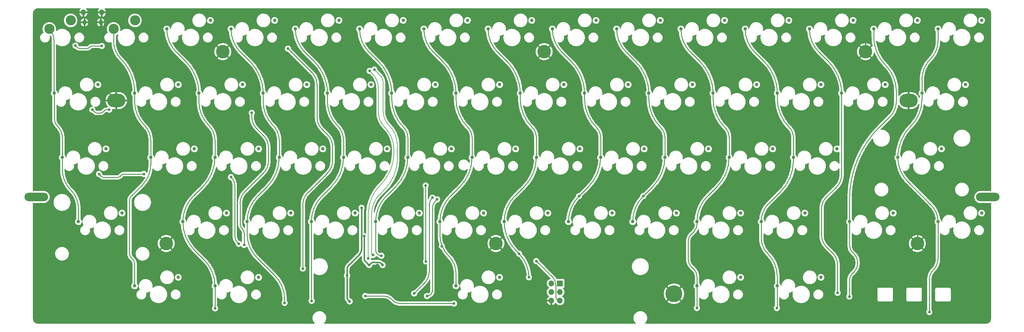
<source format=gbr>
%TF.GenerationSoftware,KiCad,Pcbnew,(6.0.1)*%
%TF.CreationDate,2022-02-05T13:44:01+09:00*%
%TF.ProjectId,yuiop60hh5,7975696f-7036-4306-9868-352e6b696361,5*%
%TF.SameCoordinates,Original*%
%TF.FileFunction,Copper,L1,Top*%
%TF.FilePolarity,Positive*%
%FSLAX46Y46*%
G04 Gerber Fmt 4.6, Leading zero omitted, Abs format (unit mm)*
G04 Created by KiCad (PCBNEW (6.0.1)) date 2022-02-05 13:44:01*
%MOMM*%
%LPD*%
G01*
G04 APERTURE LIST*
%TA.AperFunction,ComponentPad*%
%ADD10C,3.000000*%
%TD*%
%TA.AperFunction,ComponentPad*%
%ADD11C,1.000000*%
%TD*%
%TA.AperFunction,ComponentPad*%
%ADD12O,5.400000X4.000000*%
%TD*%
%TA.AperFunction,ComponentPad*%
%ADD13C,5.000000*%
%TD*%
%TA.AperFunction,ComponentPad*%
%ADD14O,7.000000X2.500000*%
%TD*%
%TA.AperFunction,ComponentPad*%
%ADD15C,4.000000*%
%TD*%
%TA.AperFunction,ComponentPad*%
%ADD16R,1.700000X1.700000*%
%TD*%
%TA.AperFunction,ComponentPad*%
%ADD17O,1.700000X1.700000*%
%TD*%
%TA.AperFunction,ComponentPad*%
%ADD18O,1.350000X1.700000*%
%TD*%
%TA.AperFunction,ComponentPad*%
%ADD19O,1.100000X1.500000*%
%TD*%
%TA.AperFunction,ViaPad*%
%ADD20C,0.800000*%
%TD*%
%TA.AperFunction,Conductor*%
%ADD21C,0.250000*%
%TD*%
%TA.AperFunction,Conductor*%
%ADD22C,0.400000*%
%TD*%
%TA.AperFunction,Conductor*%
%ADD23C,0.200000*%
%TD*%
G04 APERTURE END LIST*
D10*
%TO.P,KSW1,1,1*%
%TO.N,/COL_01*%
X75340000Y-106670000D03*
%TO.P,KSW1,2,2*%
%TO.N,Net-(D1-Pad2)*%
X81690000Y-104130000D03*
%TD*%
%TO.P,KSW2,1,1*%
%TO.N,/COL_02*%
X94390000Y-106670000D03*
%TO.P,KSW2,2,2*%
%TO.N,Net-(D2-Pad2)*%
X100740000Y-104130000D03*
%TD*%
D11*
%TO.P,KSW3,1,1*%
%TO.N,/COL_03*%
X110165000Y-106670000D03*
%TO.P,KSW3,2,2*%
%TO.N,Net-(D3-Pad2)*%
X123092000Y-104130000D03*
%TD*%
%TO.P,KSW4,1,1*%
%TO.N,/COL_04*%
X129215000Y-106670000D03*
%TO.P,KSW4,2,2*%
%TO.N,Net-(D4-Pad2)*%
X142142000Y-104130000D03*
%TD*%
%TO.P,KSW5,1,1*%
%TO.N,/COL_05*%
X148265000Y-106670000D03*
%TO.P,KSW5,2,2*%
%TO.N,Net-(D5-Pad2)*%
X161192000Y-104130000D03*
%TD*%
%TO.P,KSW6,1,1*%
%TO.N,/COL_06*%
X167315000Y-106670000D03*
%TO.P,KSW6,2,2*%
%TO.N,Net-(D6-Pad2)*%
X180242000Y-104130000D03*
%TD*%
%TO.P,KSW7,1,1*%
%TO.N,/COL_07*%
X186365000Y-106670000D03*
%TO.P,KSW7,2,2*%
%TO.N,Net-(D7-Pad2)*%
X199292000Y-104130000D03*
%TD*%
%TO.P,KSW8,1,1*%
%TO.N,/COL_08*%
X205415000Y-106670000D03*
%TO.P,KSW8,2,2*%
%TO.N,Net-(D8-Pad2)*%
X218342000Y-104130000D03*
%TD*%
%TO.P,KSW9,1,1*%
%TO.N,/COL_09*%
X224465000Y-106670000D03*
%TO.P,KSW9,2,2*%
%TO.N,Net-(D9-Pad2)*%
X237392000Y-104130000D03*
%TD*%
%TO.P,KSW10,1,1*%
%TO.N,/COL_10*%
X243515000Y-106670000D03*
%TO.P,KSW10,2,2*%
%TO.N,Net-(D10-Pad2)*%
X256442000Y-104130000D03*
%TD*%
%TO.P,KSW11,1,1*%
%TO.N,/COL_11*%
X262565000Y-106670000D03*
%TO.P,KSW11,2,2*%
%TO.N,Net-(D11-Pad2)*%
X275492000Y-104130000D03*
%TD*%
%TO.P,KSW12,1,1*%
%TO.N,/COL_12*%
X281615000Y-106670000D03*
%TO.P,KSW12,2,2*%
%TO.N,Net-(D12-Pad2)*%
X294542000Y-104130000D03*
%TD*%
%TO.P,KSW14,1,1*%
%TO.N,/COL_14*%
X319715000Y-106670000D03*
%TO.P,KSW14,2,2*%
%TO.N,Net-(D14-Pad2)*%
X332642000Y-104130000D03*
%TD*%
%TO.P,KSW15,1,1*%
%TO.N,/COL_15*%
X338765000Y-106670000D03*
%TO.P,KSW15,2,2*%
%TO.N,Net-(D15-Pad2)*%
X351692000Y-104130000D03*
%TD*%
%TO.P,KSW16,1,1*%
%TO.N,/COL_01*%
X76827500Y-125720000D03*
%TO.P,KSW16,2,2*%
%TO.N,Net-(D16-Pad2)*%
X89754500Y-123180000D03*
%TD*%
%TO.P,KSW17,1,1*%
%TO.N,/COL_02*%
X100640000Y-125720000D03*
%TO.P,KSW17,2,2*%
%TO.N,Net-(D17-Pad2)*%
X113567000Y-123180000D03*
%TD*%
%TO.P,KSW18,1,1*%
%TO.N,/COL_03*%
X119690000Y-125720000D03*
%TO.P,KSW18,2,2*%
%TO.N,Net-(D18-Pad2)*%
X132617000Y-123180000D03*
%TD*%
%TO.P,KSW19,1,1*%
%TO.N,/COL_04*%
X138740000Y-125720000D03*
%TO.P,KSW19,2,2*%
%TO.N,Net-(D19-Pad2)*%
X151667000Y-123180000D03*
%TD*%
%TO.P,KSW20,1,1*%
%TO.N,/COL_05*%
X157790000Y-125720000D03*
%TO.P,KSW20,2,2*%
%TO.N,Net-(D20-Pad2)*%
X170717000Y-123180000D03*
%TD*%
%TO.P,KSW21,1,1*%
%TO.N,/COL_06*%
X176840000Y-125720000D03*
%TO.P,KSW21,2,2*%
%TO.N,Net-(D21-Pad2)*%
X189767000Y-123180000D03*
%TD*%
%TO.P,KSW22,1,1*%
%TO.N,/COL_07*%
X195890000Y-125720000D03*
%TO.P,KSW22,2,2*%
%TO.N,Net-(D22-Pad2)*%
X208817000Y-123180000D03*
%TD*%
%TO.P,KSW23,1,1*%
%TO.N,/COL_08*%
X214940000Y-125720000D03*
%TO.P,KSW23,2,2*%
%TO.N,Net-(D23-Pad2)*%
X227867000Y-123180000D03*
%TD*%
%TO.P,KSW24,1,1*%
%TO.N,/COL_09*%
X233990000Y-125720000D03*
%TO.P,KSW24,2,2*%
%TO.N,Net-(D24-Pad2)*%
X246917000Y-123180000D03*
%TD*%
%TO.P,KSW25,1,1*%
%TO.N,/COL_10*%
X253040000Y-125720000D03*
%TO.P,KSW25,2,2*%
%TO.N,Net-(D25-Pad2)*%
X265967000Y-123180000D03*
%TD*%
%TO.P,KSW26,1,1*%
%TO.N,/COL_11*%
X272090000Y-125720000D03*
%TO.P,KSW26,2,2*%
%TO.N,Net-(D26-Pad2)*%
X285017000Y-123180000D03*
%TD*%
%TO.P,KSW27,1,1*%
%TO.N,/COL_12*%
X291140000Y-125720000D03*
%TO.P,KSW27,2,2*%
%TO.N,Net-(D27-Pad2)*%
X304067000Y-123180000D03*
%TD*%
%TO.P,KSW28,1,1*%
%TO.N,/COL_13*%
X310190000Y-125720000D03*
%TO.P,KSW28,2,2*%
%TO.N,Net-(D28-Pad2)*%
X323117000Y-123180000D03*
%TD*%
%TO.P,KSW29,1,1*%
%TO.N,/COL_15*%
X334002000Y-125720000D03*
%TO.P,KSW29,2,2*%
%TO.N,Net-(D29-Pad2)*%
X346929000Y-123180000D03*
%TD*%
%TO.P,KSW30,1,1*%
%TO.N,/COL_01*%
X79208800Y-144770000D03*
%TO.P,KSW30,2,2*%
%TO.N,Net-(D30-Pad2)*%
X92135800Y-142230000D03*
%TD*%
%TO.P,KSW31,1,1*%
%TO.N,/COL_02*%
X105402000Y-144770000D03*
%TO.P,KSW31,2,2*%
%TO.N,Net-(D31-Pad2)*%
X118329000Y-142230000D03*
%TD*%
%TO.P,KSW32,1,1*%
%TO.N,/COL_03*%
X124452000Y-144770000D03*
%TO.P,KSW32,2,2*%
%TO.N,Net-(D32-Pad2)*%
X137379000Y-142230000D03*
%TD*%
%TO.P,KSW33,1,1*%
%TO.N,/COL_04*%
X143502000Y-144770000D03*
%TO.P,KSW33,2,2*%
%TO.N,Net-(D33-Pad2)*%
X156429000Y-142230000D03*
%TD*%
%TO.P,KSW34,1,1*%
%TO.N,/COL_05*%
X162552000Y-144770000D03*
%TO.P,KSW34,2,2*%
%TO.N,Net-(D34-Pad2)*%
X175479000Y-142230000D03*
%TD*%
%TO.P,KSW35,1,1*%
%TO.N,/COL_06*%
X181602000Y-144770000D03*
%TO.P,KSW35,2,2*%
%TO.N,Net-(D35-Pad2)*%
X194529000Y-142230000D03*
%TD*%
%TO.P,KSW36,1,1*%
%TO.N,/COL_07*%
X200652000Y-144770000D03*
%TO.P,KSW36,2,2*%
%TO.N,Net-(D36-Pad2)*%
X213579000Y-142230000D03*
%TD*%
%TO.P,KSW37,1,1*%
%TO.N,/COL_08*%
X219702000Y-144770000D03*
%TO.P,KSW37,2,2*%
%TO.N,Net-(D37-Pad2)*%
X232629000Y-142230000D03*
%TD*%
%TO.P,KSW38,1,1*%
%TO.N,/COL_09*%
X238752000Y-144770000D03*
%TO.P,KSW38,2,2*%
%TO.N,Net-(D38-Pad2)*%
X251679000Y-142230000D03*
%TD*%
%TO.P,KSW39,1,1*%
%TO.N,/COL_10*%
X257802000Y-144770000D03*
%TO.P,KSW39,2,2*%
%TO.N,Net-(D39-Pad2)*%
X270729000Y-142230000D03*
%TD*%
%TO.P,KSW40,1,1*%
%TO.N,/COL_11*%
X276852000Y-144770000D03*
%TO.P,KSW40,2,2*%
%TO.N,Net-(D40-Pad2)*%
X289779000Y-142230000D03*
%TD*%
%TO.P,KSW41,1,1*%
%TO.N,/COL_12*%
X295902000Y-144770000D03*
%TO.P,KSW41,2,2*%
%TO.N,Net-(D41-Pad2)*%
X308829000Y-142230000D03*
%TD*%
%TO.P,KSW42,1,1*%
%TO.N,/COL_15*%
X326859000Y-144770000D03*
%TO.P,KSW42,2,2*%
%TO.N,Net-(D42-Pad2)*%
X339786000Y-142230000D03*
%TD*%
%TO.P,KSW43,1,1*%
%TO.N,/COL_01*%
X83970700Y-163820000D03*
%TO.P,KSW43,2,2*%
%TO.N,Net-(D43-Pad2)*%
X96897700Y-161280000D03*
%TD*%
%TO.P,KSW44,1,1*%
%TO.N,/COL_03*%
X114928000Y-163820000D03*
%TO.P,KSW44,2,2*%
%TO.N,Net-(D44-Pad2)*%
X127855000Y-161280000D03*
%TD*%
%TO.P,KSW45,1,1*%
%TO.N,/COL_04*%
X133978000Y-163820000D03*
%TO.P,KSW45,2,2*%
%TO.N,Net-(D45-Pad2)*%
X146905000Y-161280000D03*
%TD*%
%TO.P,KSW46,1,1*%
%TO.N,/COL_05*%
X153028000Y-163820000D03*
%TO.P,KSW46,2,2*%
%TO.N,Net-(D46-Pad2)*%
X165955000Y-161280000D03*
%TD*%
%TO.P,KSW47,1,1*%
%TO.N,/COL_06*%
X172078000Y-163820000D03*
%TO.P,KSW47,2,2*%
%TO.N,Net-(D47-Pad2)*%
X185005000Y-161280000D03*
%TD*%
%TO.P,KSW50,1,1*%
%TO.N,/COL_09*%
X229228000Y-163820000D03*
%TO.P,KSW50,2,2*%
%TO.N,Net-(D50-Pad2)*%
X242155000Y-161280000D03*
%TD*%
%TO.P,KSW51,1,1*%
%TO.N,/COL_10*%
X248278000Y-163820000D03*
%TO.P,KSW51,2,2*%
%TO.N,Net-(D51-Pad2)*%
X261205000Y-161280000D03*
%TD*%
%TO.P,KSW52,1,1*%
%TO.N,/COL_11*%
X267328000Y-163820000D03*
%TO.P,KSW52,2,2*%
%TO.N,Net-(D52-Pad2)*%
X280255000Y-161280000D03*
%TD*%
%TO.P,KSW53,1,1*%
%TO.N,/COL_12*%
X286378000Y-163820000D03*
%TO.P,KSW53,2,2*%
%TO.N,Net-(D53-Pad2)*%
X299305000Y-161280000D03*
%TD*%
%TO.P,KSW54,1,1*%
%TO.N,/COL_14*%
X312571000Y-163820000D03*
%TO.P,KSW54,2,2*%
%TO.N,Net-(D54-Pad2)*%
X325498000Y-161280000D03*
%TD*%
%TO.P,KSW55,1,1*%
%TO.N,/COL_15*%
X338765000Y-163820000D03*
%TO.P,KSW55,2,2*%
%TO.N,Net-(D55-Pad2)*%
X351692000Y-161280000D03*
%TD*%
%TO.P,KSW56,1,1*%
%TO.N,/COL_02*%
X100640000Y-182870000D03*
%TO.P,KSW56,2,2*%
%TO.N,Net-(D56-Pad2)*%
X113567000Y-180330000D03*
%TD*%
%TO.P,KSW57,1,1*%
%TO.N,/COL_03*%
X124452000Y-182870000D03*
%TO.P,KSW57,2,2*%
%TO.N,Net-(D57-Pad2)*%
X137379000Y-180330000D03*
%TD*%
%TO.P,KSW58,1,1*%
%TO.N,/COL_07*%
X195890000Y-182870000D03*
%TO.P,KSW58,2,2*%
%TO.N,Net-(D58-Pad2)*%
X208817000Y-180330000D03*
%TD*%
%TO.P,KSW60,1,1*%
%TO.N,/COL_12*%
X291140000Y-182870000D03*
%TO.P,KSW60,2,2*%
%TO.N,Net-(D60-Pad2)*%
X304067000Y-180330000D03*
%TD*%
D12*
%TO.P,HOLE1,*%
%TO.N,GND*%
X95200000Y-127900000D03*
%TD*%
%TO.P,HOLE2,*%
%TO.N,GND*%
X330050000Y-127910000D03*
%TD*%
D13*
%TO.P,HOLE4,*%
%TO.N,GND*%
X260500000Y-185200000D03*
%TD*%
D14*
%TO.P,HOLE5,*%
%TO.N,*%
X71460000Y-156500000D03*
%TD*%
%TO.P,HOLE6,*%
%TO.N,*%
X353540000Y-156500000D03*
%TD*%
D15*
%TO.P,HOLE9,*%
%TO.N,GND*%
X317275000Y-113400000D03*
%TD*%
%TO.P,HOLE10,*%
%TO.N,GND*%
X332650000Y-170300000D03*
%TD*%
%TO.P,HOLE11,*%
%TO.N,GND*%
X222025000Y-113400000D03*
%TD*%
%TO.P,HOLE7,*%
%TO.N,GND*%
X126775000Y-113400000D03*
%TD*%
D11*
%TO.P,KSW13,1,1*%
%TO.N,/COL_13*%
X300665000Y-106670000D03*
%TO.P,KSW13,2,2*%
%TO.N,Net-(D13-Pad2)*%
X313592000Y-104130000D03*
%TD*%
%TO.P,KSW59,1,1*%
%TO.N,/COL_11*%
X267328000Y-182870000D03*
%TO.P,KSW59,2,2*%
%TO.N,Net-(D59-Pad2)*%
X280255000Y-180330000D03*
%TD*%
D15*
%TO.P,HOLE12,*%
%TO.N,GND*%
X207738000Y-170300000D03*
%TD*%
D11*
%TO.P,KSW48,1,1*%
%TO.N,/COL_07*%
X191128000Y-163820000D03*
%TO.P,KSW48,2,2*%
%TO.N,Net-(D48-Pad2)*%
X204055000Y-161280000D03*
%TD*%
%TO.P,KSW49,1,1*%
%TO.N,/COL_08*%
X210178000Y-163820000D03*
%TO.P,KSW49,2,2*%
%TO.N,Net-(D49-Pad2)*%
X223105000Y-161280000D03*
%TD*%
D15*
%TO.P,HOLE8,*%
%TO.N,GND*%
X110000000Y-170300000D03*
%TD*%
D16*
%TO.P,J2,1,Pin_1*%
%TO.N,/LED_DATA*%
X226701000Y-182140000D03*
D17*
%TO.P,J2,2,Pin_2*%
%TO.N,VCC*%
X224161000Y-182140000D03*
%TO.P,J2,3,Pin_3*%
%TO.N,/COL_07*%
X226701000Y-184680000D03*
%TO.P,J2,4,Pin_4*%
%TO.N,/COL_08*%
X224161000Y-184680000D03*
%TO.P,J2,5,Pin_5*%
%TO.N,/RESET*%
X226701000Y-187220000D03*
%TO.P,J2,6,Pin_6*%
%TO.N,GND*%
X224161000Y-187220000D03*
%TD*%
D18*
%TO.P,J1,6,Shield*%
%TO.N,GND*%
X90905000Y-101720000D03*
D19*
X85755000Y-104720000D03*
X90595000Y-104720000D03*
D18*
X85445000Y-101720000D03*
%TD*%
D20*
%TO.N,VCC*%
X163605500Y-179805500D03*
X167900000Y-159710000D03*
X164364000Y-187474000D03*
%TO.N,/Controller/V_USB*%
X170140000Y-176680000D03*
%TO.N,GND*%
X119500000Y-183310000D03*
X139100000Y-160310000D03*
X165600000Y-186610000D03*
X173828000Y-183589000D03*
X193242511Y-185467489D03*
X165600000Y-188510000D03*
X172543000Y-176674000D03*
%TO.N,/Controller/V_USB*%
X168700000Y-168110000D03*
X174143000Y-176674000D03*
%TO.N,/ROW_1*%
X83100000Y-111610000D03*
X146094230Y-112515770D03*
X150500000Y-177710000D03*
X90900000Y-111710000D03*
%TO.N,/ROW_2*%
X93100000Y-130610000D03*
X135355770Y-131565770D03*
X133100000Y-170710000D03*
X88100000Y-130610000D03*
%TO.N,/ROW_3*%
X103375000Y-149685000D03*
X131500000Y-170390270D03*
X129194230Y-150615770D03*
X90075000Y-149685000D03*
%TO.N,/ROW_5*%
X195300000Y-188110000D03*
X169000000Y-185874500D03*
%TO.N,/RESET*%
X219700000Y-175510000D03*
X186900000Y-153110000D03*
X187000000Y-175610000D03*
%TO.N,/COL_03*%
X124500000Y-189510000D03*
%TO.N,/COL_04*%
X145100000Y-187910000D03*
%TO.N,/COL_05*%
X153100000Y-187310000D03*
%TO.N,/COL_06*%
X173790400Y-173929200D03*
%TO.N,/COL_07*%
X191700000Y-171110000D03*
%TO.N,/COL_08*%
X214600000Y-173349011D03*
X217500000Y-180310000D03*
%TO.N,/COL_09*%
X232371797Y-156230203D03*
X188900000Y-156710000D03*
X183500000Y-185110000D03*
%TO.N,/COL_10*%
X251421797Y-156230203D03*
X187303200Y-185867200D03*
X190300000Y-157210000D03*
%TO.N,/COL_11*%
X267300000Y-189440020D03*
%TO.N,/COL_12*%
X291000000Y-189440020D03*
%TO.N,/COL_13*%
X309000000Y-184910000D03*
%TO.N,/COL_14*%
X312500000Y-186010000D03*
%TO.N,/COL_15*%
X336200000Y-190610000D03*
%TO.N,/Controller/D+*%
X171300000Y-173710000D03*
X171700000Y-118710000D03*
%TO.N,/Controller/D-*%
X170300000Y-119110000D03*
X169900000Y-174710000D03*
%TD*%
D21*
%TO.N,/ROW_1*%
X84374214Y-112469999D02*
G75*
G02*
X83667108Y-112177106I-3J999993D01*
G01*
X88084214Y-111710001D02*
G75*
G03*
X87377108Y-112002894I-3J-999993D01*
G01*
X86495786Y-112469999D02*
G75*
G03*
X87202892Y-112177106I3J999993D01*
G01*
X88084214Y-111710000D02*
X90900000Y-111710000D01*
X87202893Y-112177107D02*
X87377107Y-112002893D01*
X84374214Y-112470000D02*
X86495786Y-112470000D01*
X83100000Y-111610000D02*
X83667107Y-112177107D01*
%TO.N,/ROW_2*%
X89494214Y-131589999D02*
G75*
G02*
X88787108Y-131297106I-3J999993D01*
G01*
X90495786Y-131589999D02*
G75*
G03*
X91202892Y-131297106I3J999993D01*
G01*
X91597107Y-130902893D02*
G75*
G02*
X92304214Y-130610000I707106J-707106D01*
G01*
X88787107Y-131297107D02*
X88100000Y-130610000D01*
X90495786Y-131590000D02*
X89494214Y-131590000D01*
X91597107Y-130902893D02*
X91202893Y-131297107D01*
X93100000Y-130610000D02*
X92304214Y-130610000D01*
%TO.N,/ROW_3*%
X97419214Y-149685001D02*
G75*
G03*
X96712108Y-149977894I-3J-999993D01*
G01*
X96282893Y-150407107D02*
G75*
G02*
X95575786Y-150700000I-707106J707106D01*
G01*
X91504214Y-150699999D02*
G75*
G02*
X90797108Y-150407106I-3J999993D01*
G01*
X97419214Y-149685000D02*
X103375000Y-149685000D01*
X91504214Y-150700000D02*
X95575786Y-150700000D01*
X90075000Y-149685000D02*
X90797107Y-150407107D01*
X96282893Y-150407107D02*
X96712107Y-149977893D01*
D22*
%TO.N,VCC*%
X163605500Y-178032927D02*
X163605500Y-179805500D01*
X163605500Y-179805500D02*
X163605500Y-186301286D01*
X163898393Y-187008393D02*
G75*
G02*
X163605500Y-186301286I707106J707106D01*
G01*
X163898393Y-187008393D02*
X164364000Y-187474000D01*
X164191287Y-176618713D02*
X167314214Y-173495786D01*
X167900000Y-172081573D02*
X167900000Y-159710000D01*
X167899999Y-172081573D02*
G75*
G02*
X167314213Y-173495785I-1999999J0D01*
G01*
X164191287Y-176618713D02*
G75*
G03*
X163605500Y-178032927I1414213J-1414214D01*
G01*
D21*
%TO.N,/COL_02*%
X99685787Y-174595787D02*
G75*
G02*
X99100000Y-173181573I1414213J1414214D01*
G01*
X100054214Y-174964214D02*
G75*
G02*
X100640000Y-176378427I-1414214J-1414213D01*
G01*
X99100001Y-157615427D02*
G75*
G02*
X99685787Y-156201215I1999999J0D01*
G01*
X100640000Y-176378427D02*
X100640000Y-182870000D01*
X99100000Y-157615427D02*
X99100000Y-173181573D01*
X99685787Y-174595787D02*
X100054214Y-174964214D01*
X105402000Y-144770000D02*
X105402000Y-146936739D01*
X102893000Y-152994000D02*
G75*
G03*
X105402000Y-146936739I-6057262J6057262D01*
G01*
X102893000Y-152994000D02*
X99685786Y-156201214D01*
D22*
%TO.N,/Controller/V_USB*%
X173636382Y-176167382D02*
G75*
G03*
X172929275Y-175874489I-707106J-707106D01*
G01*
X170710177Y-176167382D02*
G75*
G02*
X171417284Y-175874489I707106J-707106D01*
G01*
X171417284Y-175874489D02*
X172929275Y-175874489D01*
X170143001Y-176734558D02*
X170710177Y-176167382D01*
X173636382Y-176167382D02*
X174143000Y-176674000D01*
X168992893Y-175584450D02*
G75*
G02*
X168700000Y-174877343I707106J707106D01*
G01*
X168700000Y-174877343D02*
X168700000Y-168110000D01*
X170143001Y-176734558D02*
X168992893Y-175584450D01*
D21*
%TO.N,/COL_11*%
X265601080Y-177144680D02*
G75*
G02*
X264722400Y-175023359I2121325J2121323D01*
G01*
X265601079Y-167564121D02*
G75*
G03*
X264722400Y-169685441I2121319J-2121319D01*
G01*
X266449321Y-177992921D02*
G75*
G02*
X267328000Y-180114241I-2121319J-2121319D01*
G01*
X266449320Y-166715880D02*
G75*
G03*
X267328000Y-164594559I-2121325J2121323D01*
G01*
X267328000Y-180114241D02*
X267328000Y-182870000D01*
X265601080Y-177144680D02*
X266449321Y-177992921D01*
X264722400Y-169685441D02*
X264722400Y-175023359D01*
X266449320Y-166715880D02*
X265601079Y-167564121D01*
X267328000Y-163820000D02*
X267328000Y-164594559D01*
%TO.N,/COL_13*%
X307535534Y-173155934D02*
G75*
G02*
X309000000Y-176691468I-3535532J-3535533D01*
G01*
X308725534Y-153497266D02*
G75*
G03*
X310190000Y-149961732I-3535532J3535533D01*
G01*
X305709266Y-156513534D02*
G75*
G03*
X304244800Y-160049068I3535532J-3535533D01*
G01*
X305709266Y-171329666D02*
G75*
G02*
X304244800Y-167794132I3535532J3535533D01*
G01*
X310190000Y-149961732D02*
X310190000Y-125720000D01*
X307535534Y-173155934D02*
X305709266Y-171329666D01*
X305709266Y-156513534D02*
X308725534Y-153497266D01*
X304244800Y-167794132D02*
X304244800Y-160049068D01*
X309000000Y-184910000D02*
X309000000Y-176691468D01*
%TO.N,/COL_14*%
X312571000Y-170852759D02*
G75*
G03*
X313449679Y-172974079I2999998J-1D01*
G01*
X314034120Y-173558520D02*
G75*
G02*
X314912800Y-175679841I-2121325J-2121323D01*
G01*
X314034121Y-178516279D02*
G75*
G03*
X314912800Y-176394959I-2121319J2121319D01*
G01*
X313378680Y-179171720D02*
G75*
G03*
X312500000Y-181293041I2121325J-2121323D01*
G01*
X312571000Y-170852759D02*
X312571000Y-163820000D01*
X314034120Y-173558520D02*
X313449679Y-172974079D01*
X314912800Y-176394959D02*
X314912800Y-175679841D01*
X312500000Y-186010000D02*
X312500000Y-181293041D01*
X313378680Y-179171720D02*
X314034121Y-178516279D01*
%TO.N,/ROW_3*%
X131178679Y-170068949D02*
G75*
G02*
X130300000Y-167947629I2121319J2121319D01*
G01*
X130299999Y-152964181D02*
G75*
G03*
X129421319Y-150842861I-2999993J3D01*
G01*
X130300000Y-167947629D02*
X130300000Y-152964181D01*
X129421320Y-150842860D02*
X129194230Y-150615770D01*
X131500000Y-170390270D02*
X131178679Y-170068949D01*
%TO.N,/ROW_5*%
X179292641Y-188110000D02*
G75*
G02*
X177171321Y-187231321I-1J2999998D01*
G01*
X174571859Y-185874501D02*
G75*
G02*
X176693179Y-186753181I3J-2999993D01*
G01*
X169000000Y-185874500D02*
X174571859Y-185874500D01*
X179292641Y-188110000D02*
X195300000Y-188110000D01*
X176693180Y-186753180D02*
X177171321Y-187231321D01*
%TO.N,/RESET*%
X224575321Y-180314921D02*
G75*
G02*
X225454000Y-182436241I-2121319J-2121319D01*
G01*
X219700000Y-175510000D02*
X219770400Y-175510000D01*
X219770400Y-175510000D02*
X224575321Y-180314921D01*
X225454000Y-182436241D02*
X225454000Y-185973000D01*
X226701000Y-187220000D02*
G75*
G02*
X225454000Y-185973000I1J1247001D01*
G01*
%TO.N,/COL_09*%
X188842279Y-156767721D02*
G75*
G03*
X187963600Y-158889041I2121319J-2121319D01*
G01*
%TO.N,/COL_10*%
X189778679Y-157731321D02*
G75*
G03*
X188900000Y-159852641I2121319J-2121319D01*
G01*
%TO.N,/COL_09*%
X186499134Y-182110866D02*
X183500000Y-185110000D01*
X188900000Y-156710000D02*
X188842279Y-156767721D01*
X187963600Y-158889041D02*
X187963600Y-178575332D01*
X186499134Y-182110866D02*
G75*
G03*
X187963600Y-178575332I-3535532J3535533D01*
G01*
%TO.N,/COL_10*%
X190300000Y-157210000D02*
X189778679Y-157731321D01*
X188900000Y-159852641D02*
X188900000Y-184270400D01*
X187303200Y-185867200D02*
G75*
G03*
X188900000Y-184270400I0J1596800D01*
G01*
%TO.N,/ROW_1*%
X154700000Y-132838932D02*
G75*
G03*
X156164466Y-136374466I4999998J-1D01*
G01*
X154700000Y-123181068D02*
G75*
G03*
X153235534Y-119645534I-4999998J1D01*
G01*
X157835534Y-138045534D02*
G75*
G02*
X159300000Y-141581068I-3535532J-3535533D01*
G01*
X151964466Y-155245534D02*
G75*
G03*
X150500000Y-158781068I3535532J-3535533D01*
G01*
X157835534Y-149374466D02*
G75*
G03*
X159300000Y-145838932I-3535532J3535533D01*
G01*
%TO.N,/COL_04*%
X133978000Y-167445864D02*
G75*
G03*
X136906932Y-174516932I9999996J-2D01*
G01*
X145100000Y-186852136D02*
G75*
G03*
X142171068Y-179781068I-9999996J2D01*
G01*
X142171068Y-179781068D02*
X136906932Y-174516932D01*
%TO.N,/ROW_2*%
X132514213Y-165876213D02*
G75*
G02*
X133100000Y-167290427I-1414213J-1414214D01*
G01*
X132485786Y-165847786D02*
G75*
G02*
X131900000Y-164433573I1414214J1414213D01*
G01*
X135355770Y-132712302D02*
X135355770Y-131565770D01*
X138835534Y-138263134D02*
X136820236Y-136247836D01*
X140300000Y-145838932D02*
X140300000Y-141798668D01*
X133364466Y-154845534D02*
X138835534Y-149374466D01*
X132514213Y-165876213D02*
X132485786Y-165847786D01*
X138835534Y-138263134D02*
G75*
G02*
X140300000Y-141798668I-3535532J-3535533D01*
G01*
X135355770Y-132712302D02*
G75*
G03*
X136820236Y-136247836I4999998J-1D01*
G01*
X140300000Y-145838932D02*
G75*
G02*
X138835534Y-149374466I-4999998J-1D01*
G01*
X133100000Y-170710000D02*
X133100000Y-167290427D01*
X133364466Y-154845534D02*
G75*
G03*
X131900000Y-158381068I3535532J-3535533D01*
G01*
X131900000Y-164433573D02*
X131900000Y-158381068D01*
%TO.N,/COL_06*%
X172078000Y-172216800D02*
G75*
G03*
X173790400Y-173929200I1712399J-1D01*
G01*
X172078000Y-172216800D02*
X172078000Y-163820000D01*
D22*
%TO.N,GND*%
X224161000Y-187927000D02*
X224161000Y-187220000D01*
X228095600Y-189372400D02*
X225606400Y-189372400D01*
X228998489Y-188469511D02*
X257230489Y-188469511D01*
X228095600Y-189372400D02*
G75*
G03*
X228998489Y-188469511I0J902889D01*
G01*
X224161000Y-187927000D02*
G75*
G03*
X225606400Y-189372400I1445400J0D01*
G01*
X224161000Y-187220000D02*
X216024000Y-187220000D01*
X215134000Y-188110000D02*
G75*
G02*
X216024000Y-187220000I890000J0D01*
G01*
X212700000Y-188110000D02*
X215134000Y-188110000D01*
X330050000Y-131360000D02*
X325300000Y-136110000D01*
X257230489Y-188469511D02*
X260500000Y-185200000D01*
X92499511Y-111109511D02*
X90900000Y-109510000D01*
X325300000Y-155210000D02*
X332650000Y-162560000D01*
X325300000Y-136110000D02*
X325300000Y-155210000D01*
X317400000Y-101710000D02*
X335200000Y-101710000D01*
X194957489Y-185467489D02*
X193242511Y-185467489D01*
X90900000Y-109510000D02*
X90900000Y-105025000D01*
X95200000Y-127900000D02*
X92499511Y-125199511D01*
X212700000Y-175262000D02*
X212700000Y-188110000D01*
X335200000Y-101710000D02*
X335300000Y-101810000D01*
X92499511Y-125199511D02*
X92499511Y-111109511D01*
X317275000Y-113400000D02*
X317275000Y-101835000D01*
X332650000Y-162560000D02*
X332650000Y-170300000D01*
X172543000Y-182304000D02*
X173828000Y-183589000D01*
X212700000Y-188110000D02*
X197600000Y-188110000D01*
X197600000Y-188110000D02*
X194957489Y-185467489D01*
X90900000Y-105025000D02*
X90595000Y-104720000D01*
X172543000Y-176674000D02*
X172543000Y-182304000D01*
X330050000Y-127910000D02*
X330050000Y-131360000D01*
X330050000Y-117360000D02*
X330050000Y-127910000D01*
X335300000Y-112110000D02*
X330050000Y-117360000D01*
X317275000Y-101835000D02*
X317400000Y-101710000D01*
X207738000Y-170300000D02*
X212700000Y-175262000D01*
X165600000Y-186610000D02*
X165600000Y-188510000D01*
X335300000Y-101810000D02*
X335300000Y-112110000D01*
D21*
%TO.N,/ROW_1*%
X151964466Y-155245534D02*
X157835534Y-149374466D01*
X159300000Y-145838932D02*
X159300000Y-141581068D01*
X150500000Y-177710000D02*
X150500000Y-158781068D01*
X157835534Y-138045534D02*
X156164466Y-136374466D01*
X154700000Y-132838932D02*
X154700000Y-123181068D01*
X146105770Y-112515770D02*
X146094230Y-112515770D01*
X153235534Y-119645534D02*
X146105770Y-112515770D01*
%TO.N,/RESET*%
X187000000Y-175610000D02*
X186900000Y-175510000D01*
X186900000Y-175510000D02*
X186900000Y-153110000D01*
%TO.N,/COL_01*%
X83970700Y-159852143D02*
X83970700Y-163820000D01*
X76725479Y-125617979D02*
X76725479Y-110014842D01*
X76827500Y-125720000D02*
X76725479Y-125617979D01*
X79208800Y-139012754D02*
X79208800Y-144770000D01*
X76827500Y-125720000D02*
X76827500Y-133263788D01*
X79208800Y-144770000D02*
X79208800Y-148355900D01*
X75340000Y-106670000D02*
G75*
G02*
X76725479Y-110014842I-3344841J-3344842D01*
G01*
X77743000Y-135474000D02*
G75*
G02*
X76827500Y-133263788I2210204J2210209D01*
G01*
X83970699Y-159852143D02*
G75*
G03*
X81742999Y-154474001I-7605849J-3D01*
G01*
X81743000Y-154474000D02*
G75*
G02*
X79208800Y-148355900I6118091J6118096D01*
G01*
X79208799Y-139012754D02*
G75*
G03*
X77743000Y-135474000I-5004559J-2D01*
G01*
%TO.N,/COL_02*%
X105402000Y-139738236D02*
X105402000Y-144770000D01*
X94390000Y-106670000D02*
X94444521Y-106724521D01*
X94444521Y-106724521D02*
X94444521Y-110462824D01*
X100640000Y-125420032D02*
X100640000Y-125720000D01*
X100640000Y-125720000D02*
X100640000Y-128241752D01*
X96543000Y-115529000D02*
G75*
G02*
X94444521Y-110462824I5066168J5066173D01*
G01*
X105401999Y-139738236D02*
G75*
G03*
X103527999Y-135214001I-6398233J1D01*
G01*
X103528000Y-135214000D02*
G75*
G02*
X100640000Y-128241752I6972241J6972245D01*
G01*
X100640000Y-125420032D02*
G75*
G03*
X96543000Y-115529000I-13988035J-2D01*
G01*
%TO.N,/COL_03*%
X124500000Y-189510000D02*
X124452000Y-189462000D01*
X120859898Y-153442103D02*
X120038000Y-154264000D01*
X120038000Y-154264000D02*
X118071797Y-156230203D01*
X119690000Y-125720000D02*
X119690000Y-128241752D01*
X124452000Y-139738236D02*
X124452000Y-144770000D01*
X124452000Y-189462000D02*
X124452000Y-182870000D01*
X118476969Y-172387969D02*
X121265069Y-175176069D01*
X113040096Y-113611096D02*
X115829904Y-116400904D01*
X113040096Y-113611096D02*
G75*
G02*
X110165000Y-106670000I6941095J6941096D01*
G01*
X124452000Y-182870000D02*
G75*
G03*
X121265069Y-175176069I-10880865J-2D01*
G01*
X119689999Y-125720000D02*
G75*
G03*
X115829903Y-116400905I-13179196J-2D01*
G01*
X122578000Y-135214000D02*
G75*
G02*
X119690000Y-128241752I6972241J6972245D01*
G01*
X124451999Y-139738236D02*
G75*
G03*
X122577999Y-135214001I-6398233J1D01*
G01*
X118476969Y-172387969D02*
G75*
G02*
X114928000Y-163820000I8567971J8567970D01*
G01*
X120859898Y-153442103D02*
G75*
G03*
X124452000Y-144770000I-8672108J8672104D01*
G01*
X114928001Y-163820000D02*
G75*
G02*
X118071798Y-156230204I10733588J2D01*
G01*
%TO.N,/COL_04*%
X143502000Y-139738236D02*
X143502000Y-144770000D01*
X133978000Y-163820000D02*
X133978000Y-167445864D01*
X132090096Y-113611096D02*
X134879904Y-116400904D01*
X139088000Y-154264000D02*
X137121797Y-156230203D01*
X145100000Y-187910000D02*
X145100000Y-186852136D01*
X139909898Y-153442103D02*
X139088000Y-154264000D01*
X138740000Y-125720000D02*
X138740000Y-128241752D01*
X143501999Y-139738236D02*
G75*
G03*
X141627999Y-135214001I-6398233J1D01*
G01*
X138739999Y-125720000D02*
G75*
G03*
X134879903Y-116400905I-13179196J-2D01*
G01*
X141628000Y-135214000D02*
G75*
G02*
X138740000Y-128241752I6972241J6972245D01*
G01*
X132090096Y-113611096D02*
G75*
G02*
X129215000Y-106670000I6941095J6941096D01*
G01*
X133978001Y-163820000D02*
G75*
G02*
X137121798Y-156230204I10733588J2D01*
G01*
X139909898Y-153442103D02*
G75*
G03*
X143502000Y-144770000I-8672108J8672104D01*
G01*
%TO.N,/COL_05*%
X153100000Y-187310000D02*
X153043579Y-187253579D01*
X157790000Y-125720000D02*
X157790000Y-128241752D01*
X153043579Y-187253579D02*
X153043579Y-163857611D01*
X158959898Y-153442103D02*
X158138000Y-154264000D01*
X158138000Y-154264000D02*
X156171797Y-156230203D01*
X151140096Y-113611096D02*
X153929904Y-116400904D01*
X162552000Y-139738236D02*
X162552000Y-144770000D01*
X158959898Y-153442103D02*
G75*
G03*
X162552000Y-144770000I-8672108J8672104D01*
G01*
X160678000Y-135214000D02*
G75*
G02*
X157790000Y-128241752I6972241J6972245D01*
G01*
X162551999Y-139738236D02*
G75*
G03*
X160677999Y-135214001I-6398233J1D01*
G01*
X153028001Y-163820000D02*
G75*
G02*
X156171798Y-156230204I10733588J2D01*
G01*
X151140096Y-113611096D02*
G75*
G02*
X148265000Y-106670000I6941095J6941096D01*
G01*
X157789999Y-125720000D02*
G75*
G03*
X153929903Y-116400905I-13179196J-2D01*
G01*
X153028000Y-163820000D02*
G75*
G02*
X153043579Y-163857611I-37606J-37609D01*
G01*
%TO.N,/COL_06*%
X178009898Y-153442103D02*
X177188000Y-154264000D01*
X176840000Y-125720000D02*
X176840000Y-127343726D01*
X170190096Y-113611096D02*
X172979904Y-116400904D01*
X177188000Y-154264000D02*
X175221797Y-156230203D01*
X181602000Y-138840210D02*
X181602000Y-144770000D01*
X176839999Y-125720000D02*
G75*
G03*
X172979903Y-116400905I-13179196J-2D01*
G01*
X181601999Y-138840210D02*
G75*
G03*
X180362999Y-135849001I-4230209J0D01*
G01*
X170190096Y-113611096D02*
G75*
G02*
X167315000Y-106670000I6941095J6941096D01*
G01*
X172078001Y-163820000D02*
G75*
G02*
X175221798Y-156230204I10733588J2D01*
G01*
X180363000Y-135849000D02*
G75*
G02*
X176840000Y-127343726I8505276J8505275D01*
G01*
X178009898Y-153442103D02*
G75*
G03*
X181602000Y-144770000I-8672108J8672104D01*
G01*
%TO.N,/COL_07*%
X197059898Y-153442103D02*
X196238000Y-154264000D01*
X195890000Y-125720000D02*
X195890000Y-127343726D01*
X196238000Y-154264000D02*
X194271797Y-156230203D01*
X191128000Y-163820000D02*
X191128000Y-167744472D01*
X189240096Y-113611096D02*
X192029904Y-116400904D01*
X195890000Y-179240956D02*
X195890000Y-182870000D01*
X200652000Y-138840210D02*
X200652000Y-144770000D01*
X199413000Y-135849000D02*
G75*
G02*
X195890000Y-127343726I8505276J8505275D01*
G01*
X200651999Y-138840210D02*
G75*
G03*
X199412999Y-135849001I-4230209J0D01*
G01*
X189240096Y-113611096D02*
G75*
G02*
X186365000Y-106670000I6941095J6941096D01*
G01*
X195889999Y-125720000D02*
G75*
G03*
X192029903Y-116400905I-13179196J-2D01*
G01*
X193698000Y-173949000D02*
G75*
G02*
X191128000Y-167744472I6204526J6204528D01*
G01*
X191128001Y-163820000D02*
G75*
G02*
X194271798Y-156230204I10733588J2D01*
G01*
X195890000Y-179240956D02*
G75*
G03*
X193698000Y-173949000I-7483960J-2D01*
G01*
X197059898Y-153442103D02*
G75*
G03*
X200652000Y-144770000I-8672108J8672104D01*
G01*
%TO.N,/COL_08*%
X208290096Y-113611096D02*
X211079904Y-116400904D01*
X216109898Y-153442103D02*
X215288000Y-154264000D01*
X214600000Y-173349011D02*
X213789202Y-172538213D01*
X217500000Y-180310000D02*
X217497383Y-180307383D01*
X217497383Y-180307383D02*
X217497383Y-180026183D01*
X214940000Y-125720000D02*
X214940000Y-127343726D01*
X215288000Y-154264000D02*
X213321797Y-156230203D01*
X219702000Y-138840210D02*
X219702000Y-144770000D01*
X208290096Y-113611096D02*
G75*
G02*
X205415000Y-106670000I6941095J6941096D01*
G01*
X210178000Y-163820000D02*
G75*
G03*
X213789202Y-172538213I12329412J-1D01*
G01*
X216109898Y-153442103D02*
G75*
G03*
X219702000Y-144770000I-8672108J8672104D01*
G01*
X214600000Y-173349011D02*
G75*
G02*
X217497382Y-180026183I-7017409J-7012227D01*
G01*
X218463000Y-135849000D02*
G75*
G02*
X214940000Y-127343726I8505276J8505275D01*
G01*
X214939999Y-125720000D02*
G75*
G03*
X211079903Y-116400905I-13179196J-2D01*
G01*
X219701999Y-138840210D02*
G75*
G03*
X218462999Y-135849001I-4230209J0D01*
G01*
X210178001Y-163820000D02*
G75*
G02*
X213321798Y-156230204I10733588J2D01*
G01*
%TO.N,/COL_09*%
X233990000Y-125720000D02*
X233990000Y-127343726D01*
X238752000Y-138840210D02*
X238752000Y-144770000D01*
X235159898Y-153442103D02*
X234338000Y-154264000D01*
X234338000Y-154264000D02*
X232371797Y-156230203D01*
X227340096Y-113611096D02*
X230129903Y-116400903D01*
X237513000Y-135849000D02*
G75*
G02*
X233990000Y-127343726I8505276J8505275D01*
G01*
X227340096Y-113611096D02*
G75*
G02*
X224465000Y-106670000I6941095J6941096D01*
G01*
X235159898Y-153442103D02*
G75*
G03*
X238752000Y-144770000I-8672108J8672104D01*
G01*
X238751999Y-138840210D02*
G75*
G03*
X237512999Y-135849001I-4230209J0D01*
G01*
X229228001Y-163820000D02*
G75*
G02*
X232371798Y-156230204I10733588J2D01*
G01*
X233989999Y-125720000D02*
G75*
G03*
X230129902Y-116400904I-13179196J-2D01*
G01*
%TO.N,/COL_10*%
X246390096Y-113611096D02*
X249179904Y-116400904D01*
X253388000Y-154264000D02*
X251421797Y-156230203D01*
X254209898Y-153442103D02*
X253388000Y-154264000D01*
X257802000Y-138840210D02*
X257802000Y-144770000D01*
X253040000Y-125720000D02*
X253040000Y-127343726D01*
X256563000Y-135849000D02*
G75*
G02*
X253040000Y-127343726I8505276J8505275D01*
G01*
X254209898Y-153442103D02*
G75*
G03*
X257802000Y-144770000I-8672108J8672104D01*
G01*
X257801999Y-138840210D02*
G75*
G03*
X256562999Y-135849001I-4230209J0D01*
G01*
X253039999Y-125720000D02*
G75*
G03*
X249179903Y-116400905I-13179196J-2D01*
G01*
X246390096Y-113611096D02*
G75*
G02*
X243515000Y-106670000I6941095J6941096D01*
G01*
X248278001Y-163820000D02*
G75*
G02*
X251421798Y-156230204I10733588J2D01*
G01*
%TO.N,/COL_11*%
X265440096Y-113611096D02*
X268229904Y-116400904D01*
X276852000Y-138840210D02*
X276852000Y-144770000D01*
X273259898Y-153442103D02*
X272438000Y-154264000D01*
X267300000Y-189440020D02*
X267328000Y-189412020D01*
X272090000Y-125720000D02*
X272090000Y-127343726D01*
X272438000Y-154264000D02*
X270471797Y-156230203D01*
X267328000Y-189412020D02*
X267328000Y-182870000D01*
X276851999Y-138840210D02*
G75*
G03*
X275612999Y-135849001I-4230209J0D01*
G01*
X267328001Y-163820000D02*
G75*
G02*
X270471798Y-156230204I10733588J2D01*
G01*
X265440096Y-113611096D02*
G75*
G02*
X262565000Y-106670000I6941095J6941096D01*
G01*
X272089999Y-125720000D02*
G75*
G03*
X268229903Y-116400905I-13179196J-2D01*
G01*
X275613000Y-135849000D02*
G75*
G02*
X272090000Y-127343726I8505276J8505275D01*
G01*
X273259898Y-153442103D02*
G75*
G03*
X276852000Y-144770000I-8672108J8672104D01*
G01*
%TO.N,/COL_12*%
X284490096Y-113611096D02*
X287279904Y-116400904D01*
X295902000Y-144770000D02*
X295902000Y-145775687D01*
X291100000Y-189340020D02*
X291100000Y-182910000D01*
X291140000Y-125720000D02*
X291140000Y-127343726D01*
X291000000Y-189440020D02*
X291100000Y-189340020D01*
X291140000Y-180138981D02*
X291140000Y-182870000D01*
X291100000Y-182910000D02*
X291140000Y-182870000D01*
X286378000Y-163820000D02*
X286378000Y-168642497D01*
X295902000Y-138840210D02*
X295902000Y-144770000D01*
X292123000Y-154899000D02*
X288623772Y-158398228D01*
X291139999Y-180138981D02*
G75*
G03*
X288312999Y-173314001I-9651987J-3D01*
G01*
X288313000Y-173314000D02*
G75*
G02*
X286378000Y-168642497I4671502J4671503D01*
G01*
X294663000Y-135849000D02*
G75*
G02*
X291140000Y-127343726I8505276J8505275D01*
G01*
X286378001Y-163820000D02*
G75*
G02*
X288623773Y-158398229I7667535J3D01*
G01*
X284490096Y-113611096D02*
G75*
G02*
X281615000Y-106670000I6941095J6941096D01*
G01*
X295901999Y-138840210D02*
G75*
G03*
X294662999Y-135849001I-4230209J0D01*
G01*
X292123000Y-154899000D02*
G75*
G03*
X295902000Y-145775687I-9123314J9123313D01*
G01*
X291139999Y-125720000D02*
G75*
G03*
X287279903Y-116400905I-13179196J-2D01*
G01*
%TO.N,/COL_13*%
X303540096Y-113611096D02*
X306329903Y-116400903D01*
X303540096Y-113611096D02*
G75*
G02*
X300665000Y-106670000I6941095J6941096D01*
G01*
X310189999Y-125720000D02*
G75*
G03*
X306329902Y-116400904I-13179196J-2D01*
G01*
%TO.N,/COL_14*%
X324616949Y-132565051D02*
X321333000Y-135849000D01*
X326413000Y-125099128D02*
X326413000Y-128229000D01*
X312571000Y-157002339D02*
X312571000Y-163820000D01*
X319715000Y-106670000D02*
X319715000Y-108928726D01*
X324616949Y-132565051D02*
G75*
G03*
X326413000Y-128229000I-4336046J4336049D01*
G01*
X326413000Y-125099128D02*
G75*
G03*
X323238000Y-117434000I-10840129J-1D01*
G01*
X312571000Y-157002339D02*
G75*
G02*
X321333000Y-135849000I29915341J-1D01*
G01*
X323238000Y-117434000D02*
G75*
G02*
X319715000Y-108928726I8505276J8505275D01*
G01*
%TO.N,/COL_15*%
X334002000Y-121735943D02*
X334002000Y-125720000D01*
X329846526Y-151982526D02*
X336700955Y-158836955D01*
X330685862Y-135531139D02*
X330743000Y-135474000D01*
X336200000Y-190610000D02*
X336200000Y-181007056D01*
X338765000Y-174814599D02*
X338765000Y-163820000D01*
X334002000Y-127606079D02*
X334002000Y-125720000D01*
X338765000Y-106670000D02*
X338765000Y-110237044D01*
X334002000Y-121735943D02*
G75*
G02*
X336573000Y-115529000I8777938J2D01*
G01*
X330685862Y-135531139D02*
G75*
G03*
X326859000Y-144770000I9238857J-9238860D01*
G01*
X336573000Y-115529000D02*
G75*
G03*
X338765000Y-110237044I-5291958J5291957D01*
G01*
X329846526Y-151982526D02*
G75*
G02*
X326859000Y-144770000I7212529J7212527D01*
G01*
X338765000Y-174814599D02*
G75*
G02*
X337400000Y-178110000I-4660397J-1D01*
G01*
X337400000Y-178110000D02*
G75*
G03*
X336200000Y-181007056I2897059J-2897058D01*
G01*
X338765000Y-163820000D02*
G75*
G03*
X336700955Y-158836955I-7047089J0D01*
G01*
X334002000Y-127606079D02*
G75*
G02*
X330743000Y-135474000I-11126922J1D01*
G01*
D23*
%TO.N,/Controller/D+*%
X170900000Y-161510000D02*
X170902583Y-161512583D01*
X171700000Y-118710000D02*
X173310050Y-120320050D01*
X178500000Y-141104112D02*
X178500000Y-145135989D01*
X174300000Y-122710000D02*
X174300000Y-130964416D01*
X170902583Y-161512583D02*
X170902583Y-173312583D01*
X174700000Y-154310000D02*
X173304163Y-155705837D01*
X174700000Y-154310000D02*
G75*
G03*
X178500000Y-145135989I-9174012J9174012D01*
G01*
X171300000Y-173710000D02*
G75*
G02*
X170902583Y-173312583I1J397418D01*
G01*
X176100000Y-135310000D02*
G75*
G02*
X174300000Y-130964416I4345576J4345581D01*
G01*
X174299999Y-122710000D02*
G75*
G03*
X173310049Y-120320051I-3379901J-1D01*
G01*
X170900000Y-161510000D02*
G75*
G02*
X173304163Y-155705837I8208328J-1D01*
G01*
X178499999Y-141104112D02*
G75*
G03*
X176100000Y-135310000I-8194109J1D01*
G01*
%TO.N,/Controller/D-*%
X169900000Y-174710000D02*
X169900000Y-161601168D01*
X172900000Y-131364416D02*
X172900000Y-124310000D01*
X171061522Y-119871523D02*
X170300000Y-119110000D01*
X177500000Y-143253146D02*
X177500000Y-142510000D01*
X177500000Y-142510000D02*
X177500000Y-142469797D01*
X177500000Y-143253146D02*
G75*
G02*
X173500000Y-152910000I-13656851J-1D01*
G01*
X172900001Y-131364416D02*
G75*
G03*
X174700001Y-135709999I6145581J-1D01*
G01*
X173500000Y-152910000D02*
G75*
G03*
X169900000Y-161601168I8691162J-8691166D01*
G01*
X174700000Y-135710000D02*
G75*
G02*
X177500000Y-142469797I-6759785J-6759793D01*
G01*
X171061522Y-119871523D02*
G75*
G02*
X172900000Y-124310000I-4438474J-4438477D01*
G01*
%TD*%
%TA.AperFunction,Conductor*%
%TO.N,GND*%
G36*
X76796464Y-100508171D02*
G01*
X84498244Y-100508446D01*
X84566365Y-100528450D01*
X84612855Y-100582108D01*
X84622957Y-100652382D01*
X84589637Y-100721179D01*
X84579630Y-100731724D01*
X84452180Y-100893394D01*
X84445909Y-100903050D01*
X84350060Y-101085229D01*
X84345655Y-101095863D01*
X84284607Y-101292470D01*
X84282215Y-101303724D01*
X84265137Y-101448012D01*
X84267579Y-101462431D01*
X84280321Y-101466000D01*
X86607694Y-101466000D01*
X86622239Y-101461729D01*
X86624302Y-101449595D01*
X86613703Y-101334246D01*
X86611606Y-101322932D01*
X86555725Y-101124794D01*
X86551603Y-101114055D01*
X86460549Y-100929417D01*
X86454538Y-100919608D01*
X86331360Y-100754651D01*
X86323670Y-100746110D01*
X86303037Y-100727037D01*
X86266593Y-100666108D01*
X86268874Y-100595148D01*
X86309157Y-100536686D01*
X86374652Y-100509284D01*
X86388571Y-100508513D01*
X89958060Y-100508640D01*
X90026181Y-100528644D01*
X90072671Y-100582302D01*
X90082773Y-100652576D01*
X90049453Y-100721373D01*
X90039630Y-100731724D01*
X89912180Y-100893394D01*
X89905909Y-100903050D01*
X89810060Y-101085229D01*
X89805655Y-101095863D01*
X89744607Y-101292470D01*
X89742215Y-101303724D01*
X89725137Y-101448012D01*
X89727579Y-101462431D01*
X89740321Y-101466000D01*
X92067694Y-101466000D01*
X92082239Y-101461729D01*
X92084302Y-101449595D01*
X92073703Y-101334246D01*
X92071606Y-101322932D01*
X92015725Y-101124794D01*
X92011603Y-101114055D01*
X91920549Y-100929417D01*
X91914538Y-100919608D01*
X91791360Y-100754651D01*
X91783670Y-100746110D01*
X91763247Y-100727231D01*
X91726803Y-100666302D01*
X91729084Y-100595342D01*
X91769367Y-100536880D01*
X91834862Y-100509478D01*
X91848780Y-100508707D01*
X138543963Y-100510369D01*
X352950661Y-100517998D01*
X352970041Y-100519498D01*
X352984857Y-100521805D01*
X352984861Y-100521805D01*
X352993730Y-100523186D01*
X353002632Y-100522022D01*
X353002634Y-100522022D01*
X353008959Y-100521195D01*
X353034282Y-100520452D01*
X353198126Y-100532170D01*
X353203343Y-100532543D01*
X353221137Y-100535101D01*
X353411540Y-100576521D01*
X353428788Y-100581586D01*
X353611358Y-100649682D01*
X353627710Y-100657149D01*
X353644473Y-100666302D01*
X353798734Y-100750534D01*
X353813848Y-100760248D01*
X353910158Y-100832344D01*
X353969842Y-100877023D01*
X353983428Y-100888796D01*
X354121204Y-101026572D01*
X354132977Y-101040158D01*
X354249752Y-101196152D01*
X354259469Y-101211271D01*
X354352851Y-101382290D01*
X354360318Y-101398642D01*
X354428414Y-101581212D01*
X354433480Y-101598462D01*
X354474899Y-101788863D01*
X354477457Y-101806658D01*
X354489041Y-101968629D01*
X354488297Y-101986533D01*
X354488195Y-101994858D01*
X354486814Y-102003730D01*
X354487978Y-102012632D01*
X354487978Y-102012635D01*
X354490936Y-102035251D01*
X354492000Y-102051589D01*
X354492000Y-154615500D01*
X354471998Y-154683621D01*
X354418342Y-154730114D01*
X354366000Y-154741500D01*
X351223646Y-154741500D01*
X351221321Y-154741673D01*
X351221315Y-154741673D01*
X351034000Y-154755593D01*
X351033996Y-154755594D01*
X351029348Y-154755939D01*
X351024800Y-154756968D01*
X351024794Y-154756969D01*
X350859853Y-154794292D01*
X350774423Y-154813623D01*
X350770071Y-154815315D01*
X350770069Y-154815316D01*
X350535176Y-154906660D01*
X350535173Y-154906661D01*
X350530823Y-154908353D01*
X350526769Y-154910670D01*
X350526767Y-154910671D01*
X350502377Y-154924611D01*
X350303902Y-155038049D01*
X350098643Y-155199862D01*
X349919557Y-155390237D01*
X349864716Y-155469290D01*
X349794655Y-155570282D01*
X349770576Y-155604991D01*
X349768510Y-155609181D01*
X349768508Y-155609184D01*
X349663787Y-155821539D01*
X349654975Y-155839407D01*
X349653553Y-155843850D01*
X349653552Y-155843852D01*
X349613082Y-155970282D01*
X349575293Y-156088335D01*
X349533279Y-156346307D01*
X349531790Y-156460058D01*
X349530919Y-156526635D01*
X349529858Y-156607655D01*
X349565104Y-156866638D01*
X349566412Y-156871124D01*
X349566412Y-156871126D01*
X349582205Y-156925310D01*
X349638243Y-157117567D01*
X349747668Y-157354928D01*
X349750231Y-157358837D01*
X349888410Y-157569596D01*
X349888414Y-157569601D01*
X349890976Y-157573509D01*
X350065018Y-157768506D01*
X350265970Y-157935637D01*
X350287736Y-157948845D01*
X350485422Y-158068804D01*
X350485426Y-158068806D01*
X350489419Y-158071229D01*
X350730455Y-158172303D01*
X350983783Y-158236641D01*
X350988434Y-158237109D01*
X350988438Y-158237110D01*
X351181308Y-158256531D01*
X351200867Y-158258500D01*
X354366000Y-158258500D01*
X354434121Y-158278502D01*
X354480614Y-158332158D01*
X354492000Y-158384500D01*
X354492000Y-192560672D01*
X354490500Y-192580056D01*
X354486814Y-192603730D01*
X354487978Y-192612632D01*
X354487978Y-192612634D01*
X354488805Y-192618959D01*
X354489548Y-192644282D01*
X354477830Y-192808126D01*
X354477457Y-192813343D01*
X354474899Y-192831137D01*
X354433741Y-193020340D01*
X354433480Y-193021538D01*
X354428414Y-193038788D01*
X354360318Y-193221358D01*
X354352851Y-193237710D01*
X354259469Y-193408729D01*
X354249752Y-193423848D01*
X354144881Y-193563940D01*
X354132977Y-193579842D01*
X354121204Y-193593428D01*
X353983428Y-193731204D01*
X353969841Y-193742977D01*
X353813848Y-193859752D01*
X353798734Y-193869466D01*
X353693020Y-193927190D01*
X353627710Y-193962851D01*
X353611358Y-193970318D01*
X353428788Y-194038414D01*
X353411540Y-194043479D01*
X353290073Y-194069903D01*
X353221137Y-194084899D01*
X353203342Y-194087457D01*
X353154443Y-194090954D01*
X353041369Y-194099041D01*
X353023467Y-194098297D01*
X353015142Y-194098195D01*
X353006270Y-194096814D01*
X352997368Y-194097978D01*
X352997365Y-194097978D01*
X352974749Y-194100936D01*
X352958411Y-194102000D01*
X252008109Y-194102000D01*
X251939988Y-194081998D01*
X251893495Y-194028342D01*
X251883391Y-193958068D01*
X251912885Y-193893488D01*
X251920582Y-193885363D01*
X252048968Y-193761383D01*
X252048971Y-193761379D01*
X252052130Y-193758329D01*
X252227133Y-193534335D01*
X252369260Y-193288165D01*
X252370910Y-193284081D01*
X252370913Y-193284075D01*
X252474093Y-193028693D01*
X252474094Y-193028690D01*
X252475742Y-193024611D01*
X252544509Y-192748802D01*
X252556248Y-192637120D01*
X252573763Y-192470475D01*
X252573763Y-192470472D01*
X252574222Y-192466106D01*
X252574069Y-192461712D01*
X252564456Y-192186424D01*
X252564455Y-192186417D01*
X252564302Y-192182027D01*
X252514942Y-191902093D01*
X252513587Y-191897922D01*
X252513585Y-191897915D01*
X252428464Y-191635942D01*
X252427103Y-191631753D01*
X252302495Y-191376269D01*
X252300040Y-191372630D01*
X252300037Y-191372624D01*
X252146003Y-191144259D01*
X252145998Y-191144252D01*
X252143543Y-191140613D01*
X252042702Y-191028617D01*
X251956289Y-190932646D01*
X251956288Y-190932645D01*
X251953341Y-190929372D01*
X251735591Y-190746658D01*
X251494531Y-190596027D01*
X251234853Y-190480411D01*
X250961612Y-190402060D01*
X250957262Y-190401449D01*
X250957259Y-190401448D01*
X250852783Y-190386765D01*
X250680126Y-190362500D01*
X250467024Y-190362500D01*
X250464839Y-190362653D01*
X250464833Y-190362653D01*
X250258825Y-190377058D01*
X250258820Y-190377059D01*
X250254440Y-190377365D01*
X249976399Y-190436465D01*
X249972268Y-190437969D01*
X249972263Y-190437970D01*
X249858988Y-190479199D01*
X249709289Y-190533685D01*
X249705402Y-190535752D01*
X249462201Y-190665063D01*
X249462195Y-190665067D01*
X249458309Y-190667133D01*
X249454749Y-190669719D01*
X249454745Y-190669722D01*
X249344960Y-190749486D01*
X249228344Y-190834213D01*
X249225180Y-190837269D01*
X249225177Y-190837271D01*
X249027032Y-191028617D01*
X249027029Y-191028621D01*
X249023870Y-191031671D01*
X248848867Y-191255665D01*
X248781340Y-191372624D01*
X248719251Y-191480166D01*
X248706740Y-191501835D01*
X248705090Y-191505919D01*
X248705087Y-191505925D01*
X248601907Y-191761307D01*
X248600258Y-191765389D01*
X248531491Y-192041198D01*
X248501778Y-192323894D01*
X248501931Y-192328282D01*
X248501931Y-192328288D01*
X248511331Y-192597461D01*
X248511698Y-192607973D01*
X248512460Y-192612296D01*
X248512461Y-192612303D01*
X248513161Y-192616270D01*
X248561058Y-192887907D01*
X248562413Y-192892078D01*
X248562415Y-192892085D01*
X248569165Y-192912858D01*
X248648897Y-193158247D01*
X248773505Y-193413731D01*
X248775960Y-193417370D01*
X248775963Y-193417376D01*
X248929997Y-193645741D01*
X248930002Y-193645748D01*
X248932457Y-193649387D01*
X248935401Y-193652656D01*
X248935402Y-193652658D01*
X249047951Y-193777656D01*
X249122659Y-193860628D01*
X249126033Y-193863459D01*
X249126037Y-193863463D01*
X249145123Y-193879478D01*
X249184450Y-193938587D01*
X249185577Y-194009575D01*
X249148147Y-194069903D01*
X249084042Y-194100417D01*
X249064133Y-194102000D01*
X156882109Y-194102000D01*
X156813988Y-194081998D01*
X156767495Y-194028342D01*
X156757391Y-193958068D01*
X156786885Y-193893488D01*
X156794582Y-193885363D01*
X156922968Y-193761383D01*
X156922971Y-193761379D01*
X156926130Y-193758329D01*
X157101133Y-193534335D01*
X157243260Y-193288165D01*
X157244910Y-193284081D01*
X157244913Y-193284075D01*
X157348093Y-193028693D01*
X157348094Y-193028690D01*
X157349742Y-193024611D01*
X157418509Y-192748802D01*
X157430248Y-192637120D01*
X157447763Y-192470475D01*
X157447763Y-192470472D01*
X157448222Y-192466106D01*
X157448069Y-192461712D01*
X157438456Y-192186424D01*
X157438455Y-192186417D01*
X157438302Y-192182027D01*
X157388942Y-191902093D01*
X157387587Y-191897922D01*
X157387585Y-191897915D01*
X157302464Y-191635942D01*
X157301103Y-191631753D01*
X157176495Y-191376269D01*
X157174040Y-191372630D01*
X157174037Y-191372624D01*
X157020003Y-191144259D01*
X157019998Y-191144252D01*
X157017543Y-191140613D01*
X156916702Y-191028617D01*
X156830289Y-190932646D01*
X156830288Y-190932645D01*
X156827341Y-190929372D01*
X156609591Y-190746658D01*
X156368531Y-190596027D01*
X156108853Y-190480411D01*
X155835612Y-190402060D01*
X155831262Y-190401449D01*
X155831259Y-190401448D01*
X155726783Y-190386765D01*
X155554126Y-190362500D01*
X155341024Y-190362500D01*
X155338839Y-190362653D01*
X155338833Y-190362653D01*
X155132825Y-190377058D01*
X155132820Y-190377059D01*
X155128440Y-190377365D01*
X154850399Y-190436465D01*
X154846268Y-190437969D01*
X154846263Y-190437970D01*
X154732988Y-190479199D01*
X154583289Y-190533685D01*
X154579402Y-190535752D01*
X154336201Y-190665063D01*
X154336195Y-190665067D01*
X154332309Y-190667133D01*
X154328749Y-190669719D01*
X154328745Y-190669722D01*
X154218960Y-190749486D01*
X154102344Y-190834213D01*
X154099180Y-190837269D01*
X154099177Y-190837271D01*
X153901032Y-191028617D01*
X153901029Y-191028621D01*
X153897870Y-191031671D01*
X153722867Y-191255665D01*
X153655340Y-191372624D01*
X153593251Y-191480166D01*
X153580740Y-191501835D01*
X153579090Y-191505919D01*
X153579087Y-191505925D01*
X153475907Y-191761307D01*
X153474258Y-191765389D01*
X153405491Y-192041198D01*
X153375778Y-192323894D01*
X153375931Y-192328282D01*
X153375931Y-192328288D01*
X153385331Y-192597461D01*
X153385698Y-192607973D01*
X153386460Y-192612296D01*
X153386461Y-192612303D01*
X153387161Y-192616270D01*
X153435058Y-192887907D01*
X153436413Y-192892078D01*
X153436415Y-192892085D01*
X153443165Y-192912858D01*
X153522897Y-193158247D01*
X153647505Y-193413731D01*
X153649960Y-193417370D01*
X153649963Y-193417376D01*
X153803997Y-193645741D01*
X153804002Y-193645748D01*
X153806457Y-193649387D01*
X153809401Y-193652656D01*
X153809402Y-193652658D01*
X153921951Y-193777656D01*
X153996659Y-193860628D01*
X154000033Y-193863459D01*
X154000037Y-193863463D01*
X154019123Y-193879478D01*
X154058450Y-193938587D01*
X154059577Y-194009575D01*
X154022147Y-194069903D01*
X153958042Y-194100417D01*
X153938133Y-194102000D01*
X72049328Y-194102000D01*
X72029943Y-194100500D01*
X72029661Y-194100456D01*
X72027117Y-194100060D01*
X72015141Y-194098195D01*
X72015139Y-194098195D01*
X72006270Y-194096814D01*
X71997368Y-194097978D01*
X71997366Y-194097978D01*
X71991041Y-194098805D01*
X71965718Y-194099548D01*
X71796657Y-194087457D01*
X71778863Y-194084899D01*
X71709927Y-194069903D01*
X71588460Y-194043479D01*
X71571212Y-194038414D01*
X71388642Y-193970318D01*
X71372290Y-193962851D01*
X71306980Y-193927190D01*
X71201266Y-193869466D01*
X71186152Y-193859752D01*
X71030159Y-193742977D01*
X71016572Y-193731204D01*
X70878796Y-193593428D01*
X70867023Y-193579842D01*
X70855119Y-193563940D01*
X70750248Y-193423848D01*
X70740531Y-193408729D01*
X70647149Y-193237710D01*
X70639682Y-193221358D01*
X70571586Y-193038788D01*
X70566520Y-193021538D01*
X70566260Y-193020340D01*
X70525101Y-192831137D01*
X70522543Y-192813342D01*
X70510959Y-192651371D01*
X70511703Y-192633467D01*
X70511805Y-192625142D01*
X70513186Y-192616270D01*
X70511547Y-192603730D01*
X70509064Y-192584749D01*
X70508000Y-192568411D01*
X70508000Y-173273894D01*
X77081478Y-173273894D01*
X77081631Y-173278282D01*
X77081631Y-173278288D01*
X77091187Y-173551921D01*
X77091398Y-173557973D01*
X77092160Y-173562296D01*
X77092161Y-173562303D01*
X77120068Y-173720567D01*
X77140758Y-173837907D01*
X77142113Y-173842078D01*
X77142115Y-173842085D01*
X77193572Y-174000451D01*
X77228597Y-174108247D01*
X77230525Y-174112200D01*
X77230527Y-174112205D01*
X77253167Y-174158623D01*
X77353205Y-174363731D01*
X77355660Y-174367370D01*
X77355663Y-174367376D01*
X77509697Y-174595741D01*
X77509702Y-174595748D01*
X77512157Y-174599387D01*
X77515099Y-174602654D01*
X77515101Y-174602657D01*
X77635850Y-174736762D01*
X77702359Y-174810628D01*
X77920109Y-174993342D01*
X78161169Y-175143973D01*
X78271616Y-175193147D01*
X78396972Y-175248959D01*
X78420847Y-175259589D01*
X78521054Y-175288323D01*
X78685914Y-175335596D01*
X78694088Y-175337940D01*
X78698438Y-175338551D01*
X78698441Y-175338552D01*
X78802917Y-175353235D01*
X78975574Y-175377500D01*
X79188676Y-175377500D01*
X79190861Y-175377347D01*
X79190867Y-175377347D01*
X79396875Y-175362942D01*
X79396880Y-175362941D01*
X79401260Y-175362635D01*
X79679301Y-175303535D01*
X79683432Y-175302031D01*
X79683437Y-175302030D01*
X79861385Y-175237262D01*
X79946411Y-175206315D01*
X80031110Y-175161280D01*
X80193499Y-175074937D01*
X80193505Y-175074933D01*
X80197391Y-175072867D01*
X80200951Y-175070281D01*
X80200955Y-175070278D01*
X80423793Y-174908376D01*
X80423796Y-174908374D01*
X80427356Y-174905787D01*
X80430523Y-174902729D01*
X80628668Y-174711383D01*
X80628671Y-174711379D01*
X80631830Y-174708329D01*
X80806833Y-174484335D01*
X80898244Y-174326007D01*
X80946755Y-174241985D01*
X80946758Y-174241980D01*
X80948960Y-174238165D01*
X80950610Y-174234081D01*
X80950613Y-174234075D01*
X81053793Y-173978693D01*
X81053794Y-173978690D01*
X81055442Y-173974611D01*
X81124209Y-173698802D01*
X81128603Y-173657003D01*
X81153463Y-173420475D01*
X81153463Y-173420472D01*
X81153922Y-173416106D01*
X81153769Y-173411712D01*
X81144156Y-173136424D01*
X81144155Y-173136417D01*
X81144002Y-173132027D01*
X81142526Y-173123651D01*
X81099319Y-172878620D01*
X81094642Y-172852093D01*
X81093287Y-172847922D01*
X81093285Y-172847915D01*
X81008164Y-172585942D01*
X81006803Y-172581753D01*
X81003587Y-172575158D01*
X80949085Y-172463413D01*
X80882195Y-172326269D01*
X80879740Y-172322630D01*
X80879737Y-172322624D01*
X80725703Y-172094259D01*
X80725698Y-172094252D01*
X80723243Y-172090613D01*
X80719968Y-172086975D01*
X80535989Y-171882646D01*
X80535988Y-171882645D01*
X80533041Y-171879372D01*
X80315291Y-171696658D01*
X80074231Y-171546027D01*
X79866827Y-171453685D01*
X79818567Y-171432198D01*
X79818565Y-171432197D01*
X79814553Y-171430411D01*
X79652543Y-171383955D01*
X79545539Y-171353272D01*
X79545538Y-171353272D01*
X79541312Y-171352060D01*
X79536962Y-171351449D01*
X79536959Y-171351448D01*
X79432483Y-171336765D01*
X79259826Y-171312500D01*
X79046724Y-171312500D01*
X79044539Y-171312653D01*
X79044533Y-171312653D01*
X78838525Y-171327058D01*
X78838520Y-171327059D01*
X78834140Y-171327365D01*
X78556099Y-171386465D01*
X78551968Y-171387969D01*
X78551963Y-171387970D01*
X78438688Y-171429199D01*
X78288989Y-171483685D01*
X78229972Y-171515065D01*
X78041901Y-171615063D01*
X78041895Y-171615067D01*
X78038009Y-171617133D01*
X78034449Y-171619719D01*
X78034445Y-171619722D01*
X77811607Y-171781624D01*
X77808044Y-171784213D01*
X77804880Y-171787269D01*
X77804877Y-171787271D01*
X77606732Y-171978617D01*
X77606729Y-171978621D01*
X77603570Y-171981671D01*
X77428567Y-172205665D01*
X77361125Y-172322478D01*
X77292186Y-172441883D01*
X77286440Y-172451835D01*
X77284790Y-172455919D01*
X77284787Y-172455925D01*
X77181607Y-172711307D01*
X77179958Y-172715389D01*
X77178894Y-172719658D01*
X77178893Y-172719660D01*
X77167518Y-172765283D01*
X77111191Y-172991198D01*
X77110732Y-172995568D01*
X77110731Y-172995572D01*
X77086566Y-173225482D01*
X77081478Y-173273894D01*
X70508000Y-173273894D01*
X70508000Y-158384500D01*
X70528002Y-158316379D01*
X70581658Y-158269886D01*
X70615897Y-158262438D01*
X76615300Y-158262438D01*
X76654764Y-158574830D01*
X76733070Y-158879813D01*
X76734523Y-158883482D01*
X76734523Y-158883483D01*
X76747664Y-158916672D01*
X76848984Y-159172577D01*
X76850886Y-159176036D01*
X76850887Y-159176039D01*
X76982950Y-159416260D01*
X77000676Y-159448504D01*
X77016261Y-159469955D01*
X77164507Y-159673998D01*
X77185755Y-159703244D01*
X77401302Y-159932778D01*
X77643918Y-160133487D01*
X77667512Y-160148460D01*
X77885302Y-160286674D01*
X77909776Y-160302206D01*
X77913355Y-160303890D01*
X77913362Y-160303894D01*
X78191094Y-160434584D01*
X78191098Y-160434586D01*
X78194684Y-160436273D01*
X78198456Y-160437499D01*
X78198457Y-160437499D01*
X78221780Y-160445077D01*
X78494148Y-160533575D01*
X78803446Y-160592577D01*
X78897000Y-160598463D01*
X79037058Y-160607275D01*
X79037074Y-160607276D01*
X79039053Y-160607400D01*
X79196347Y-160607400D01*
X79198326Y-160607276D01*
X79198342Y-160607275D01*
X79338400Y-160598463D01*
X79431954Y-160592577D01*
X79741252Y-160533575D01*
X80013620Y-160445077D01*
X80036943Y-160437499D01*
X80036944Y-160437499D01*
X80040716Y-160436273D01*
X80044302Y-160434586D01*
X80044306Y-160434584D01*
X80322038Y-160303894D01*
X80322045Y-160303890D01*
X80325624Y-160302206D01*
X80350099Y-160286674D01*
X80567888Y-160148460D01*
X80591482Y-160133487D01*
X80834098Y-159932778D01*
X81049645Y-159703244D01*
X81070894Y-159673998D01*
X81219139Y-159469955D01*
X81234724Y-159448504D01*
X81252451Y-159416260D01*
X81384513Y-159176039D01*
X81384514Y-159176036D01*
X81386416Y-159172577D01*
X81487736Y-158916672D01*
X81500877Y-158883483D01*
X81500877Y-158883482D01*
X81502330Y-158879813D01*
X81580636Y-158574830D01*
X81620100Y-158262438D01*
X81620100Y-157947562D01*
X81580636Y-157635170D01*
X81502330Y-157330187D01*
X81386416Y-157037423D01*
X81384118Y-157033243D01*
X81236633Y-156764968D01*
X81236631Y-156764965D01*
X81234724Y-156761496D01*
X81067128Y-156530819D01*
X81051973Y-156509960D01*
X81051972Y-156509958D01*
X81049645Y-156506756D01*
X80834098Y-156277222D01*
X80591482Y-156076513D01*
X80325624Y-155907794D01*
X80322045Y-155906110D01*
X80322038Y-155906106D01*
X80044306Y-155775416D01*
X80044302Y-155775414D01*
X80040716Y-155773727D01*
X79938827Y-155740621D01*
X79896124Y-155726746D01*
X79741252Y-155676425D01*
X79431954Y-155617423D01*
X79338400Y-155611537D01*
X79198342Y-155602725D01*
X79198326Y-155602724D01*
X79196347Y-155602600D01*
X79039053Y-155602600D01*
X79037074Y-155602724D01*
X79037058Y-155602725D01*
X78897000Y-155611537D01*
X78803446Y-155617423D01*
X78494148Y-155676425D01*
X78339276Y-155726746D01*
X78296574Y-155740621D01*
X78194684Y-155773727D01*
X78191098Y-155775414D01*
X78191094Y-155775416D01*
X77913362Y-155906106D01*
X77913355Y-155906110D01*
X77909776Y-155907794D01*
X77643918Y-156076513D01*
X77401302Y-156277222D01*
X77185755Y-156506756D01*
X77183428Y-156509958D01*
X77183427Y-156509960D01*
X77168272Y-156530819D01*
X77000676Y-156761496D01*
X76998769Y-156764965D01*
X76998767Y-156764968D01*
X76851282Y-157033243D01*
X76848984Y-157037423D01*
X76733070Y-157330187D01*
X76654764Y-157635170D01*
X76615300Y-157947562D01*
X76615300Y-158262438D01*
X70615897Y-158262438D01*
X70634000Y-158258500D01*
X73776354Y-158258500D01*
X73778679Y-158258327D01*
X73778685Y-158258327D01*
X73966000Y-158244407D01*
X73966004Y-158244406D01*
X73970652Y-158244061D01*
X73975200Y-158243032D01*
X73975206Y-158243031D01*
X74170592Y-158198819D01*
X74225577Y-158186377D01*
X74261769Y-158172303D01*
X74464824Y-158093340D01*
X74464827Y-158093339D01*
X74469177Y-158091647D01*
X74696098Y-157961951D01*
X74901357Y-157800138D01*
X75080443Y-157609763D01*
X75218506Y-157410747D01*
X75226759Y-157398851D01*
X75226761Y-157398848D01*
X75229424Y-157395009D01*
X75251284Y-157350682D01*
X75342960Y-157164781D01*
X75342961Y-157164778D01*
X75345025Y-157160593D01*
X75365602Y-157096312D01*
X75423280Y-156916123D01*
X75424707Y-156911665D01*
X75466721Y-156653693D01*
X75468703Y-156502279D01*
X75470081Y-156397022D01*
X75470081Y-156397019D01*
X75470142Y-156392345D01*
X75434896Y-156133362D01*
X75423936Y-156095758D01*
X75404012Y-156027403D01*
X75361757Y-155882433D01*
X75350792Y-155858647D01*
X75324446Y-155801500D01*
X75252332Y-155645072D01*
X75208818Y-155578702D01*
X75111590Y-155430404D01*
X75111586Y-155430399D01*
X75109024Y-155426491D01*
X74934982Y-155231494D01*
X74734030Y-155064363D01*
X74686844Y-155035730D01*
X74514578Y-154931196D01*
X74514574Y-154931194D01*
X74510581Y-154928771D01*
X74269545Y-154827697D01*
X74016217Y-154763359D01*
X74011566Y-154762891D01*
X74011562Y-154762890D01*
X73802271Y-154741816D01*
X73799133Y-154741500D01*
X70634000Y-154741500D01*
X70565879Y-154721498D01*
X70519386Y-154667842D01*
X70508000Y-154615500D01*
X70508000Y-109312089D01*
X72610066Y-109312089D01*
X72646343Y-109549163D01*
X72720854Y-109777129D01*
X72831597Y-109989864D01*
X72834700Y-109993997D01*
X72834702Y-109994000D01*
X72972493Y-110177520D01*
X72975598Y-110181655D01*
X73148990Y-110347352D01*
X73347117Y-110482505D01*
X73398131Y-110506185D01*
X73557476Y-110580151D01*
X73564656Y-110583484D01*
X73795768Y-110647576D01*
X73888881Y-110657527D01*
X73988222Y-110668144D01*
X73988230Y-110668144D01*
X73991557Y-110668500D01*
X74130803Y-110668500D01*
X74133376Y-110668288D01*
X74133387Y-110668288D01*
X74303876Y-110654271D01*
X74303882Y-110654270D01*
X74309027Y-110653847D01*
X74425332Y-110624633D01*
X74536625Y-110596679D01*
X74536629Y-110596678D01*
X74541636Y-110595420D01*
X74546366Y-110593364D01*
X74546373Y-110593361D01*
X74756841Y-110501847D01*
X74756844Y-110501845D01*
X74761578Y-110499787D01*
X74765912Y-110496983D01*
X74765916Y-110496981D01*
X74958604Y-110372325D01*
X74958607Y-110372323D01*
X74962947Y-110369515D01*
X74984101Y-110350267D01*
X75136513Y-110211582D01*
X75136514Y-110211580D01*
X75140335Y-110208104D01*
X75143534Y-110204053D01*
X75143538Y-110204049D01*
X75285774Y-110023946D01*
X75288979Y-110019888D01*
X75404887Y-109809922D01*
X75460694Y-109652327D01*
X75483219Y-109588720D01*
X75483220Y-109588716D01*
X75484945Y-109583845D01*
X75488790Y-109562259D01*
X75526098Y-109352816D01*
X75526099Y-109352810D01*
X75527004Y-109347727D01*
X75529934Y-109107911D01*
X75493657Y-108870837D01*
X75479610Y-108827860D01*
X75477459Y-108756896D01*
X75514015Y-108696034D01*
X75584237Y-108663628D01*
X75717235Y-108647534D01*
X75721380Y-108646447D01*
X75721383Y-108646446D01*
X75728961Y-108644458D01*
X75799928Y-108646518D01*
X75858515Y-108686618D01*
X75881105Y-108728444D01*
X75950729Y-108949261D01*
X75953572Y-108959872D01*
X76028550Y-109298075D01*
X76030456Y-109308880D01*
X76064263Y-109565674D01*
X76075671Y-109652327D01*
X76076629Y-109663277D01*
X76090129Y-109972468D01*
X76089171Y-109994411D01*
X76088352Y-110000628D01*
X76088352Y-110000632D01*
X76087361Y-110008159D01*
X76088195Y-110015709D01*
X76091218Y-110043095D01*
X76091979Y-110056922D01*
X76091979Y-124981684D01*
X76071977Y-125049805D01*
X76062501Y-125062675D01*
X76017275Y-125116573D01*
X75991346Y-125147474D01*
X75988383Y-125152863D01*
X75988380Y-125152868D01*
X75947709Y-125226850D01*
X75896067Y-125320787D01*
X75894206Y-125326654D01*
X75894205Y-125326656D01*
X75846444Y-125477217D01*
X75836265Y-125509306D01*
X75814219Y-125705851D01*
X75814735Y-125711995D01*
X75829379Y-125886389D01*
X75830768Y-125902934D01*
X75832467Y-125908858D01*
X75879814Y-126073976D01*
X75885283Y-126093050D01*
X75975687Y-126268956D01*
X76098535Y-126423953D01*
X76103228Y-126427947D01*
X76103229Y-126427948D01*
X76149663Y-126467466D01*
X76188576Y-126526848D01*
X76194000Y-126563420D01*
X76194000Y-133209792D01*
X76192743Y-133227546D01*
X76189487Y-133250423D01*
X76189347Y-133263787D01*
X76189842Y-133267877D01*
X76190442Y-133272834D01*
X76191235Y-133282474D01*
X76204737Y-133591737D01*
X76222164Y-133724104D01*
X76240967Y-133866926D01*
X76247584Y-133917190D01*
X76318633Y-134237670D01*
X76319461Y-134240295D01*
X76319462Y-134240300D01*
X76387731Y-134456820D01*
X76417343Y-134550739D01*
X76542963Y-134854013D01*
X76694537Y-135145185D01*
X76801745Y-135313467D01*
X76864671Y-135412241D01*
X76870912Y-135422038D01*
X77070746Y-135682465D01*
X77072604Y-135684493D01*
X77072611Y-135684501D01*
X77085254Y-135698298D01*
X77268936Y-135898752D01*
X77276781Y-135908202D01*
X77282407Y-135915694D01*
X77286881Y-135920263D01*
X77287057Y-135920492D01*
X77287282Y-135920672D01*
X77291758Y-135925243D01*
X77306008Y-135936417D01*
X77321152Y-135950441D01*
X77498506Y-136143988D01*
X77548946Y-136199034D01*
X77556012Y-136207454D01*
X77781458Y-136501262D01*
X77787762Y-136510266D01*
X77824017Y-136567174D01*
X77978537Y-136809721D01*
X77986735Y-136822590D01*
X77992230Y-136832109D01*
X78161268Y-137156827D01*
X78163222Y-137160581D01*
X78167864Y-137170534D01*
X78309589Y-137512688D01*
X78313345Y-137523010D01*
X78424705Y-137876196D01*
X78427550Y-137886813D01*
X78506422Y-138242580D01*
X78507702Y-138248355D01*
X78509610Y-138259172D01*
X78540506Y-138493854D01*
X78557948Y-138626338D01*
X78558906Y-138637288D01*
X78573449Y-138970387D01*
X78572491Y-138992328D01*
X78571673Y-138998538D01*
X78571673Y-138998544D01*
X78570682Y-139006071D01*
X78571516Y-139013621D01*
X78574539Y-139041007D01*
X78575300Y-139054834D01*
X78575300Y-143924876D01*
X78555298Y-143992997D01*
X78528256Y-144023069D01*
X78499775Y-144045968D01*
X78372646Y-144197474D01*
X78369679Y-144202872D01*
X78369675Y-144202877D01*
X78329009Y-144276850D01*
X78277367Y-144370787D01*
X78275506Y-144376654D01*
X78275505Y-144376656D01*
X78264372Y-144411753D01*
X78217565Y-144559306D01*
X78195519Y-144755851D01*
X78196035Y-144761995D01*
X78210679Y-144936389D01*
X78212068Y-144952934D01*
X78213767Y-144958858D01*
X78262210Y-145127798D01*
X78266583Y-145143050D01*
X78356987Y-145318956D01*
X78479835Y-145473953D01*
X78508912Y-145498699D01*
X78530963Y-145517466D01*
X78569876Y-145576848D01*
X78575300Y-145613420D01*
X78575300Y-148301905D01*
X78574043Y-148319659D01*
X78570787Y-148342536D01*
X78570744Y-148346660D01*
X78570697Y-148351158D01*
X78570647Y-148355900D01*
X78571143Y-148360000D01*
X78571152Y-148360163D01*
X78571284Y-148363267D01*
X78588011Y-148916818D01*
X78638796Y-149475690D01*
X78639078Y-149477543D01*
X78639079Y-149477551D01*
X78683347Y-149768407D01*
X78723233Y-150030476D01*
X78841013Y-150579152D01*
X78841527Y-150580994D01*
X78841527Y-150580996D01*
X78990057Y-151113798D01*
X78991706Y-151119715D01*
X79174763Y-151650193D01*
X79389515Y-152168651D01*
X79390349Y-152170364D01*
X79390354Y-152170375D01*
X79572266Y-152543985D01*
X79635179Y-152673196D01*
X79910859Y-153161988D01*
X80215548Y-153633244D01*
X80216652Y-153634744D01*
X80216660Y-153634756D01*
X80411688Y-153899806D01*
X80548135Y-154085242D01*
X80549341Y-154086689D01*
X80904047Y-154512303D01*
X80907407Y-154516335D01*
X81207707Y-154835349D01*
X81274807Y-154906631D01*
X81278650Y-154910905D01*
X81279929Y-154912394D01*
X81282407Y-154915694D01*
X81286880Y-154920261D01*
X81287057Y-154920492D01*
X81287285Y-154920674D01*
X81291758Y-154925242D01*
X81295004Y-154927787D01*
X81295006Y-154927789D01*
X81299351Y-154931196D01*
X81307525Y-154937605D01*
X81321994Y-154950896D01*
X81622736Y-155273916D01*
X81631138Y-155282940D01*
X81637028Y-155289738D01*
X81943679Y-155670269D01*
X81949069Y-155677469D01*
X82227797Y-156078914D01*
X82232660Y-156086481D01*
X82390558Y-156352602D01*
X82477472Y-156499087D01*
X82482042Y-156506790D01*
X82486349Y-156514679D01*
X82558245Y-156658308D01*
X82705105Y-156951699D01*
X82708842Y-156959881D01*
X82742553Y-157041266D01*
X82891116Y-157399928D01*
X82895869Y-157411403D01*
X82899008Y-157419818D01*
X83015547Y-157769962D01*
X83053349Y-157883538D01*
X83055882Y-157892163D01*
X83176746Y-158365704D01*
X83178658Y-158374494D01*
X83265431Y-158855449D01*
X83266711Y-158864351D01*
X83318952Y-159350263D01*
X83319594Y-159359234D01*
X83332332Y-159715855D01*
X83335651Y-159808788D01*
X83334653Y-159829726D01*
X83332582Y-159845460D01*
X83333416Y-159853010D01*
X83336439Y-159880396D01*
X83337200Y-159894223D01*
X83337200Y-162974876D01*
X83317198Y-163042997D01*
X83290156Y-163073069D01*
X83261675Y-163095968D01*
X83134546Y-163247474D01*
X83131579Y-163252872D01*
X83131575Y-163252877D01*
X83090909Y-163326850D01*
X83039267Y-163420787D01*
X83037406Y-163426654D01*
X83037405Y-163426656D01*
X83026272Y-163461753D01*
X82979465Y-163609306D01*
X82957419Y-163805851D01*
X82957935Y-163811995D01*
X82972579Y-163986389D01*
X82973968Y-164002934D01*
X82975667Y-164008858D01*
X83023014Y-164173976D01*
X83028483Y-164193050D01*
X83118887Y-164368956D01*
X83241735Y-164523953D01*
X83246428Y-164527947D01*
X83246429Y-164527948D01*
X83362637Y-164626848D01*
X83392350Y-164652136D01*
X83564994Y-164748624D01*
X83753092Y-164809740D01*
X83949477Y-164833158D01*
X83955612Y-164832686D01*
X83955614Y-164832686D01*
X84140530Y-164818457D01*
X84140534Y-164818456D01*
X84146672Y-164817984D01*
X84337163Y-164764798D01*
X84342667Y-164762018D01*
X84342669Y-164762017D01*
X84508195Y-164678404D01*
X84508197Y-164678403D01*
X84513696Y-164675625D01*
X84669547Y-164553861D01*
X84798778Y-164404145D01*
X84896469Y-164232179D01*
X84958897Y-164044513D01*
X84964800Y-163997786D01*
X84966240Y-163986389D01*
X84994622Y-163921313D01*
X85053682Y-163881912D01*
X85124668Y-163880696D01*
X85185043Y-163918051D01*
X85215638Y-163982117D01*
X85217168Y-163997780D01*
X85218401Y-164033078D01*
X85267785Y-164313150D01*
X85269140Y-164317321D01*
X85269142Y-164317328D01*
X85312582Y-164451022D01*
X85355667Y-164583623D01*
X85357595Y-164587576D01*
X85357597Y-164587581D01*
X85480337Y-164839233D01*
X85478870Y-164839949D01*
X85493997Y-164902262D01*
X85470787Y-164969357D01*
X85418381Y-165011836D01*
X85398443Y-165020505D01*
X85288859Y-165068153D01*
X85288856Y-165068155D01*
X85284122Y-165070213D01*
X85279788Y-165073017D01*
X85279784Y-165073019D01*
X85087096Y-165197675D01*
X85087093Y-165197677D01*
X85082753Y-165200485D01*
X85078930Y-165203964D01*
X85078927Y-165203966D01*
X84909187Y-165358418D01*
X84905365Y-165361896D01*
X84902166Y-165365947D01*
X84902162Y-165365951D01*
X84811683Y-165480518D01*
X84756721Y-165550112D01*
X84640813Y-165760078D01*
X84609883Y-165847422D01*
X84579154Y-165934199D01*
X84560755Y-165986155D01*
X84559848Y-165991248D01*
X84559847Y-165991251D01*
X84522836Y-166199033D01*
X84518696Y-166222273D01*
X84515766Y-166462089D01*
X84552043Y-166699163D01*
X84626554Y-166927129D01*
X84628944Y-166931720D01*
X84721746Y-167109990D01*
X84737297Y-167139864D01*
X84740400Y-167143997D01*
X84740402Y-167144000D01*
X84876731Y-167325573D01*
X84881298Y-167331655D01*
X84885036Y-167335227D01*
X85025794Y-167469738D01*
X85054690Y-167497352D01*
X85252817Y-167632505D01*
X85384770Y-167693756D01*
X85463176Y-167730151D01*
X85470356Y-167733484D01*
X85640859Y-167780768D01*
X85695421Y-167795899D01*
X85701468Y-167797576D01*
X85802245Y-167808346D01*
X85893922Y-167818144D01*
X85893930Y-167818144D01*
X85897257Y-167818500D01*
X86036503Y-167818500D01*
X86039076Y-167818288D01*
X86039087Y-167818288D01*
X86209576Y-167804271D01*
X86209582Y-167804270D01*
X86214727Y-167803847D01*
X86331032Y-167774633D01*
X86442325Y-167746679D01*
X86442329Y-167746678D01*
X86447336Y-167745420D01*
X86452066Y-167743364D01*
X86452073Y-167743361D01*
X86662541Y-167651847D01*
X86662544Y-167651845D01*
X86667278Y-167649787D01*
X86671612Y-167646983D01*
X86671616Y-167646981D01*
X86864304Y-167522325D01*
X86864307Y-167522323D01*
X86868647Y-167519515D01*
X86889801Y-167500267D01*
X87042213Y-167361582D01*
X87042214Y-167361580D01*
X87046035Y-167358104D01*
X87049234Y-167354053D01*
X87049238Y-167354049D01*
X87169713Y-167201500D01*
X87194679Y-167169888D01*
X87310587Y-166959922D01*
X87390645Y-166733845D01*
X87391553Y-166728749D01*
X87431798Y-166502816D01*
X87431799Y-166502810D01*
X87432704Y-166497727D01*
X87435289Y-166286182D01*
X87435571Y-166263081D01*
X87435571Y-166263079D01*
X87435634Y-166257911D01*
X87399357Y-166020837D01*
X87394233Y-166005160D01*
X87392080Y-165934199D01*
X87428634Y-165873336D01*
X87492290Y-165841897D01*
X87505206Y-165840320D01*
X87510075Y-165839979D01*
X87529400Y-165838628D01*
X87807577Y-165779499D01*
X87811706Y-165777996D01*
X87811710Y-165777995D01*
X88070674Y-165683740D01*
X88070678Y-165683738D01*
X88074819Y-165682231D01*
X88078709Y-165680163D01*
X88078715Y-165680160D01*
X88322030Y-165550787D01*
X88322036Y-165550783D01*
X88325922Y-165548717D01*
X88389147Y-165502782D01*
X88407394Y-165489525D01*
X88474262Y-165465667D01*
X88543413Y-165481749D01*
X88592893Y-165532663D01*
X88606992Y-165602246D01*
X88603496Y-165622791D01*
X88537549Y-165879637D01*
X88537053Y-165883565D01*
X88537052Y-165883569D01*
X88523449Y-165991251D01*
X88497200Y-166199033D01*
X88497200Y-166520967D01*
X88509027Y-166614585D01*
X88524709Y-166738720D01*
X88537549Y-166840363D01*
X88538535Y-166844202D01*
X88616625Y-167148345D01*
X88616628Y-167148353D01*
X88617611Y-167152183D01*
X88736122Y-167451510D01*
X88891216Y-167733624D01*
X88936678Y-167796197D01*
X89043701Y-167943501D01*
X89080444Y-167994074D01*
X89300823Y-168228754D01*
X89548878Y-168433963D01*
X89820696Y-168606464D01*
X89824275Y-168608148D01*
X89824282Y-168608152D01*
X90108401Y-168741848D01*
X90108405Y-168741850D01*
X90111991Y-168743537D01*
X90418169Y-168843020D01*
X90734401Y-168903345D01*
X90975288Y-168918500D01*
X91136112Y-168918500D01*
X91376999Y-168903345D01*
X91693231Y-168843020D01*
X91999409Y-168743537D01*
X92002995Y-168741850D01*
X92002999Y-168741848D01*
X92287118Y-168608152D01*
X92287125Y-168608148D01*
X92290704Y-168606464D01*
X92562522Y-168433963D01*
X92810577Y-168228754D01*
X93030956Y-167994074D01*
X93067700Y-167943501D01*
X93174722Y-167796197D01*
X93220184Y-167733624D01*
X93375278Y-167451510D01*
X93493789Y-167152183D01*
X93494772Y-167148353D01*
X93494775Y-167148345D01*
X93572865Y-166844202D01*
X93573851Y-166840363D01*
X93586692Y-166738720D01*
X93602373Y-166614585D01*
X93614200Y-166520967D01*
X93614200Y-166462089D01*
X94675766Y-166462089D01*
X94712043Y-166699163D01*
X94786554Y-166927129D01*
X94788944Y-166931720D01*
X94881746Y-167109990D01*
X94897297Y-167139864D01*
X94900400Y-167143997D01*
X94900402Y-167144000D01*
X95036731Y-167325573D01*
X95041298Y-167331655D01*
X95045036Y-167335227D01*
X95185794Y-167469738D01*
X95214690Y-167497352D01*
X95412817Y-167632505D01*
X95544770Y-167693756D01*
X95623176Y-167730151D01*
X95630356Y-167733484D01*
X95800859Y-167780768D01*
X95855421Y-167795899D01*
X95861468Y-167797576D01*
X95962245Y-167808346D01*
X96053922Y-167818144D01*
X96053930Y-167818144D01*
X96057257Y-167818500D01*
X96196503Y-167818500D01*
X96199076Y-167818288D01*
X96199087Y-167818288D01*
X96369576Y-167804271D01*
X96369582Y-167804270D01*
X96374727Y-167803847D01*
X96491032Y-167774633D01*
X96602325Y-167746679D01*
X96602329Y-167746678D01*
X96607336Y-167745420D01*
X96612066Y-167743364D01*
X96612073Y-167743361D01*
X96822541Y-167651847D01*
X96822544Y-167651845D01*
X96827278Y-167649787D01*
X96831612Y-167646983D01*
X96831616Y-167646981D01*
X97024304Y-167522325D01*
X97024307Y-167522323D01*
X97028647Y-167519515D01*
X97049801Y-167500267D01*
X97202213Y-167361582D01*
X97202214Y-167361580D01*
X97206035Y-167358104D01*
X97209234Y-167354053D01*
X97209238Y-167354049D01*
X97329713Y-167201500D01*
X97354679Y-167169888D01*
X97470587Y-166959922D01*
X97550645Y-166733845D01*
X97551553Y-166728749D01*
X97591798Y-166502816D01*
X97591799Y-166502810D01*
X97592704Y-166497727D01*
X97595289Y-166286182D01*
X97595571Y-166263081D01*
X97595571Y-166263079D01*
X97595634Y-166257911D01*
X97559357Y-166020837D01*
X97484846Y-165792871D01*
X97400190Y-165630249D01*
X97376492Y-165584725D01*
X97376491Y-165584724D01*
X97374103Y-165580136D01*
X97367736Y-165571655D01*
X97233207Y-165392480D01*
X97233205Y-165392477D01*
X97230102Y-165388345D01*
X97119898Y-165283032D01*
X97060447Y-165226219D01*
X97060446Y-165226218D01*
X97056710Y-165222648D01*
X96858583Y-165087495D01*
X96721570Y-165023895D01*
X96645730Y-164988691D01*
X96645728Y-164988690D01*
X96641044Y-164986516D01*
X96409932Y-164922424D01*
X96306221Y-164911340D01*
X96217478Y-164901856D01*
X96217470Y-164901856D01*
X96214143Y-164901500D01*
X96074897Y-164901500D01*
X96072324Y-164901712D01*
X96072313Y-164901712D01*
X95901824Y-164915729D01*
X95901818Y-164915730D01*
X95896673Y-164916153D01*
X95780368Y-164945367D01*
X95669075Y-164973321D01*
X95669071Y-164973322D01*
X95664064Y-164974580D01*
X95659334Y-164976636D01*
X95659327Y-164976639D01*
X95448859Y-165068153D01*
X95448856Y-165068155D01*
X95444122Y-165070213D01*
X95439788Y-165073017D01*
X95439784Y-165073019D01*
X95247096Y-165197675D01*
X95247093Y-165197677D01*
X95242753Y-165200485D01*
X95238930Y-165203964D01*
X95238927Y-165203966D01*
X95069187Y-165358418D01*
X95065365Y-165361896D01*
X95062166Y-165365947D01*
X95062162Y-165365951D01*
X94971683Y-165480518D01*
X94916721Y-165550112D01*
X94800813Y-165760078D01*
X94769883Y-165847422D01*
X94739154Y-165934199D01*
X94720755Y-165986155D01*
X94719848Y-165991248D01*
X94719847Y-165991251D01*
X94682836Y-166199033D01*
X94678696Y-166222273D01*
X94675766Y-166462089D01*
X93614200Y-166462089D01*
X93614200Y-166199033D01*
X93587951Y-165991251D01*
X93574348Y-165883569D01*
X93574347Y-165883565D01*
X93573851Y-165879637D01*
X93519993Y-165669875D01*
X93494775Y-165571655D01*
X93494772Y-165571647D01*
X93493789Y-165567817D01*
X93375278Y-165268490D01*
X93220184Y-164986376D01*
X93069625Y-164779149D01*
X93033284Y-164729130D01*
X93033283Y-164729128D01*
X93030956Y-164725926D01*
X92810577Y-164491246D01*
X92636994Y-164347646D01*
X92565571Y-164288559D01*
X92565568Y-164288556D01*
X92562522Y-164286037D01*
X92290704Y-164113536D01*
X92287125Y-164111852D01*
X92287118Y-164111848D01*
X92002999Y-163978152D01*
X92002995Y-163978150D01*
X91999409Y-163976463D01*
X91693231Y-163876980D01*
X91376999Y-163816655D01*
X91136112Y-163801500D01*
X90975288Y-163801500D01*
X90734401Y-163816655D01*
X90418169Y-163876980D01*
X90111991Y-163976463D01*
X90108405Y-163978150D01*
X90108401Y-163978152D01*
X89824282Y-164111848D01*
X89824275Y-164111852D01*
X89820696Y-164113536D01*
X89548878Y-164286037D01*
X89521330Y-164308827D01*
X89436444Y-164379050D01*
X89371206Y-164407060D01*
X89301182Y-164395353D01*
X89248602Y-164347646D01*
X89230162Y-164279086D01*
X89233871Y-164251487D01*
X89253197Y-164173976D01*
X89259327Y-164115660D01*
X89282465Y-163895510D01*
X89282465Y-163895507D01*
X89282924Y-163891141D01*
X89282602Y-163881912D01*
X89273153Y-163611319D01*
X89273152Y-163611313D01*
X89272999Y-163606922D01*
X89248927Y-163470399D01*
X89224377Y-163331173D01*
X89223615Y-163326850D01*
X89222260Y-163322679D01*
X89222258Y-163322672D01*
X89141116Y-163072945D01*
X89135733Y-163056377D01*
X89130740Y-163046138D01*
X89030957Y-162841556D01*
X89011063Y-162800767D01*
X89008608Y-162797128D01*
X89008605Y-162797122D01*
X88854492Y-162568641D01*
X88852033Y-162564995D01*
X88840412Y-162552088D01*
X88809806Y-162518097D01*
X88661737Y-162353650D01*
X88443880Y-162170846D01*
X88202702Y-162020141D01*
X87942896Y-161904469D01*
X87669521Y-161826079D01*
X87665167Y-161825467D01*
X87665162Y-161825466D01*
X87491533Y-161801065D01*
X87387896Y-161786500D01*
X87174682Y-161786500D01*
X87172496Y-161786653D01*
X87172492Y-161786653D01*
X86966385Y-161801065D01*
X86966380Y-161801066D01*
X86962000Y-161801372D01*
X86683823Y-161860501D01*
X86679694Y-161862004D01*
X86679690Y-161862005D01*
X86420726Y-161956260D01*
X86420722Y-161956262D01*
X86416581Y-161957769D01*
X86412691Y-161959837D01*
X86412685Y-161959840D01*
X86169370Y-162089213D01*
X86169364Y-162089217D01*
X86165478Y-162091283D01*
X86161918Y-162093870D01*
X86161914Y-162093872D01*
X85938962Y-162255855D01*
X85935399Y-162258444D01*
X85932235Y-162261500D01*
X85932232Y-162261502D01*
X85733990Y-162452943D01*
X85733986Y-162452947D01*
X85730825Y-162456000D01*
X85728118Y-162459465D01*
X85728116Y-162459467D01*
X85658524Y-162548541D01*
X85555735Y-162680104D01*
X85553532Y-162683920D01*
X85422008Y-162911727D01*
X85413539Y-162926395D01*
X85411889Y-162930479D01*
X85411886Y-162930485D01*
X85342584Y-163102015D01*
X85307004Y-163190079D01*
X85305940Y-163194348D01*
X85305939Y-163194350D01*
X85293872Y-163242747D01*
X85238203Y-163466024D01*
X85237743Y-163470397D01*
X85237743Y-163470399D01*
X85218436Y-163654095D01*
X85191423Y-163719752D01*
X85133201Y-163760382D01*
X85062256Y-163763085D01*
X85001112Y-163727003D01*
X84969182Y-163663592D01*
X84967727Y-163653221D01*
X84965381Y-163629301D01*
X84964780Y-163623167D01*
X84959876Y-163606922D01*
X84940862Y-163543947D01*
X84907616Y-163433831D01*
X84814766Y-163259204D01*
X84717676Y-163140160D01*
X84693660Y-163110713D01*
X84693656Y-163110709D01*
X84689765Y-163105938D01*
X84678006Y-163096210D01*
X84649884Y-163072945D01*
X84610146Y-163014111D01*
X84604200Y-162975861D01*
X84604200Y-161208859D01*
X91558476Y-161208859D01*
X91558629Y-161213247D01*
X91558629Y-161213253D01*
X91567134Y-161456793D01*
X91568401Y-161493078D01*
X91569163Y-161497401D01*
X91569164Y-161497408D01*
X91586074Y-161593308D01*
X91617785Y-161773150D01*
X91619140Y-161777321D01*
X91619142Y-161777328D01*
X91663937Y-161915192D01*
X91705667Y-162043623D01*
X91707595Y-162047576D01*
X91707597Y-162047581D01*
X91739083Y-162112136D01*
X91830337Y-162299233D01*
X91832792Y-162302872D01*
X91832795Y-162302878D01*
X91909151Y-162416080D01*
X91989367Y-162535005D01*
X91992311Y-162538274D01*
X91992312Y-162538276D01*
X92013425Y-162561724D01*
X92179663Y-162746350D01*
X92397520Y-162929154D01*
X92638698Y-163079859D01*
X92898504Y-163195531D01*
X93171879Y-163273921D01*
X93176233Y-163274533D01*
X93176238Y-163274534D01*
X93346470Y-163298458D01*
X93453504Y-163313500D01*
X93666718Y-163313500D01*
X93668904Y-163313347D01*
X93668908Y-163313347D01*
X93875015Y-163298935D01*
X93875020Y-163298934D01*
X93879400Y-163298628D01*
X94157577Y-163239499D01*
X94161706Y-163237996D01*
X94161710Y-163237995D01*
X94420674Y-163143740D01*
X94420678Y-163143738D01*
X94424819Y-163142231D01*
X94428709Y-163140163D01*
X94428715Y-163140160D01*
X94672030Y-163010787D01*
X94672036Y-163010783D01*
X94675922Y-163008717D01*
X94679482Y-163006130D01*
X94679486Y-163006128D01*
X94902438Y-162844145D01*
X94902441Y-162844142D01*
X94906001Y-162841556D01*
X94929409Y-162818951D01*
X95107410Y-162647057D01*
X95107414Y-162647053D01*
X95110575Y-162644000D01*
X95142946Y-162602568D01*
X95282953Y-162423367D01*
X95285665Y-162419896D01*
X95355330Y-162299233D01*
X95425656Y-162177425D01*
X95425659Y-162177420D01*
X95427861Y-162173605D01*
X95429511Y-162169521D01*
X95429514Y-162169515D01*
X95532747Y-161914002D01*
X95534396Y-161909921D01*
X95546946Y-161859588D01*
X95598441Y-161653050D01*
X95603197Y-161633976D01*
X95606646Y-161601168D01*
X95632465Y-161355510D01*
X95632465Y-161355507D01*
X95632924Y-161351141D01*
X95632668Y-161343805D01*
X95629946Y-161265851D01*
X95884419Y-161265851D01*
X95884935Y-161271995D01*
X95899235Y-161442291D01*
X95900968Y-161462934D01*
X95908351Y-161488681D01*
X95952043Y-161641053D01*
X95955483Y-161653050D01*
X96045887Y-161828956D01*
X96168735Y-161983953D01*
X96173428Y-161987947D01*
X96173429Y-161987948D01*
X96208092Y-162017448D01*
X96319350Y-162112136D01*
X96491994Y-162208624D01*
X96680092Y-162269740D01*
X96876477Y-162293158D01*
X96882612Y-162292686D01*
X96882614Y-162292686D01*
X97067530Y-162278457D01*
X97067534Y-162278456D01*
X97073672Y-162277984D01*
X97264163Y-162224798D01*
X97269667Y-162222018D01*
X97269669Y-162222017D01*
X97435195Y-162138404D01*
X97435197Y-162138403D01*
X97440696Y-162135625D01*
X97596547Y-162013861D01*
X97725778Y-161864145D01*
X97823469Y-161692179D01*
X97885897Y-161504513D01*
X97910685Y-161308295D01*
X97911080Y-161280000D01*
X97891780Y-161083167D01*
X97886876Y-161066922D01*
X97844774Y-160927475D01*
X97834616Y-160893831D01*
X97741766Y-160719204D01*
X97650479Y-160607275D01*
X97620660Y-160570713D01*
X97620657Y-160570710D01*
X97616765Y-160565938D01*
X97610424Y-160560692D01*
X97469125Y-160443799D01*
X97469121Y-160443797D01*
X97464375Y-160439870D01*
X97290401Y-160345802D01*
X97101468Y-160287318D01*
X97095343Y-160286674D01*
X97095342Y-160286674D01*
X96910904Y-160267289D01*
X96910902Y-160267289D01*
X96904775Y-160266645D01*
X96822276Y-160274153D01*
X96713951Y-160284011D01*
X96713948Y-160284012D01*
X96707812Y-160284570D01*
X96701906Y-160286308D01*
X96701902Y-160286309D01*
X96596776Y-160317249D01*
X96518081Y-160340410D01*
X96512623Y-160343263D01*
X96512619Y-160343265D01*
X96437427Y-160382575D01*
X96342810Y-160432040D01*
X96188675Y-160555968D01*
X96061546Y-160707474D01*
X96058579Y-160712872D01*
X96058575Y-160712877D01*
X96017909Y-160786850D01*
X95966267Y-160880787D01*
X95964406Y-160886654D01*
X95964405Y-160886656D01*
X95908595Y-161062592D01*
X95906465Y-161069306D01*
X95884419Y-161265851D01*
X95629946Y-161265851D01*
X95623153Y-161071319D01*
X95623152Y-161071313D01*
X95622999Y-161066922D01*
X95612757Y-161008832D01*
X95574377Y-160791173D01*
X95573615Y-160786850D01*
X95572260Y-160782679D01*
X95572258Y-160782672D01*
X95487094Y-160520566D01*
X95485733Y-160516377D01*
X95450958Y-160445077D01*
X95405830Y-160352552D01*
X95361063Y-160260767D01*
X95358608Y-160257128D01*
X95358605Y-160257122D01*
X95239115Y-160079972D01*
X95202033Y-160024995D01*
X95194933Y-160017109D01*
X95101141Y-159912943D01*
X95011737Y-159813650D01*
X94793880Y-159630846D01*
X94552702Y-159480141D01*
X94292896Y-159364469D01*
X94019521Y-159286079D01*
X94015167Y-159285467D01*
X94015162Y-159285466D01*
X93841533Y-159261065D01*
X93737896Y-159246500D01*
X93524682Y-159246500D01*
X93522496Y-159246653D01*
X93522492Y-159246653D01*
X93316385Y-159261065D01*
X93316380Y-159261066D01*
X93312000Y-159261372D01*
X93033823Y-159320501D01*
X93029694Y-159322004D01*
X93029690Y-159322005D01*
X92770726Y-159416260D01*
X92770722Y-159416262D01*
X92766581Y-159417769D01*
X92762691Y-159419837D01*
X92762685Y-159419840D01*
X92519370Y-159549213D01*
X92519364Y-159549217D01*
X92515478Y-159551283D01*
X92511918Y-159553870D01*
X92511914Y-159553872D01*
X92297021Y-159710000D01*
X92285399Y-159718444D01*
X92282235Y-159721500D01*
X92282232Y-159721502D01*
X92083990Y-159912943D01*
X92083986Y-159912947D01*
X92080825Y-159916000D01*
X92078118Y-159919465D01*
X92078116Y-159919467D01*
X92004718Y-160013412D01*
X91905735Y-160140104D01*
X91903532Y-160143920D01*
X91780844Y-160356422D01*
X91763539Y-160386395D01*
X91761889Y-160390479D01*
X91761886Y-160390485D01*
X91690999Y-160565938D01*
X91657004Y-160650079D01*
X91655940Y-160654348D01*
X91655939Y-160654350D01*
X91643872Y-160702747D01*
X91588203Y-160926024D01*
X91587744Y-160930392D01*
X91587743Y-160930397D01*
X91559596Y-161198201D01*
X91558476Y-161208859D01*
X84604200Y-161208859D01*
X84604200Y-159906138D01*
X84605457Y-159888384D01*
X84608132Y-159869588D01*
X84608713Y-159865507D01*
X84608853Y-159852143D01*
X84608769Y-159851451D01*
X84609251Y-159849400D01*
X84608524Y-159849424D01*
X84591029Y-159315014D01*
X84591029Y-159315006D01*
X84590962Y-159312975D01*
X84588521Y-159288195D01*
X84538290Y-158778187D01*
X84538290Y-158778183D01*
X84538086Y-158776117D01*
X84536076Y-158763938D01*
X84474116Y-158388658D01*
X84450211Y-158243866D01*
X84327713Y-157718502D01*
X84327119Y-157716543D01*
X84327115Y-157716529D01*
X84171722Y-157204269D01*
X84171721Y-157204266D01*
X84171117Y-157202275D01*
X84164253Y-157184036D01*
X84071137Y-156936634D01*
X83981094Y-156697394D01*
X83758457Y-156206023D01*
X83561459Y-155837465D01*
X83505132Y-155732085D01*
X83505129Y-155732081D01*
X83504159Y-155730265D01*
X83219289Y-155272158D01*
X83192651Y-155234984D01*
X82973221Y-154928771D01*
X82905068Y-154833663D01*
X82562841Y-154416657D01*
X82209255Y-154039136D01*
X82205972Y-154035475D01*
X82203593Y-154032307D01*
X82199122Y-154027742D01*
X82198943Y-154027508D01*
X82198713Y-154027324D01*
X82194242Y-154022758D01*
X82177863Y-154009915D01*
X82163645Y-153996893D01*
X82124386Y-153954976D01*
X81911999Y-153728213D01*
X81835056Y-153646062D01*
X81829620Y-153639862D01*
X81501982Y-153240633D01*
X81496962Y-153234092D01*
X81196118Y-152814266D01*
X81191538Y-152807411D01*
X80918788Y-152368793D01*
X80914665Y-152361652D01*
X80671202Y-151906165D01*
X80667555Y-151898770D01*
X80454394Y-151428313D01*
X80451239Y-151420696D01*
X80385734Y-151246654D01*
X80269304Y-150937306D01*
X80266667Y-150929540D01*
X80116725Y-150435249D01*
X80114597Y-150427302D01*
X80004961Y-149957103D01*
X79997316Y-149924313D01*
X79995707Y-149916227D01*
X79980588Y-149824652D01*
X79911572Y-149406621D01*
X79910497Y-149398455D01*
X79910179Y-149395222D01*
X79859873Y-148884459D01*
X79859334Y-148876243D01*
X79856498Y-148789591D01*
X79843733Y-148399665D01*
X79844744Y-148379098D01*
X79845927Y-148370115D01*
X79845927Y-148370110D01*
X79846918Y-148362583D01*
X79843061Y-148327647D01*
X79842300Y-148313820D01*
X79842300Y-148290264D01*
X79862302Y-148222143D01*
X79915958Y-148175650D01*
X79986232Y-148165546D01*
X80050812Y-148195040D01*
X80069059Y-148214610D01*
X80119398Y-148281655D01*
X80292790Y-148447352D01*
X80490917Y-148582505D01*
X80617575Y-148641298D01*
X80701276Y-148680151D01*
X80708456Y-148683484D01*
X80939568Y-148747576D01*
X81038249Y-148758122D01*
X81132022Y-148768144D01*
X81132030Y-148768144D01*
X81135357Y-148768500D01*
X81274603Y-148768500D01*
X81277176Y-148768288D01*
X81277187Y-148768288D01*
X81447676Y-148754271D01*
X81447682Y-148754270D01*
X81452827Y-148753847D01*
X81611844Y-148713905D01*
X81680425Y-148696679D01*
X81680429Y-148696678D01*
X81685436Y-148695420D01*
X81690166Y-148693364D01*
X81690173Y-148693361D01*
X81900641Y-148601847D01*
X81900644Y-148601845D01*
X81905378Y-148599787D01*
X81909712Y-148596983D01*
X81909716Y-148596981D01*
X82102404Y-148472325D01*
X82102407Y-148472323D01*
X82106747Y-148469515D01*
X82127901Y-148450267D01*
X82280313Y-148311582D01*
X82280314Y-148311580D01*
X82284135Y-148308104D01*
X82287334Y-148304053D01*
X82287338Y-148304049D01*
X82416186Y-148140898D01*
X82432779Y-148119888D01*
X82548687Y-147909922D01*
X82602302Y-147758517D01*
X82627019Y-147688720D01*
X82627020Y-147688716D01*
X82628745Y-147683845D01*
X82629653Y-147678749D01*
X82669898Y-147452816D01*
X82669899Y-147452810D01*
X82670804Y-147447727D01*
X82672151Y-147337441D01*
X82673671Y-147213081D01*
X82673671Y-147213079D01*
X82673734Y-147207911D01*
X82637457Y-146970837D01*
X82632333Y-146955160D01*
X82630180Y-146884199D01*
X82666734Y-146823336D01*
X82730390Y-146791897D01*
X82743306Y-146790320D01*
X82748175Y-146789979D01*
X82767500Y-146788628D01*
X83045677Y-146729499D01*
X83049806Y-146727996D01*
X83049810Y-146727995D01*
X83308774Y-146633740D01*
X83308778Y-146633738D01*
X83312919Y-146632231D01*
X83316809Y-146630163D01*
X83316815Y-146630160D01*
X83560130Y-146500787D01*
X83560136Y-146500783D01*
X83564022Y-146498717D01*
X83609505Y-146465672D01*
X83645494Y-146439525D01*
X83712362Y-146415667D01*
X83781513Y-146431749D01*
X83830993Y-146482663D01*
X83845092Y-146552246D01*
X83841596Y-146572791D01*
X83775649Y-146829637D01*
X83775153Y-146833565D01*
X83775152Y-146833569D01*
X83762193Y-146936155D01*
X83735300Y-147149033D01*
X83735300Y-147470967D01*
X83757165Y-147644049D01*
X83772896Y-147768567D01*
X83775649Y-147790363D01*
X83776635Y-147794202D01*
X83854725Y-148098345D01*
X83854728Y-148098353D01*
X83855711Y-148102183D01*
X83974222Y-148401510D01*
X84129316Y-148683624D01*
X84227593Y-148818891D01*
X84304286Y-148924449D01*
X84318544Y-148944074D01*
X84538923Y-149178754D01*
X84786978Y-149383963D01*
X84913159Y-149464040D01*
X85016932Y-149529896D01*
X85058796Y-149556464D01*
X85062375Y-149558148D01*
X85062382Y-149558152D01*
X85346501Y-149691848D01*
X85346505Y-149691850D01*
X85350091Y-149693537D01*
X85353863Y-149694763D01*
X85353864Y-149694763D01*
X85481450Y-149736218D01*
X85656269Y-149793020D01*
X85972501Y-149853345D01*
X86213388Y-149868500D01*
X86374212Y-149868500D01*
X86615099Y-149853345D01*
X86931331Y-149793020D01*
X87106150Y-149736218D01*
X87233736Y-149694763D01*
X87233737Y-149694763D01*
X87237509Y-149693537D01*
X87241095Y-149691850D01*
X87241099Y-149691848D01*
X87255652Y-149685000D01*
X89161496Y-149685000D01*
X89162186Y-149691565D01*
X89179190Y-149853345D01*
X89181458Y-149874928D01*
X89240473Y-150056556D01*
X89243776Y-150062278D01*
X89243777Y-150062279D01*
X89256632Y-150084544D01*
X89335960Y-150221944D01*
X89340378Y-150226851D01*
X89340379Y-150226852D01*
X89426133Y-150322091D01*
X89463747Y-150363866D01*
X89549049Y-150425842D01*
X89582782Y-150450350D01*
X89618248Y-150476118D01*
X89624276Y-150478802D01*
X89624278Y-150478803D01*
X89756189Y-150537533D01*
X89792712Y-150553794D01*
X89886112Y-150573647D01*
X89973056Y-150592128D01*
X89973061Y-150592128D01*
X89979513Y-150593500D01*
X90035406Y-150593500D01*
X90103527Y-150613502D01*
X90124501Y-150630405D01*
X90310969Y-150816873D01*
X90322635Y-150830316D01*
X90336513Y-150848800D01*
X90345864Y-150858348D01*
X90349114Y-150860896D01*
X90349117Y-150860899D01*
X90359551Y-150869080D01*
X90364864Y-150873486D01*
X90507668Y-150998723D01*
X90685711Y-151117688D01*
X90877760Y-151212395D01*
X90881665Y-151213720D01*
X90881666Y-151213721D01*
X91076614Y-151279897D01*
X91076618Y-151279898D01*
X91080527Y-151281225D01*
X91084571Y-151282029D01*
X91084577Y-151282031D01*
X91286490Y-151322194D01*
X91286493Y-151322194D01*
X91290543Y-151323000D01*
X91389584Y-151329491D01*
X91408225Y-151330713D01*
X91415775Y-151331436D01*
X91416502Y-151331528D01*
X91424184Y-151333500D01*
X91446636Y-151333500D01*
X91454865Y-151333769D01*
X91461536Y-151334206D01*
X91471033Y-151335193D01*
X91486764Y-151337432D01*
X91486777Y-151337433D01*
X91490852Y-151338013D01*
X91497764Y-151338085D01*
X91500096Y-151338110D01*
X91500098Y-151338110D01*
X91504216Y-151338153D01*
X91508306Y-151337658D01*
X91508307Y-151337658D01*
X91521478Y-151336064D01*
X91535123Y-151334413D01*
X91550258Y-151333500D01*
X95521790Y-151333500D01*
X95539544Y-151334757D01*
X95562421Y-151338013D01*
X95568918Y-151338081D01*
X95571658Y-151338110D01*
X95571662Y-151338110D01*
X95575785Y-151338153D01*
X95579873Y-151337658D01*
X95579880Y-151337658D01*
X95593051Y-151336064D01*
X95599944Y-151335422D01*
X95785343Y-151323270D01*
X95785347Y-151323269D01*
X95789458Y-151323000D01*
X95793498Y-151322196D01*
X95793501Y-151322196D01*
X95890323Y-151302937D01*
X95999474Y-151281226D01*
X96003378Y-151279901D01*
X96003381Y-151279900D01*
X96198326Y-151213725D01*
X96198327Y-151213725D01*
X96202241Y-151212396D01*
X96205937Y-151210573D01*
X96205945Y-151210570D01*
X96386553Y-151121503D01*
X96394289Y-151117688D01*
X96572332Y-150998724D01*
X96661019Y-150920949D01*
X96666865Y-150916125D01*
X96667437Y-150915681D01*
X96674255Y-150911649D01*
X96690099Y-150895805D01*
X96696111Y-150890173D01*
X96701176Y-150885731D01*
X96708595Y-150879708D01*
X96721284Y-150870181D01*
X96721293Y-150870173D01*
X96724587Y-150867700D01*
X96734135Y-150858349D01*
X96753347Y-150833847D01*
X96763406Y-150822498D01*
X97124686Y-150461218D01*
X97137078Y-150450350D01*
X97152573Y-150438460D01*
X97152575Y-150438458D01*
X97158600Y-150433835D01*
X97163348Y-150427909D01*
X97184983Y-150406722D01*
X97222806Y-150377700D01*
X97251290Y-150361254D01*
X97283886Y-150347752D01*
X97309031Y-150337337D01*
X97340802Y-150328824D01*
X97383808Y-150323162D01*
X97401573Y-150322091D01*
X97405003Y-150322127D01*
X97412529Y-150323118D01*
X97420074Y-150322285D01*
X97420078Y-150322285D01*
X97447465Y-150319261D01*
X97461292Y-150318500D01*
X102666800Y-150318500D01*
X102734921Y-150338502D01*
X102754147Y-150354843D01*
X102754420Y-150354540D01*
X102759332Y-150358963D01*
X102763747Y-150363866D01*
X102782788Y-150377700D01*
X102882782Y-150450350D01*
X102918248Y-150476118D01*
X102924276Y-150478802D01*
X102924278Y-150478803D01*
X103056189Y-150537533D01*
X103092712Y-150553794D01*
X103186112Y-150573647D01*
X103273056Y-150592128D01*
X103273061Y-150592128D01*
X103279513Y-150593500D01*
X103470487Y-150593500D01*
X103476939Y-150592128D01*
X103476944Y-150592128D01*
X103657288Y-150553794D01*
X103657924Y-150556784D01*
X103715597Y-150555061D01*
X103776442Y-150591644D01*
X103807851Y-150655316D01*
X103799849Y-150725860D01*
X103794846Y-150736359D01*
X103787655Y-150749813D01*
X103707648Y-150899495D01*
X103703539Y-150906612D01*
X103571148Y-151119514D01*
X103433768Y-151340439D01*
X103429188Y-151347294D01*
X103131623Y-151762546D01*
X103126603Y-151769088D01*
X102802523Y-152163979D01*
X102797087Y-152170178D01*
X102474980Y-152514089D01*
X102459733Y-152527909D01*
X102446508Y-152538057D01*
X102439087Y-152547320D01*
X102424526Y-152565495D01*
X102415287Y-152575809D01*
X99276015Y-155715080D01*
X99262572Y-155726746D01*
X99244092Y-155740621D01*
X99234544Y-155749972D01*
X99232007Y-155753207D01*
X99231768Y-155753474D01*
X99227030Y-155759133D01*
X99037802Y-155970880D01*
X98970840Y-156065255D01*
X98869698Y-156207802D01*
X98866638Y-156212114D01*
X98723560Y-156470994D01*
X98722209Y-156474257D01*
X98722206Y-156474262D01*
X98616300Y-156729944D01*
X98610367Y-156744267D01*
X98528482Y-157028495D01*
X98478936Y-157320104D01*
X98466942Y-157533677D01*
X98465515Y-157533597D01*
X98465739Y-157535397D01*
X98466500Y-157535397D01*
X98466500Y-157538003D01*
X98466419Y-157540878D01*
X98466500Y-157541529D01*
X98466500Y-157541542D01*
X98466319Y-157544760D01*
X98466308Y-157544849D01*
X98466302Y-157545069D01*
X98463618Y-157592854D01*
X98463189Y-157597433D01*
X98463326Y-157597773D01*
X98461882Y-157608744D01*
X98462442Y-157613813D01*
X98462351Y-157615427D01*
X98462620Y-157615427D01*
X98464376Y-157631335D01*
X98465739Y-157643679D01*
X98466500Y-157657505D01*
X98466500Y-173131555D01*
X98465422Y-173148001D01*
X98461882Y-173174890D01*
X98462620Y-173181573D01*
X98462350Y-173181573D01*
X98462666Y-173187200D01*
X98462666Y-173187202D01*
X98466487Y-173255245D01*
X98478935Y-173476896D01*
X98528481Y-173768506D01*
X98610366Y-174052734D01*
X98723560Y-174326007D01*
X98866638Y-174584888D01*
X99037803Y-174826122D01*
X99040148Y-174828746D01*
X99180344Y-174985625D01*
X99179279Y-174986576D01*
X99180706Y-174987688D01*
X99181245Y-174987149D01*
X99183066Y-174988970D01*
X99185069Y-174991088D01*
X99185585Y-174991490D01*
X99187754Y-174993918D01*
X99187799Y-174993975D01*
X99187922Y-174994105D01*
X99213779Y-175023039D01*
X99220583Y-175031339D01*
X99225194Y-175037481D01*
X99234545Y-175047029D01*
X99241691Y-175052632D01*
X99259047Y-175066241D01*
X99270396Y-175076300D01*
X99570888Y-175376792D01*
X99581756Y-175389184D01*
X99582292Y-175389882D01*
X99598271Y-175410706D01*
X99604195Y-175415452D01*
X99604198Y-175415455D01*
X99612187Y-175421855D01*
X99628138Y-175437111D01*
X99667986Y-175482549D01*
X99708420Y-175528654D01*
X99718675Y-175540348D01*
X99728706Y-175553421D01*
X99818688Y-175688088D01*
X99818836Y-175688310D01*
X99827075Y-175702580D01*
X99880786Y-175811496D01*
X99898828Y-175848082D01*
X99905134Y-175863306D01*
X99930722Y-175938684D01*
X99957283Y-176016930D01*
X99961549Y-176032851D01*
X99993198Y-176191965D01*
X99995349Y-176208304D01*
X100003861Y-176338160D01*
X100003053Y-176362849D01*
X100002873Y-176364213D01*
X100002873Y-176364218D01*
X100001882Y-176371744D01*
X100004900Y-176399079D01*
X100005739Y-176406680D01*
X100006500Y-176420507D01*
X100006500Y-182024876D01*
X99986498Y-182092997D01*
X99959456Y-182123069D01*
X99930975Y-182145968D01*
X99803846Y-182297474D01*
X99800879Y-182302872D01*
X99800875Y-182302877D01*
X99722130Y-182446116D01*
X99708567Y-182470787D01*
X99706706Y-182476654D01*
X99706705Y-182476656D01*
X99679780Y-182561534D01*
X99648765Y-182659306D01*
X99626719Y-182855851D01*
X99627235Y-182861995D01*
X99641879Y-183036389D01*
X99643268Y-183052934D01*
X99665906Y-183131881D01*
X99695964Y-183236705D01*
X99697783Y-183243050D01*
X99700602Y-183248535D01*
X99783079Y-183409016D01*
X99788187Y-183418956D01*
X99911035Y-183573953D01*
X99915728Y-183577947D01*
X99915729Y-183577948D01*
X100043264Y-183686488D01*
X100061650Y-183702136D01*
X100234294Y-183798624D01*
X100422392Y-183859740D01*
X100618777Y-183883158D01*
X100624912Y-183882686D01*
X100624914Y-183882686D01*
X100809830Y-183868457D01*
X100809834Y-183868456D01*
X100815972Y-183867984D01*
X101006463Y-183814798D01*
X101011967Y-183812018D01*
X101011969Y-183812017D01*
X101177495Y-183728404D01*
X101177497Y-183728403D01*
X101182996Y-183725625D01*
X101321927Y-183617080D01*
X101333991Y-183607655D01*
X101333992Y-183607654D01*
X101338847Y-183603861D01*
X101435623Y-183491745D01*
X101464049Y-183458813D01*
X101464050Y-183458811D01*
X101468078Y-183454145D01*
X101565769Y-183282179D01*
X101628197Y-183094513D01*
X101634100Y-183047786D01*
X101635540Y-183036389D01*
X101663922Y-182971313D01*
X101722982Y-182931912D01*
X101793968Y-182930696D01*
X101854343Y-182968051D01*
X101884938Y-183032117D01*
X101886468Y-183047780D01*
X101887701Y-183083078D01*
X101888463Y-183087401D01*
X101888464Y-183087408D01*
X101916875Y-183248535D01*
X101937085Y-183363150D01*
X101938440Y-183367321D01*
X101938442Y-183367328D01*
X101998585Y-183552427D01*
X102024967Y-183633623D01*
X102026895Y-183637576D01*
X102026897Y-183637581D01*
X102149637Y-183889233D01*
X102148170Y-183889949D01*
X102163297Y-183952262D01*
X102140087Y-184019357D01*
X102087681Y-184061836D01*
X102079086Y-184065573D01*
X101958159Y-184118153D01*
X101958156Y-184118155D01*
X101953422Y-184120213D01*
X101949088Y-184123017D01*
X101949084Y-184123019D01*
X101756396Y-184247675D01*
X101756393Y-184247677D01*
X101752053Y-184250485D01*
X101748230Y-184253964D01*
X101748227Y-184253966D01*
X101588837Y-184399000D01*
X101574665Y-184411896D01*
X101571466Y-184415947D01*
X101571462Y-184415951D01*
X101491535Y-184517157D01*
X101426021Y-184600112D01*
X101310113Y-184810078D01*
X101279193Y-184897393D01*
X101239887Y-185008391D01*
X101230055Y-185036155D01*
X101229148Y-185041248D01*
X101229147Y-185041251D01*
X101191146Y-185254590D01*
X101187996Y-185272273D01*
X101187933Y-185277437D01*
X101185248Y-185497221D01*
X101185066Y-185512089D01*
X101221343Y-185749163D01*
X101295854Y-185977129D01*
X101312925Y-186009922D01*
X101365659Y-186111222D01*
X101406597Y-186189864D01*
X101409700Y-186193997D01*
X101409702Y-186194000D01*
X101547493Y-186377520D01*
X101550598Y-186381655D01*
X101619015Y-186447036D01*
X101719069Y-186542649D01*
X101723990Y-186547352D01*
X101728262Y-186550266D01*
X101728263Y-186550267D01*
X101808801Y-186605206D01*
X101922117Y-186682505D01*
X101966944Y-186703313D01*
X102133663Y-186780702D01*
X102139656Y-186783484D01*
X102264739Y-186818172D01*
X102363113Y-186845453D01*
X102370768Y-186847576D01*
X102474479Y-186858660D01*
X102563222Y-186868144D01*
X102563230Y-186868144D01*
X102566557Y-186868500D01*
X102705803Y-186868500D01*
X102708376Y-186868288D01*
X102708387Y-186868288D01*
X102878876Y-186854271D01*
X102878882Y-186854270D01*
X102884027Y-186853847D01*
X103026056Y-186818172D01*
X103111625Y-186796679D01*
X103111629Y-186796678D01*
X103116636Y-186795420D01*
X103121366Y-186793364D01*
X103121373Y-186793361D01*
X103331841Y-186701847D01*
X103331844Y-186701845D01*
X103336578Y-186699787D01*
X103340912Y-186696983D01*
X103340916Y-186696981D01*
X103533604Y-186572325D01*
X103533607Y-186572323D01*
X103537947Y-186569515D01*
X103542360Y-186565500D01*
X103711513Y-186411582D01*
X103711514Y-186411580D01*
X103715335Y-186408104D01*
X103718534Y-186404053D01*
X103718538Y-186404049D01*
X103839877Y-186250406D01*
X103863979Y-186219888D01*
X103979887Y-186009922D01*
X104030167Y-185867935D01*
X104058219Y-185788720D01*
X104058220Y-185788716D01*
X104059945Y-185783845D01*
X104065125Y-185754767D01*
X104101098Y-185552816D01*
X104101099Y-185552810D01*
X104102004Y-185547727D01*
X104104107Y-185375597D01*
X104104871Y-185313081D01*
X104104871Y-185313079D01*
X104104934Y-185307911D01*
X104073385Y-185101735D01*
X104069439Y-185075946D01*
X104069438Y-185075943D01*
X104068657Y-185070837D01*
X104063533Y-185055160D01*
X104061380Y-184984199D01*
X104097934Y-184923336D01*
X104161590Y-184891897D01*
X104174506Y-184890320D01*
X104179375Y-184889979D01*
X104198700Y-184888628D01*
X104476877Y-184829499D01*
X104481006Y-184827996D01*
X104481010Y-184827995D01*
X104739974Y-184733740D01*
X104739978Y-184733738D01*
X104744119Y-184732231D01*
X104748009Y-184730163D01*
X104748015Y-184730160D01*
X104991330Y-184600787D01*
X104991336Y-184600783D01*
X104995222Y-184598717D01*
X105017319Y-184582663D01*
X105076694Y-184539525D01*
X105143562Y-184515667D01*
X105212713Y-184531749D01*
X105262193Y-184582663D01*
X105276292Y-184652246D01*
X105272796Y-184672791D01*
X105206849Y-184929637D01*
X105206353Y-184933565D01*
X105206352Y-184933569D01*
X105193393Y-185036155D01*
X105166500Y-185249033D01*
X105166500Y-185570967D01*
X105185854Y-185724171D01*
X105204016Y-185867935D01*
X105206849Y-185890363D01*
X105221949Y-185949174D01*
X105285925Y-186198345D01*
X105285928Y-186198353D01*
X105286911Y-186202183D01*
X105405422Y-186501510D01*
X105560516Y-186783624D01*
X105627710Y-186876109D01*
X105746536Y-187039658D01*
X105749744Y-187044074D01*
X105752454Y-187046960D01*
X105752455Y-187046961D01*
X105815196Y-187113773D01*
X105970123Y-187278754D01*
X106120294Y-187402986D01*
X106214071Y-187480565D01*
X106218178Y-187483963D01*
X106489996Y-187656464D01*
X106493575Y-187658148D01*
X106493582Y-187658152D01*
X106777701Y-187791848D01*
X106777705Y-187791850D01*
X106781291Y-187793537D01*
X107087469Y-187893020D01*
X107403701Y-187953345D01*
X107644588Y-187968500D01*
X107805412Y-187968500D01*
X108046299Y-187953345D01*
X108362531Y-187893020D01*
X108668709Y-187793537D01*
X108672295Y-187791850D01*
X108672299Y-187791848D01*
X108956418Y-187658152D01*
X108956425Y-187658148D01*
X108960004Y-187656464D01*
X109231822Y-187483963D01*
X109235930Y-187480565D01*
X109329706Y-187402986D01*
X109479877Y-187278754D01*
X109634804Y-187113773D01*
X109697545Y-187046961D01*
X109697546Y-187046960D01*
X109700256Y-187044074D01*
X109703465Y-187039658D01*
X109822290Y-186876109D01*
X109889484Y-186783624D01*
X110044578Y-186501510D01*
X110163089Y-186202183D01*
X110164072Y-186198353D01*
X110164075Y-186198345D01*
X110228051Y-185949174D01*
X110243151Y-185890363D01*
X110245985Y-185867935D01*
X110264146Y-185724171D01*
X110283500Y-185570967D01*
X110283500Y-185512089D01*
X111345066Y-185512089D01*
X111381343Y-185749163D01*
X111455854Y-185977129D01*
X111472925Y-186009922D01*
X111525659Y-186111222D01*
X111566597Y-186189864D01*
X111569700Y-186193997D01*
X111569702Y-186194000D01*
X111707493Y-186377520D01*
X111710598Y-186381655D01*
X111779015Y-186447036D01*
X111879069Y-186542649D01*
X111883990Y-186547352D01*
X111888262Y-186550266D01*
X111888263Y-186550267D01*
X111968801Y-186605206D01*
X112082117Y-186682505D01*
X112126944Y-186703313D01*
X112293663Y-186780702D01*
X112299656Y-186783484D01*
X112424739Y-186818172D01*
X112523113Y-186845453D01*
X112530768Y-186847576D01*
X112634479Y-186858660D01*
X112723222Y-186868144D01*
X112723230Y-186868144D01*
X112726557Y-186868500D01*
X112865803Y-186868500D01*
X112868376Y-186868288D01*
X112868387Y-186868288D01*
X113038876Y-186854271D01*
X113038882Y-186854270D01*
X113044027Y-186853847D01*
X113186056Y-186818172D01*
X113271625Y-186796679D01*
X113271629Y-186796678D01*
X113276636Y-186795420D01*
X113281366Y-186793364D01*
X113281373Y-186793361D01*
X113491841Y-186701847D01*
X113491844Y-186701845D01*
X113496578Y-186699787D01*
X113500912Y-186696983D01*
X113500916Y-186696981D01*
X113693604Y-186572325D01*
X113693607Y-186572323D01*
X113697947Y-186569515D01*
X113702360Y-186565500D01*
X113871513Y-186411582D01*
X113871514Y-186411580D01*
X113875335Y-186408104D01*
X113878534Y-186404053D01*
X113878538Y-186404049D01*
X113999877Y-186250406D01*
X114023979Y-186219888D01*
X114139887Y-186009922D01*
X114190167Y-185867935D01*
X114218219Y-185788720D01*
X114218220Y-185788716D01*
X114219945Y-185783845D01*
X114225125Y-185754767D01*
X114261098Y-185552816D01*
X114261099Y-185552810D01*
X114262004Y-185547727D01*
X114264107Y-185375597D01*
X114264871Y-185313081D01*
X114264871Y-185313079D01*
X114264934Y-185307911D01*
X114228657Y-185070837D01*
X114154146Y-184842871D01*
X114043403Y-184630136D01*
X114037036Y-184621655D01*
X113902507Y-184442480D01*
X113902505Y-184442477D01*
X113899402Y-184438345D01*
X113773981Y-184318490D01*
X113729747Y-184276219D01*
X113729746Y-184276218D01*
X113726010Y-184272648D01*
X113716718Y-184266309D01*
X113532162Y-184140414D01*
X113532163Y-184140414D01*
X113527883Y-184137495D01*
X113380859Y-184069248D01*
X113315030Y-184038691D01*
X113315028Y-184038690D01*
X113310344Y-184036516D01*
X113079232Y-183972424D01*
X112969080Y-183960652D01*
X112886778Y-183951856D01*
X112886770Y-183951856D01*
X112883443Y-183951500D01*
X112744197Y-183951500D01*
X112741624Y-183951712D01*
X112741613Y-183951712D01*
X112571124Y-183965729D01*
X112571118Y-183965730D01*
X112565973Y-183966153D01*
X112449668Y-183995367D01*
X112338375Y-184023321D01*
X112338371Y-184023322D01*
X112333364Y-184024580D01*
X112328634Y-184026636D01*
X112328627Y-184026639D01*
X112118159Y-184118153D01*
X112118156Y-184118155D01*
X112113422Y-184120213D01*
X112109088Y-184123017D01*
X112109084Y-184123019D01*
X111916396Y-184247675D01*
X111916393Y-184247677D01*
X111912053Y-184250485D01*
X111908230Y-184253964D01*
X111908227Y-184253966D01*
X111748837Y-184399000D01*
X111734665Y-184411896D01*
X111731466Y-184415947D01*
X111731462Y-184415951D01*
X111651535Y-184517157D01*
X111586021Y-184600112D01*
X111470113Y-184810078D01*
X111439193Y-184897393D01*
X111399887Y-185008391D01*
X111390055Y-185036155D01*
X111389148Y-185041248D01*
X111389147Y-185041251D01*
X111351146Y-185254590D01*
X111347996Y-185272273D01*
X111347933Y-185277437D01*
X111345248Y-185497221D01*
X111345066Y-185512089D01*
X110283500Y-185512089D01*
X110283500Y-185249033D01*
X110256607Y-185036155D01*
X110243648Y-184933569D01*
X110243647Y-184933565D01*
X110243151Y-184929637D01*
X110199874Y-184761083D01*
X110164075Y-184621655D01*
X110164072Y-184621647D01*
X110163089Y-184617817D01*
X110044578Y-184318490D01*
X109889484Y-184036376D01*
X109739777Y-183830322D01*
X109702584Y-183779130D01*
X109702583Y-183779128D01*
X109700256Y-183775926D01*
X109667410Y-183740948D01*
X109573907Y-183641378D01*
X109479877Y-183541246D01*
X109299317Y-183391874D01*
X109234871Y-183338559D01*
X109234868Y-183338556D01*
X109231822Y-183336037D01*
X108960004Y-183163536D01*
X108956425Y-183161852D01*
X108956418Y-183161848D01*
X108672299Y-183028152D01*
X108672295Y-183028150D01*
X108668709Y-183026463D01*
X108362531Y-182926980D01*
X108046299Y-182866655D01*
X107805412Y-182851500D01*
X107644588Y-182851500D01*
X107403701Y-182866655D01*
X107087469Y-182926980D01*
X106781291Y-183026463D01*
X106777705Y-183028150D01*
X106777701Y-183028152D01*
X106493582Y-183161848D01*
X106493575Y-183161852D01*
X106489996Y-183163536D01*
X106218178Y-183336037D01*
X106190630Y-183358827D01*
X106105744Y-183429050D01*
X106040506Y-183457060D01*
X105970482Y-183445353D01*
X105917902Y-183397646D01*
X105899462Y-183329086D01*
X105903171Y-183301487D01*
X105922497Y-183223976D01*
X105928627Y-183165660D01*
X105951765Y-182945510D01*
X105951765Y-182945507D01*
X105952224Y-182941141D01*
X105951902Y-182931912D01*
X105942453Y-182661319D01*
X105942452Y-182661313D01*
X105942299Y-182656922D01*
X105933765Y-182608519D01*
X105908527Y-182465392D01*
X105892915Y-182376850D01*
X105891560Y-182372679D01*
X105891558Y-182372672D01*
X105806394Y-182110566D01*
X105805033Y-182106377D01*
X105798508Y-182092997D01*
X105699096Y-181889175D01*
X105680363Y-181850767D01*
X105677908Y-181847128D01*
X105677905Y-181847122D01*
X105561333Y-181674297D01*
X105521333Y-181614995D01*
X105488503Y-181578533D01*
X105479106Y-181568097D01*
X105331037Y-181403650D01*
X105113180Y-181220846D01*
X104872002Y-181070141D01*
X104612196Y-180954469D01*
X104338821Y-180876079D01*
X104334467Y-180875467D01*
X104334462Y-180875466D01*
X104116048Y-180844771D01*
X104057196Y-180836500D01*
X103843982Y-180836500D01*
X103841796Y-180836653D01*
X103841792Y-180836653D01*
X103635685Y-180851065D01*
X103635680Y-180851066D01*
X103631300Y-180851372D01*
X103353123Y-180910501D01*
X103348994Y-180912004D01*
X103348990Y-180912005D01*
X103090026Y-181006260D01*
X103090022Y-181006262D01*
X103085881Y-181007769D01*
X103081991Y-181009837D01*
X103081985Y-181009840D01*
X102838670Y-181139213D01*
X102838664Y-181139217D01*
X102834778Y-181141283D01*
X102831218Y-181143870D01*
X102831214Y-181143872D01*
X102616701Y-181299724D01*
X102604699Y-181308444D01*
X102601535Y-181311500D01*
X102601532Y-181311502D01*
X102403290Y-181502943D01*
X102403286Y-181502947D01*
X102400125Y-181506000D01*
X102225035Y-181730104D01*
X102222832Y-181733920D01*
X102132071Y-181891123D01*
X102082839Y-181976395D01*
X102081189Y-181980479D01*
X102081186Y-181980485D01*
X102010299Y-182155938D01*
X101976304Y-182240079D01*
X101975240Y-182244348D01*
X101975239Y-182244350D01*
X101955400Y-182323921D01*
X101907503Y-182516024D01*
X101907043Y-182520397D01*
X101907043Y-182520399D01*
X101887736Y-182704095D01*
X101860723Y-182769752D01*
X101802501Y-182810382D01*
X101731556Y-182813085D01*
X101670412Y-182777003D01*
X101638482Y-182713592D01*
X101637027Y-182703221D01*
X101634681Y-182679301D01*
X101634080Y-182673167D01*
X101629176Y-182656922D01*
X101594658Y-182542596D01*
X101576916Y-182483831D01*
X101484066Y-182309204D01*
X101386521Y-182189602D01*
X101362960Y-182160713D01*
X101362957Y-182160710D01*
X101359065Y-182155938D01*
X101352724Y-182150692D01*
X101319184Y-182122945D01*
X101279446Y-182064111D01*
X101273500Y-182025861D01*
X101273500Y-180258859D01*
X108227776Y-180258859D01*
X108227929Y-180263247D01*
X108227929Y-180263253D01*
X108236834Y-180518239D01*
X108237701Y-180543078D01*
X108238463Y-180547401D01*
X108238464Y-180547408D01*
X108257617Y-180656029D01*
X108287085Y-180823150D01*
X108288440Y-180827321D01*
X108288442Y-180827328D01*
X108336998Y-180976766D01*
X108374967Y-181093623D01*
X108376895Y-181097576D01*
X108376897Y-181097581D01*
X108408383Y-181162136D01*
X108499637Y-181349233D01*
X108502092Y-181352872D01*
X108502095Y-181352878D01*
X108578451Y-181466080D01*
X108658667Y-181585005D01*
X108848963Y-181796350D01*
X109066820Y-181979154D01*
X109307998Y-182129859D01*
X109567804Y-182245531D01*
X109841179Y-182323921D01*
X109845533Y-182324533D01*
X109845538Y-182324534D01*
X110015770Y-182348458D01*
X110122804Y-182363500D01*
X110336018Y-182363500D01*
X110338204Y-182363347D01*
X110338208Y-182363347D01*
X110544315Y-182348935D01*
X110544320Y-182348934D01*
X110548700Y-182348628D01*
X110826877Y-182289499D01*
X110831006Y-182287996D01*
X110831010Y-182287995D01*
X111089974Y-182193740D01*
X111089978Y-182193738D01*
X111094119Y-182192231D01*
X111098009Y-182190163D01*
X111098015Y-182190160D01*
X111341330Y-182060787D01*
X111341336Y-182060783D01*
X111345222Y-182058717D01*
X111348782Y-182056130D01*
X111348786Y-182056128D01*
X111571738Y-181894145D01*
X111571741Y-181894142D01*
X111575301Y-181891556D01*
X111579905Y-181887110D01*
X111776710Y-181697057D01*
X111776714Y-181697053D01*
X111779875Y-181694000D01*
X111810406Y-181654923D01*
X111909335Y-181528299D01*
X111954965Y-181469896D01*
X112005675Y-181382064D01*
X112094956Y-181227425D01*
X112094959Y-181227420D01*
X112097161Y-181223605D01*
X112098811Y-181219521D01*
X112098814Y-181219515D01*
X112192921Y-180986591D01*
X112203696Y-180959921D01*
X112216246Y-180909588D01*
X112271432Y-180688247D01*
X112272497Y-180683976D01*
X112275435Y-180656029D01*
X112301765Y-180405510D01*
X112301765Y-180405507D01*
X112302224Y-180401141D01*
X112301359Y-180376362D01*
X112299246Y-180315851D01*
X112553719Y-180315851D01*
X112555203Y-180333523D01*
X112569594Y-180504903D01*
X112570268Y-180512934D01*
X112571967Y-180518858D01*
X112622880Y-180696413D01*
X112624783Y-180703050D01*
X112715187Y-180878956D01*
X112838035Y-181033953D01*
X112842728Y-181037947D01*
X112842729Y-181037948D01*
X112974427Y-181150031D01*
X112988650Y-181162136D01*
X113161294Y-181258624D01*
X113349392Y-181319740D01*
X113545777Y-181343158D01*
X113551912Y-181342686D01*
X113551914Y-181342686D01*
X113736830Y-181328457D01*
X113736834Y-181328456D01*
X113742972Y-181327984D01*
X113933463Y-181274798D01*
X113938967Y-181272018D01*
X113938969Y-181272017D01*
X114104495Y-181188404D01*
X114104497Y-181188403D01*
X114109996Y-181185625D01*
X114265847Y-181063861D01*
X114378010Y-180933919D01*
X114391049Y-180918813D01*
X114391050Y-180918811D01*
X114395078Y-180914145D01*
X114492769Y-180742179D01*
X114555197Y-180554513D01*
X114579985Y-180358295D01*
X114580380Y-180330000D01*
X114561080Y-180133167D01*
X114559109Y-180126637D01*
X114523183Y-180007647D01*
X114503916Y-179943831D01*
X114411066Y-179769204D01*
X114319779Y-179657275D01*
X114289960Y-179620713D01*
X114289957Y-179620710D01*
X114286065Y-179615938D01*
X114278034Y-179609294D01*
X114138425Y-179493799D01*
X114138421Y-179493797D01*
X114133675Y-179489870D01*
X113959701Y-179395802D01*
X113770768Y-179337318D01*
X113764643Y-179336674D01*
X113764642Y-179336674D01*
X113580204Y-179317289D01*
X113580202Y-179317289D01*
X113574075Y-179316645D01*
X113491576Y-179324153D01*
X113383251Y-179334011D01*
X113383248Y-179334012D01*
X113377112Y-179334570D01*
X113371206Y-179336308D01*
X113371202Y-179336309D01*
X113266076Y-179367249D01*
X113187381Y-179390410D01*
X113181923Y-179393263D01*
X113181919Y-179393265D01*
X113099420Y-179436395D01*
X113012110Y-179482040D01*
X112857975Y-179605968D01*
X112730846Y-179757474D01*
X112727879Y-179762872D01*
X112727875Y-179762877D01*
X112668833Y-179870276D01*
X112635567Y-179930787D01*
X112633706Y-179936654D01*
X112633705Y-179936656D01*
X112581881Y-180100027D01*
X112575765Y-180119306D01*
X112560112Y-180258859D01*
X112554540Y-180308536D01*
X112553719Y-180315851D01*
X112299246Y-180315851D01*
X112292453Y-180121319D01*
X112292452Y-180121313D01*
X112292299Y-180116922D01*
X112288732Y-180096689D01*
X112248165Y-179866624D01*
X112242915Y-179836850D01*
X112241560Y-179832679D01*
X112241558Y-179832672D01*
X112156394Y-179570566D01*
X112155033Y-179566377D01*
X112152059Y-179560278D01*
X112087649Y-179428221D01*
X112030363Y-179310767D01*
X112027908Y-179307128D01*
X112027905Y-179307122D01*
X111895281Y-179110500D01*
X111871333Y-179074995D01*
X111861340Y-179063896D01*
X111829106Y-179028097D01*
X111681037Y-178863650D01*
X111463180Y-178680846D01*
X111222002Y-178530141D01*
X110962196Y-178414469D01*
X110688821Y-178336079D01*
X110684467Y-178335467D01*
X110684462Y-178335466D01*
X110510833Y-178311065D01*
X110407196Y-178296500D01*
X110193982Y-178296500D01*
X110191796Y-178296653D01*
X110191792Y-178296653D01*
X109985685Y-178311065D01*
X109985680Y-178311066D01*
X109981300Y-178311372D01*
X109703123Y-178370501D01*
X109698994Y-178372004D01*
X109698990Y-178372005D01*
X109440026Y-178466260D01*
X109440022Y-178466262D01*
X109435881Y-178467769D01*
X109431991Y-178469837D01*
X109431985Y-178469840D01*
X109188670Y-178599213D01*
X109188664Y-178599217D01*
X109184778Y-178601283D01*
X109181218Y-178603870D01*
X109181214Y-178603872D01*
X108970804Y-178756743D01*
X108954699Y-178768444D01*
X108951535Y-178771500D01*
X108951532Y-178771502D01*
X108753290Y-178962943D01*
X108753286Y-178962947D01*
X108750125Y-178966000D01*
X108747418Y-178969465D01*
X108747416Y-178969467D01*
X108654719Y-179088114D01*
X108575035Y-179190104D01*
X108547678Y-179237487D01*
X108449475Y-179407581D01*
X108432839Y-179436395D01*
X108431189Y-179440479D01*
X108431186Y-179440485D01*
X108360447Y-179615572D01*
X108326304Y-179700079D01*
X108325240Y-179704348D01*
X108325239Y-179704350D01*
X108298383Y-179812065D01*
X108257503Y-179976024D01*
X108257044Y-179980392D01*
X108257043Y-179980397D01*
X108229381Y-180243590D01*
X108227776Y-180258859D01*
X101273500Y-180258859D01*
X101273500Y-176432422D01*
X101274757Y-176414668D01*
X101276303Y-176403803D01*
X101278013Y-176391791D01*
X101278153Y-176378427D01*
X101277657Y-176374333D01*
X101277637Y-176373963D01*
X101276986Y-176366618D01*
X101276775Y-176362849D01*
X101261065Y-176083104D01*
X101211519Y-175791495D01*
X101129634Y-175507267D01*
X101093517Y-175420072D01*
X101017795Y-175237262D01*
X101017792Y-175237257D01*
X101016441Y-175233994D01*
X100982105Y-175171867D01*
X100968051Y-175146439D01*
X100873362Y-174975113D01*
X100769509Y-174828746D01*
X100704243Y-174736762D01*
X100704242Y-174736761D01*
X100702198Y-174733880D01*
X100559659Y-174574378D01*
X100560723Y-174573428D01*
X100559293Y-174572314D01*
X100558756Y-174572851D01*
X100556920Y-174571015D01*
X100554940Y-174568921D01*
X100554424Y-174568519D01*
X100554417Y-174568512D01*
X100552261Y-174566099D01*
X100552211Y-174566035D01*
X100552081Y-174565898D01*
X100526218Y-174536957D01*
X100519420Y-174528664D01*
X100517283Y-174525818D01*
X100517279Y-174525813D01*
X100514807Y-174522521D01*
X100505456Y-174512972D01*
X100480959Y-174493764D01*
X100469610Y-174483705D01*
X100169110Y-174183205D01*
X100158242Y-174170814D01*
X100146352Y-174155318D01*
X100146350Y-174155316D01*
X100141730Y-174149295D01*
X100127810Y-174138143D01*
X100111859Y-174122886D01*
X100053204Y-174056002D01*
X100021329Y-174019656D01*
X100011296Y-174006581D01*
X99921164Y-173871689D01*
X99912923Y-173857415D01*
X99869078Y-173768506D01*
X99841171Y-173711916D01*
X99834865Y-173696692D01*
X99834097Y-173694428D01*
X99786283Y-173553576D01*
X99782717Y-173543070D01*
X99778451Y-173527149D01*
X99746802Y-173368035D01*
X99744651Y-173351695D01*
X99740121Y-173282589D01*
X99739551Y-173273894D01*
X100957478Y-173273894D01*
X100957631Y-173278282D01*
X100957631Y-173278288D01*
X100967187Y-173551921D01*
X100967398Y-173557973D01*
X100968160Y-173562296D01*
X100968161Y-173562303D01*
X100996068Y-173720567D01*
X101016758Y-173837907D01*
X101018113Y-173842078D01*
X101018115Y-173842085D01*
X101069572Y-174000451D01*
X101104597Y-174108247D01*
X101106525Y-174112200D01*
X101106527Y-174112205D01*
X101129167Y-174158623D01*
X101229205Y-174363731D01*
X101231660Y-174367370D01*
X101231663Y-174367376D01*
X101385697Y-174595741D01*
X101385702Y-174595748D01*
X101388157Y-174599387D01*
X101391099Y-174602654D01*
X101391101Y-174602657D01*
X101511850Y-174736762D01*
X101578359Y-174810628D01*
X101796109Y-174993342D01*
X102037169Y-175143973D01*
X102147616Y-175193147D01*
X102272972Y-175248959D01*
X102296847Y-175259589D01*
X102397054Y-175288323D01*
X102561914Y-175335596D01*
X102570088Y-175337940D01*
X102574438Y-175338551D01*
X102574441Y-175338552D01*
X102678917Y-175353235D01*
X102851574Y-175377500D01*
X103064676Y-175377500D01*
X103066861Y-175377347D01*
X103066867Y-175377347D01*
X103272875Y-175362942D01*
X103272880Y-175362941D01*
X103277260Y-175362635D01*
X103555301Y-175303535D01*
X103559432Y-175302031D01*
X103559437Y-175302030D01*
X103737385Y-175237262D01*
X103822411Y-175206315D01*
X103907110Y-175161280D01*
X104069499Y-175074937D01*
X104069505Y-175074933D01*
X104073391Y-175072867D01*
X104076951Y-175070281D01*
X104076955Y-175070278D01*
X104299793Y-174908376D01*
X104299796Y-174908374D01*
X104303356Y-174905787D01*
X104306523Y-174902729D01*
X104504668Y-174711383D01*
X104504671Y-174711379D01*
X104507830Y-174708329D01*
X104682833Y-174484335D01*
X104774244Y-174326007D01*
X104822755Y-174241985D01*
X104822758Y-174241980D01*
X104824960Y-174238165D01*
X104826610Y-174234081D01*
X104826613Y-174234075D01*
X104929793Y-173978693D01*
X104929794Y-173978690D01*
X104931442Y-173974611D01*
X105000209Y-173698802D01*
X105004603Y-173657003D01*
X105029463Y-173420475D01*
X105029463Y-173420472D01*
X105029922Y-173416106D01*
X105029769Y-173411712D01*
X105020156Y-173136424D01*
X105020155Y-173136417D01*
X105020002Y-173132027D01*
X105018526Y-173123651D01*
X104975319Y-172878620D01*
X104970642Y-172852093D01*
X104969287Y-172847922D01*
X104969285Y-172847915D01*
X104884164Y-172585942D01*
X104882803Y-172581753D01*
X104879587Y-172575158D01*
X104825085Y-172463413D01*
X104758195Y-172326269D01*
X104755740Y-172322630D01*
X104755737Y-172322624D01*
X104704045Y-172245987D01*
X108418721Y-172245987D01*
X108427548Y-172257605D01*
X108650281Y-172419430D01*
X108656961Y-172423670D01*
X108926572Y-172571890D01*
X108933707Y-172575247D01*
X109219770Y-172688508D01*
X109227296Y-172690953D01*
X109525279Y-172767462D01*
X109533050Y-172768945D01*
X109838278Y-172807503D01*
X109846169Y-172808000D01*
X110153831Y-172808000D01*
X110161722Y-172807503D01*
X110466950Y-172768945D01*
X110474721Y-172767462D01*
X110772704Y-172690953D01*
X110780230Y-172688508D01*
X111066293Y-172575247D01*
X111073428Y-172571890D01*
X111343039Y-172423670D01*
X111349719Y-172419430D01*
X111572823Y-172257336D01*
X111581246Y-172246413D01*
X111574342Y-172233552D01*
X110012812Y-170672022D01*
X109998868Y-170664408D01*
X109997035Y-170664539D01*
X109990420Y-170668790D01*
X108425334Y-172233876D01*
X108418721Y-172245987D01*
X104704045Y-172245987D01*
X104601703Y-172094259D01*
X104601698Y-172094252D01*
X104599243Y-172090613D01*
X104595968Y-172086975D01*
X104411989Y-171882646D01*
X104411988Y-171882645D01*
X104409041Y-171879372D01*
X104191291Y-171696658D01*
X103950231Y-171546027D01*
X103742827Y-171453685D01*
X103694567Y-171432198D01*
X103694565Y-171432197D01*
X103690553Y-171430411D01*
X103528543Y-171383955D01*
X103421539Y-171353272D01*
X103421538Y-171353272D01*
X103417312Y-171352060D01*
X103412962Y-171351449D01*
X103412959Y-171351448D01*
X103308483Y-171336765D01*
X103135826Y-171312500D01*
X102922724Y-171312500D01*
X102920539Y-171312653D01*
X102920533Y-171312653D01*
X102714525Y-171327058D01*
X102714520Y-171327059D01*
X102710140Y-171327365D01*
X102432099Y-171386465D01*
X102427968Y-171387969D01*
X102427963Y-171387970D01*
X102314688Y-171429199D01*
X102164989Y-171483685D01*
X102105972Y-171515065D01*
X101917901Y-171615063D01*
X101917895Y-171615067D01*
X101914009Y-171617133D01*
X101910449Y-171619719D01*
X101910445Y-171619722D01*
X101687607Y-171781624D01*
X101684044Y-171784213D01*
X101680880Y-171787269D01*
X101680877Y-171787271D01*
X101482732Y-171978617D01*
X101482729Y-171978621D01*
X101479570Y-171981671D01*
X101304567Y-172205665D01*
X101237125Y-172322478D01*
X101168186Y-172441883D01*
X101162440Y-172451835D01*
X101160790Y-172455919D01*
X101160787Y-172455925D01*
X101057607Y-172711307D01*
X101055958Y-172715389D01*
X101054894Y-172719658D01*
X101054893Y-172719660D01*
X101043518Y-172765283D01*
X100987191Y-172991198D01*
X100986732Y-172995568D01*
X100986731Y-172995572D01*
X100962566Y-173225482D01*
X100957478Y-173273894D01*
X99739551Y-173273894D01*
X99736378Y-173225480D01*
X99737227Y-173203140D01*
X99737119Y-173203132D01*
X99737335Y-173200286D01*
X99737366Y-173199483D01*
X99737432Y-173199022D01*
X99737432Y-173199017D01*
X99738013Y-173194937D01*
X99738153Y-173181573D01*
X99734413Y-173150666D01*
X99733500Y-173135531D01*
X99733500Y-170303958D01*
X107487290Y-170303958D01*
X107506607Y-170610994D01*
X107507600Y-170618855D01*
X107565246Y-170921046D01*
X107567217Y-170928723D01*
X107662284Y-171221309D01*
X107665199Y-171228672D01*
X107796189Y-171507041D01*
X107800001Y-171513974D01*
X107964851Y-171773736D01*
X107969495Y-171780129D01*
X108044497Y-171870790D01*
X108057014Y-171879245D01*
X108067752Y-171873038D01*
X109627978Y-170312812D01*
X109634356Y-170301132D01*
X110364408Y-170301132D01*
X110364539Y-170302965D01*
X110368790Y-170309580D01*
X111931145Y-171871935D01*
X111944407Y-171879177D01*
X111954512Y-171871988D01*
X112030505Y-171780129D01*
X112035149Y-171773736D01*
X112199999Y-171513974D01*
X112203811Y-171507041D01*
X112334801Y-171228672D01*
X112337716Y-171221309D01*
X112432783Y-170928723D01*
X112434754Y-170921046D01*
X112492400Y-170618855D01*
X112493393Y-170610994D01*
X112512710Y-170303958D01*
X112512710Y-170296042D01*
X112493393Y-169989006D01*
X112492400Y-169981145D01*
X112434754Y-169678954D01*
X112432783Y-169671277D01*
X112337716Y-169378691D01*
X112334801Y-169371328D01*
X112203811Y-169092959D01*
X112199999Y-169086026D01*
X112035149Y-168826264D01*
X112030505Y-168819871D01*
X111955503Y-168729210D01*
X111942986Y-168720755D01*
X111932248Y-168726962D01*
X110372022Y-170287188D01*
X110364408Y-170301132D01*
X109634356Y-170301132D01*
X109635592Y-170298868D01*
X109635461Y-170297035D01*
X109631210Y-170290420D01*
X108068855Y-168728065D01*
X108055593Y-168720823D01*
X108045488Y-168728012D01*
X107969495Y-168819871D01*
X107964851Y-168826264D01*
X107800001Y-169086026D01*
X107796189Y-169092959D01*
X107665199Y-169371328D01*
X107662284Y-169378691D01*
X107567217Y-169671277D01*
X107565246Y-169678954D01*
X107507600Y-169981145D01*
X107506607Y-169989006D01*
X107487290Y-170296042D01*
X107487290Y-170303958D01*
X99733500Y-170303958D01*
X99733500Y-168353587D01*
X108418754Y-168353587D01*
X108425658Y-168366448D01*
X109987188Y-169927978D01*
X110001132Y-169935592D01*
X110002965Y-169935461D01*
X110009580Y-169931210D01*
X111574666Y-168366124D01*
X111581279Y-168354013D01*
X111572452Y-168342395D01*
X111349719Y-168180570D01*
X111343039Y-168176330D01*
X111073428Y-168028110D01*
X111066293Y-168024753D01*
X110780230Y-167911492D01*
X110772704Y-167909047D01*
X110474721Y-167832538D01*
X110466950Y-167831055D01*
X110161722Y-167792497D01*
X110153831Y-167792000D01*
X109846169Y-167792000D01*
X109838278Y-167792497D01*
X109533050Y-167831055D01*
X109525279Y-167832538D01*
X109227296Y-167909047D01*
X109219770Y-167911492D01*
X108933707Y-168024753D01*
X108926572Y-168028110D01*
X108656961Y-168176330D01*
X108650281Y-168180570D01*
X108427177Y-168342664D01*
X108418754Y-168353587D01*
X99733500Y-168353587D01*
X99733500Y-158262438D01*
X100491300Y-158262438D01*
X100530764Y-158574830D01*
X100609070Y-158879813D01*
X100610523Y-158883482D01*
X100610523Y-158883483D01*
X100623664Y-158916672D01*
X100724984Y-159172577D01*
X100726886Y-159176036D01*
X100726887Y-159176039D01*
X100858950Y-159416260D01*
X100876676Y-159448504D01*
X100892261Y-159469955D01*
X101040507Y-159673998D01*
X101061755Y-159703244D01*
X101277302Y-159932778D01*
X101519918Y-160133487D01*
X101543512Y-160148460D01*
X101761302Y-160286674D01*
X101785776Y-160302206D01*
X101789355Y-160303890D01*
X101789362Y-160303894D01*
X102067094Y-160434584D01*
X102067098Y-160434586D01*
X102070684Y-160436273D01*
X102074456Y-160437499D01*
X102074457Y-160437499D01*
X102097780Y-160445077D01*
X102370148Y-160533575D01*
X102679446Y-160592577D01*
X102773000Y-160598463D01*
X102913058Y-160607275D01*
X102913074Y-160607276D01*
X102915053Y-160607400D01*
X103072347Y-160607400D01*
X103074326Y-160607276D01*
X103074342Y-160607275D01*
X103214400Y-160598463D01*
X103307954Y-160592577D01*
X103617252Y-160533575D01*
X103889620Y-160445077D01*
X103912943Y-160437499D01*
X103912944Y-160437499D01*
X103916716Y-160436273D01*
X103920302Y-160434586D01*
X103920306Y-160434584D01*
X104198038Y-160303894D01*
X104198045Y-160303890D01*
X104201624Y-160302206D01*
X104226099Y-160286674D01*
X104443888Y-160148460D01*
X104467482Y-160133487D01*
X104710098Y-159932778D01*
X104925645Y-159703244D01*
X104946894Y-159673998D01*
X105095139Y-159469955D01*
X105110724Y-159448504D01*
X105128451Y-159416260D01*
X105260513Y-159176039D01*
X105260514Y-159176036D01*
X105262416Y-159172577D01*
X105363736Y-158916672D01*
X105376877Y-158883483D01*
X105376877Y-158883482D01*
X105378330Y-158879813D01*
X105456636Y-158574830D01*
X105496100Y-158262438D01*
X105496100Y-157947562D01*
X105456636Y-157635170D01*
X105378330Y-157330187D01*
X105262416Y-157037423D01*
X105260118Y-157033243D01*
X105112633Y-156764968D01*
X105112631Y-156764965D01*
X105110724Y-156761496D01*
X104943128Y-156530819D01*
X104927973Y-156509960D01*
X104927972Y-156509958D01*
X104925645Y-156506756D01*
X104710098Y-156277222D01*
X104467482Y-156076513D01*
X104201624Y-155907794D01*
X104198045Y-155906110D01*
X104198038Y-155906106D01*
X103920306Y-155775416D01*
X103920302Y-155775414D01*
X103916716Y-155773727D01*
X103814827Y-155740621D01*
X103772124Y-155726746D01*
X103617252Y-155676425D01*
X103307954Y-155617423D01*
X103214400Y-155611537D01*
X103074342Y-155602725D01*
X103074326Y-155602724D01*
X103072347Y-155602600D01*
X102915053Y-155602600D01*
X102913074Y-155602724D01*
X102913058Y-155602725D01*
X102773000Y-155611537D01*
X102679446Y-155617423D01*
X102370148Y-155676425D01*
X102215276Y-155726746D01*
X102172574Y-155740621D01*
X102070684Y-155773727D01*
X102067098Y-155775414D01*
X102067094Y-155775416D01*
X101789362Y-155906106D01*
X101789355Y-155906110D01*
X101785776Y-155907794D01*
X101519918Y-156076513D01*
X101277302Y-156277222D01*
X101061755Y-156506756D01*
X101059428Y-156509958D01*
X101059427Y-156509960D01*
X101044272Y-156530819D01*
X100876676Y-156761496D01*
X100874769Y-156764965D01*
X100874767Y-156764968D01*
X100727282Y-157033243D01*
X100724984Y-157037423D01*
X100609070Y-157330187D01*
X100530764Y-157635170D01*
X100491300Y-157947562D01*
X100491300Y-158262438D01*
X99733500Y-158262438D01*
X99733500Y-157669422D01*
X99734757Y-157651668D01*
X99737432Y-157632872D01*
X99738013Y-157628791D01*
X99738153Y-157615427D01*
X99736546Y-157602148D01*
X99735903Y-157578770D01*
X99736133Y-157575271D01*
X99742509Y-157477998D01*
X99744652Y-157445304D01*
X99746803Y-157428965D01*
X99765690Y-157334008D01*
X99778453Y-157269846D01*
X99782716Y-157253936D01*
X99834864Y-157100314D01*
X99841170Y-157085088D01*
X99912926Y-156939582D01*
X99921166Y-156925310D01*
X100011297Y-156790418D01*
X100021327Y-156777348D01*
X100107140Y-156679498D01*
X100125166Y-156662614D01*
X100126252Y-156661781D01*
X100126253Y-156661780D01*
X100132278Y-156657157D01*
X100154260Y-156629719D01*
X100163499Y-156619405D01*
X103302767Y-153480137D01*
X103316210Y-153468471D01*
X103331394Y-153457071D01*
X103331397Y-153457068D01*
X103334694Y-153454593D01*
X103344242Y-153445242D01*
X103346788Y-153441996D01*
X103347953Y-153440695D01*
X103350062Y-153438398D01*
X103447832Y-153334535D01*
X103725002Y-153040093D01*
X103727833Y-153036697D01*
X104032199Y-152671485D01*
X104080944Y-152612995D01*
X104087160Y-152604548D01*
X104173584Y-152487094D01*
X104410449Y-152165184D01*
X104643026Y-151805463D01*
X104711288Y-151699884D01*
X104711293Y-151699875D01*
X104712315Y-151698295D01*
X104876670Y-151406888D01*
X104984506Y-151215691D01*
X104984515Y-151215674D01*
X104985441Y-151214032D01*
X105047539Y-151086494D01*
X105227989Y-150715886D01*
X105227994Y-150715875D01*
X105228828Y-150714162D01*
X105280584Y-150589213D01*
X105440863Y-150202267D01*
X105440870Y-150202250D01*
X105441591Y-150200508D01*
X105442207Y-150198722D01*
X105442213Y-150198707D01*
X105622326Y-149676757D01*
X105622329Y-149676749D01*
X105622951Y-149674945D01*
X105772248Y-149139391D01*
X105888937Y-148595799D01*
X105954945Y-148162104D01*
X105984969Y-148097770D01*
X106045009Y-148059880D01*
X106116003Y-148060464D01*
X106175411Y-148099339D01*
X106180270Y-148105411D01*
X106247566Y-148195040D01*
X106312598Y-148281655D01*
X106485990Y-148447352D01*
X106684117Y-148582505D01*
X106810775Y-148641298D01*
X106894476Y-148680151D01*
X106901656Y-148683484D01*
X107132768Y-148747576D01*
X107231449Y-148758122D01*
X107325222Y-148768144D01*
X107325230Y-148768144D01*
X107328557Y-148768500D01*
X107467803Y-148768500D01*
X107470376Y-148768288D01*
X107470387Y-148768288D01*
X107640876Y-148754271D01*
X107640882Y-148754270D01*
X107646027Y-148753847D01*
X107805044Y-148713905D01*
X107873625Y-148696679D01*
X107873629Y-148696678D01*
X107878636Y-148695420D01*
X107883366Y-148693364D01*
X107883373Y-148693361D01*
X108093841Y-148601847D01*
X108093844Y-148601845D01*
X108098578Y-148599787D01*
X108102912Y-148596983D01*
X108102916Y-148596981D01*
X108295604Y-148472325D01*
X108295607Y-148472323D01*
X108299947Y-148469515D01*
X108321101Y-148450267D01*
X108473513Y-148311582D01*
X108473514Y-148311580D01*
X108477335Y-148308104D01*
X108480534Y-148304053D01*
X108480538Y-148304049D01*
X108609386Y-148140898D01*
X108625979Y-148119888D01*
X108741887Y-147909922D01*
X108795502Y-147758517D01*
X108820219Y-147688720D01*
X108820220Y-147688716D01*
X108821945Y-147683845D01*
X108822853Y-147678749D01*
X108863098Y-147452816D01*
X108863099Y-147452810D01*
X108864004Y-147447727D01*
X108865351Y-147337441D01*
X108866871Y-147213081D01*
X108866871Y-147213079D01*
X108866934Y-147207911D01*
X108830657Y-146970837D01*
X108825533Y-146955160D01*
X108823380Y-146884199D01*
X108859934Y-146823336D01*
X108923590Y-146791897D01*
X108936506Y-146790320D01*
X108941375Y-146789979D01*
X108960700Y-146788628D01*
X109238877Y-146729499D01*
X109243006Y-146727996D01*
X109243010Y-146727995D01*
X109501974Y-146633740D01*
X109501978Y-146633738D01*
X109506119Y-146632231D01*
X109510009Y-146630163D01*
X109510015Y-146630160D01*
X109753330Y-146500787D01*
X109753336Y-146500783D01*
X109757222Y-146498717D01*
X109802705Y-146465672D01*
X109838694Y-146439525D01*
X109905562Y-146415667D01*
X109974713Y-146431749D01*
X110024193Y-146482663D01*
X110038292Y-146552246D01*
X110034796Y-146572791D01*
X109968849Y-146829637D01*
X109968353Y-146833565D01*
X109968352Y-146833569D01*
X109955393Y-146936155D01*
X109928500Y-147149033D01*
X109928500Y-147470967D01*
X109950365Y-147644049D01*
X109966096Y-147768567D01*
X109968849Y-147790363D01*
X109969835Y-147794202D01*
X110047925Y-148098345D01*
X110047928Y-148098353D01*
X110048911Y-148102183D01*
X110167422Y-148401510D01*
X110322516Y-148683624D01*
X110420793Y-148818891D01*
X110497486Y-148924449D01*
X110511744Y-148944074D01*
X110732123Y-149178754D01*
X110980178Y-149383963D01*
X111106359Y-149464040D01*
X111210132Y-149529896D01*
X111251996Y-149556464D01*
X111255575Y-149558148D01*
X111255582Y-149558152D01*
X111539701Y-149691848D01*
X111539705Y-149691850D01*
X111543291Y-149693537D01*
X111547063Y-149694763D01*
X111547064Y-149694763D01*
X111674650Y-149736218D01*
X111849469Y-149793020D01*
X112165701Y-149853345D01*
X112406588Y-149868500D01*
X112567412Y-149868500D01*
X112808299Y-149853345D01*
X113124531Y-149793020D01*
X113299350Y-149736218D01*
X113426936Y-149694763D01*
X113426937Y-149694763D01*
X113430709Y-149693537D01*
X113434295Y-149691850D01*
X113434299Y-149691848D01*
X113718418Y-149558152D01*
X113718425Y-149558148D01*
X113722004Y-149556464D01*
X113763869Y-149529896D01*
X113867641Y-149464040D01*
X113993822Y-149383963D01*
X114241877Y-149178754D01*
X114462256Y-148944074D01*
X114476515Y-148924449D01*
X114553207Y-148818891D01*
X114651484Y-148683624D01*
X114806578Y-148401510D01*
X114925089Y-148102183D01*
X114926072Y-148098353D01*
X114926075Y-148098345D01*
X115004165Y-147794202D01*
X115005151Y-147790363D01*
X115007905Y-147768567D01*
X115023635Y-147644049D01*
X115045500Y-147470967D01*
X115045500Y-147412089D01*
X116107066Y-147412089D01*
X116143343Y-147649163D01*
X116217854Y-147877129D01*
X116220244Y-147881720D01*
X116314236Y-148062276D01*
X116328597Y-148089864D01*
X116331700Y-148093997D01*
X116331702Y-148094000D01*
X116449719Y-148251183D01*
X116472598Y-148281655D01*
X116645990Y-148447352D01*
X116844117Y-148582505D01*
X116970775Y-148641298D01*
X117054476Y-148680151D01*
X117061656Y-148683484D01*
X117292768Y-148747576D01*
X117391449Y-148758122D01*
X117485222Y-148768144D01*
X117485230Y-148768144D01*
X117488557Y-148768500D01*
X117627803Y-148768500D01*
X117630376Y-148768288D01*
X117630387Y-148768288D01*
X117800876Y-148754271D01*
X117800882Y-148754270D01*
X117806027Y-148753847D01*
X117965044Y-148713905D01*
X118033625Y-148696679D01*
X118033629Y-148696678D01*
X118038636Y-148695420D01*
X118043366Y-148693364D01*
X118043373Y-148693361D01*
X118253841Y-148601847D01*
X118253844Y-148601845D01*
X118258578Y-148599787D01*
X118262912Y-148596983D01*
X118262916Y-148596981D01*
X118455604Y-148472325D01*
X118455607Y-148472323D01*
X118459947Y-148469515D01*
X118481101Y-148450267D01*
X118633513Y-148311582D01*
X118633514Y-148311580D01*
X118637335Y-148308104D01*
X118640534Y-148304053D01*
X118640538Y-148304049D01*
X118769386Y-148140898D01*
X118785979Y-148119888D01*
X118901887Y-147909922D01*
X118955502Y-147758517D01*
X118980219Y-147688720D01*
X118980220Y-147688716D01*
X118981945Y-147683845D01*
X118982853Y-147678749D01*
X119023098Y-147452816D01*
X119023099Y-147452810D01*
X119024004Y-147447727D01*
X119025351Y-147337441D01*
X119026871Y-147213081D01*
X119026871Y-147213079D01*
X119026934Y-147207911D01*
X118990657Y-146970837D01*
X118916146Y-146742871D01*
X118805403Y-146530136D01*
X118799036Y-146521655D01*
X118664507Y-146342480D01*
X118664505Y-146342477D01*
X118661402Y-146338345D01*
X118532350Y-146215020D01*
X118491747Y-146176219D01*
X118491746Y-146176218D01*
X118488010Y-146172648D01*
X118289883Y-146037495D01*
X118135971Y-145966051D01*
X118077030Y-145938691D01*
X118077028Y-145938690D01*
X118072344Y-145936516D01*
X117841232Y-145872424D01*
X117729648Y-145860499D01*
X117648778Y-145851856D01*
X117648770Y-145851856D01*
X117645443Y-145851500D01*
X117506197Y-145851500D01*
X117503624Y-145851712D01*
X117503613Y-145851712D01*
X117333124Y-145865729D01*
X117333118Y-145865730D01*
X117327973Y-145866153D01*
X117211669Y-145895366D01*
X117100375Y-145923321D01*
X117100371Y-145923322D01*
X117095364Y-145924580D01*
X117090634Y-145926636D01*
X117090627Y-145926639D01*
X116880159Y-146018153D01*
X116880156Y-146018155D01*
X116875422Y-146020213D01*
X116871088Y-146023017D01*
X116871084Y-146023019D01*
X116678396Y-146147675D01*
X116678393Y-146147677D01*
X116674053Y-146150485D01*
X116670230Y-146153964D01*
X116670227Y-146153966D01*
X116544096Y-146268737D01*
X116496665Y-146311896D01*
X116493466Y-146315947D01*
X116493462Y-146315951D01*
X116403355Y-146430047D01*
X116348021Y-146500112D01*
X116232113Y-146710078D01*
X116199707Y-146801590D01*
X116154215Y-146930056D01*
X116152055Y-146936155D01*
X116151148Y-146941248D01*
X116151147Y-146941251D01*
X116112637Y-147157449D01*
X116109996Y-147172273D01*
X116107066Y-147412089D01*
X115045500Y-147412089D01*
X115045500Y-147149033D01*
X115018607Y-146936155D01*
X115005648Y-146833569D01*
X115005647Y-146833565D01*
X115005151Y-146829637D01*
X114954853Y-146633740D01*
X114926075Y-146521655D01*
X114926072Y-146521647D01*
X114925089Y-146517817D01*
X114806578Y-146218490D01*
X114651484Y-145936376D01*
X114462256Y-145675926D01*
X114417637Y-145628411D01*
X114333682Y-145539008D01*
X114241877Y-145441246D01*
X114060365Y-145291086D01*
X113996871Y-145238559D01*
X113996868Y-145238556D01*
X113993822Y-145236037D01*
X113722004Y-145063536D01*
X113718425Y-145061852D01*
X113718418Y-145061848D01*
X113434299Y-144928152D01*
X113434295Y-144928150D01*
X113430709Y-144926463D01*
X113124531Y-144826980D01*
X112808299Y-144766655D01*
X112567412Y-144751500D01*
X112406588Y-144751500D01*
X112165701Y-144766655D01*
X111849469Y-144826980D01*
X111543291Y-144926463D01*
X111539705Y-144928150D01*
X111539701Y-144928152D01*
X111255582Y-145061848D01*
X111255575Y-145061852D01*
X111251996Y-145063536D01*
X110980178Y-145236037D01*
X110952630Y-145258827D01*
X110867744Y-145329050D01*
X110802506Y-145357060D01*
X110732482Y-145345353D01*
X110679902Y-145297646D01*
X110661462Y-145229086D01*
X110665171Y-145201487D01*
X110684497Y-145123976D01*
X110687427Y-145096104D01*
X110713765Y-144845510D01*
X110713765Y-144845507D01*
X110714224Y-144841141D01*
X110714071Y-144836747D01*
X110704453Y-144561319D01*
X110704452Y-144561313D01*
X110704299Y-144556922D01*
X110680227Y-144420399D01*
X110655677Y-144281173D01*
X110654915Y-144276850D01*
X110653560Y-144272679D01*
X110653558Y-144272672D01*
X110568394Y-144010566D01*
X110567033Y-144006377D01*
X110560508Y-143992997D01*
X110462257Y-143791556D01*
X110442363Y-143750767D01*
X110439908Y-143747128D01*
X110439905Y-143747122D01*
X110285792Y-143518641D01*
X110283333Y-143514995D01*
X110093037Y-143303650D01*
X109875180Y-143120846D01*
X109634002Y-142970141D01*
X109374196Y-142854469D01*
X109100821Y-142776079D01*
X109096467Y-142775467D01*
X109096462Y-142775466D01*
X108922833Y-142751065D01*
X108819196Y-142736500D01*
X108605982Y-142736500D01*
X108603796Y-142736653D01*
X108603792Y-142736653D01*
X108397685Y-142751065D01*
X108397680Y-142751066D01*
X108393300Y-142751372D01*
X108115123Y-142810501D01*
X108110994Y-142812004D01*
X108110990Y-142812005D01*
X107852026Y-142906260D01*
X107852022Y-142906262D01*
X107847881Y-142907769D01*
X107843991Y-142909837D01*
X107843985Y-142909840D01*
X107600670Y-143039213D01*
X107600664Y-143039217D01*
X107596778Y-143041283D01*
X107593218Y-143043870D01*
X107593214Y-143043872D01*
X107382428Y-143197016D01*
X107366699Y-143208444D01*
X107363535Y-143211500D01*
X107363532Y-143211502D01*
X107165290Y-143402943D01*
X107165286Y-143402947D01*
X107162125Y-143406000D01*
X106987035Y-143630104D01*
X106984832Y-143633920D01*
X106915089Y-143754719D01*
X106844839Y-143876395D01*
X106843189Y-143880479D01*
X106843186Y-143880485D01*
X106773886Y-144052011D01*
X106738304Y-144140079D01*
X106737240Y-144144348D01*
X106737239Y-144144350D01*
X106725172Y-144192747D01*
X106669503Y-144416024D01*
X106669043Y-144420397D01*
X106669043Y-144420399D01*
X106649736Y-144604095D01*
X106622723Y-144669752D01*
X106564501Y-144710382D01*
X106493556Y-144713085D01*
X106432412Y-144677003D01*
X106400482Y-144613592D01*
X106399027Y-144603221D01*
X106396681Y-144579301D01*
X106396080Y-144573167D01*
X106391176Y-144556922D01*
X106372162Y-144493947D01*
X106338916Y-144383831D01*
X106246066Y-144209204D01*
X106148976Y-144090160D01*
X106124960Y-144060713D01*
X106124957Y-144060710D01*
X106121065Y-144055938D01*
X106111846Y-144048311D01*
X106081184Y-144022945D01*
X106041446Y-143964111D01*
X106035500Y-143925861D01*
X106035500Y-142158859D01*
X112989776Y-142158859D01*
X112989929Y-142163247D01*
X112989929Y-142163253D01*
X112998434Y-142406793D01*
X112999701Y-142443078D01*
X113000463Y-142447401D01*
X113000464Y-142447408D01*
X113004412Y-142469797D01*
X113049085Y-142723150D01*
X113050440Y-142727321D01*
X113050442Y-142727328D01*
X113108581Y-142906260D01*
X113136967Y-142993623D01*
X113138895Y-142997576D01*
X113138897Y-142997581D01*
X113170383Y-143062136D01*
X113261637Y-143249233D01*
X113264092Y-143252872D01*
X113264095Y-143252878D01*
X113340451Y-143366080D01*
X113420667Y-143485005D01*
X113610963Y-143696350D01*
X113828820Y-143879154D01*
X114069998Y-144029859D01*
X114329804Y-144145531D01*
X114603179Y-144223921D01*
X114607533Y-144224533D01*
X114607538Y-144224534D01*
X114777770Y-144248458D01*
X114884804Y-144263500D01*
X115098018Y-144263500D01*
X115100204Y-144263347D01*
X115100208Y-144263347D01*
X115306315Y-144248935D01*
X115306320Y-144248934D01*
X115310700Y-144248628D01*
X115588877Y-144189499D01*
X115593006Y-144187996D01*
X115593010Y-144187995D01*
X115851974Y-144093740D01*
X115851978Y-144093738D01*
X115856119Y-144092231D01*
X115860009Y-144090163D01*
X115860015Y-144090160D01*
X116103330Y-143960787D01*
X116103336Y-143960783D01*
X116107222Y-143958717D01*
X116110782Y-143956130D01*
X116110786Y-143956128D01*
X116333738Y-143794145D01*
X116333741Y-143794142D01*
X116337301Y-143791556D01*
X116379539Y-143750767D01*
X116538710Y-143597057D01*
X116538714Y-143597053D01*
X116541875Y-143594000D01*
X116716965Y-143369896D01*
X116770839Y-143276583D01*
X116856956Y-143127425D01*
X116856959Y-143127420D01*
X116859161Y-143123605D01*
X116860811Y-143119521D01*
X116860814Y-143119515D01*
X116964047Y-142864002D01*
X116965696Y-142859921D01*
X116978246Y-142809588D01*
X117033432Y-142588247D01*
X117034497Y-142583976D01*
X117048748Y-142448393D01*
X117063765Y-142305510D01*
X117063765Y-142305507D01*
X117064224Y-142301141D01*
X117064071Y-142296747D01*
X117061246Y-142215851D01*
X117315719Y-142215851D01*
X117332268Y-142412934D01*
X117339271Y-142437357D01*
X117381314Y-142583976D01*
X117386783Y-142603050D01*
X117389602Y-142608535D01*
X117467875Y-142760836D01*
X117477187Y-142778956D01*
X117600035Y-142933953D01*
X117750650Y-143062136D01*
X117923294Y-143158624D01*
X118111392Y-143219740D01*
X118307777Y-143243158D01*
X118313912Y-143242686D01*
X118313914Y-143242686D01*
X118498830Y-143228457D01*
X118498834Y-143228456D01*
X118504972Y-143227984D01*
X118695463Y-143174798D01*
X118700967Y-143172018D01*
X118700969Y-143172017D01*
X118866495Y-143088404D01*
X118866497Y-143088403D01*
X118871996Y-143085625D01*
X119027847Y-142963861D01*
X119123318Y-142853256D01*
X119153049Y-142818813D01*
X119153050Y-142818811D01*
X119157078Y-142814145D01*
X119254769Y-142642179D01*
X119317197Y-142454513D01*
X119341985Y-142258295D01*
X119342380Y-142230000D01*
X119323080Y-142033167D01*
X119318176Y-142016922D01*
X119276956Y-141880397D01*
X119265916Y-141843831D01*
X119173066Y-141669204D01*
X119080332Y-141555501D01*
X119051960Y-141520713D01*
X119051957Y-141520710D01*
X119048065Y-141515938D01*
X119041724Y-141510692D01*
X118900425Y-141393799D01*
X118900421Y-141393797D01*
X118895675Y-141389870D01*
X118721701Y-141295802D01*
X118532768Y-141237318D01*
X118526643Y-141236674D01*
X118526642Y-141236674D01*
X118342204Y-141217289D01*
X118342202Y-141217289D01*
X118336075Y-141216645D01*
X118253576Y-141224153D01*
X118145251Y-141234011D01*
X118145248Y-141234012D01*
X118139112Y-141234570D01*
X118133206Y-141236308D01*
X118133202Y-141236309D01*
X118034155Y-141265460D01*
X117949381Y-141290410D01*
X117943923Y-141293263D01*
X117943919Y-141293265D01*
X117868727Y-141332575D01*
X117774110Y-141382040D01*
X117619975Y-141505968D01*
X117492846Y-141657474D01*
X117489879Y-141662872D01*
X117489875Y-141662877D01*
X117426456Y-141778237D01*
X117397567Y-141830787D01*
X117395706Y-141836654D01*
X117395705Y-141836656D01*
X117390627Y-141852663D01*
X117337765Y-142019306D01*
X117315719Y-142215851D01*
X117061246Y-142215851D01*
X117054453Y-142021319D01*
X117054452Y-142021313D01*
X117054299Y-142016922D01*
X117038855Y-141929331D01*
X117018891Y-141816113D01*
X117004915Y-141736850D01*
X117003560Y-141732679D01*
X117003558Y-141732672D01*
X116918394Y-141470566D01*
X116917033Y-141466377D01*
X116890828Y-141412648D01*
X116851773Y-141332575D01*
X116792363Y-141210767D01*
X116789908Y-141207128D01*
X116789905Y-141207122D01*
X116635792Y-140978641D01*
X116633333Y-140974995D01*
X116443037Y-140763650D01*
X116225180Y-140580846D01*
X115984002Y-140430141D01*
X115724196Y-140314469D01*
X115450821Y-140236079D01*
X115446467Y-140235467D01*
X115446462Y-140235466D01*
X115272833Y-140211065D01*
X115169196Y-140196500D01*
X114955982Y-140196500D01*
X114953796Y-140196653D01*
X114953792Y-140196653D01*
X114747685Y-140211065D01*
X114747680Y-140211066D01*
X114743300Y-140211372D01*
X114465123Y-140270501D01*
X114460994Y-140272004D01*
X114460990Y-140272005D01*
X114202026Y-140366260D01*
X114202022Y-140366262D01*
X114197881Y-140367769D01*
X114193991Y-140369837D01*
X114193985Y-140369840D01*
X113950670Y-140499213D01*
X113950664Y-140499217D01*
X113946778Y-140501283D01*
X113943218Y-140503870D01*
X113943214Y-140503872D01*
X113723794Y-140663289D01*
X113716699Y-140668444D01*
X113713535Y-140671500D01*
X113713532Y-140671502D01*
X113515290Y-140862943D01*
X113515286Y-140862947D01*
X113512125Y-140866000D01*
X113509418Y-140869465D01*
X113509416Y-140869467D01*
X113463504Y-140928232D01*
X113337035Y-141090104D01*
X113324219Y-141112302D01*
X113216584Y-141298732D01*
X113194839Y-141336395D01*
X113193189Y-141340479D01*
X113193186Y-141340485D01*
X113122299Y-141515938D01*
X113088304Y-141600079D01*
X113019503Y-141876024D01*
X113019044Y-141880392D01*
X113019043Y-141880397D01*
X112996160Y-142098120D01*
X112989776Y-142158859D01*
X106035500Y-142158859D01*
X106035500Y-139792231D01*
X106036757Y-139774477D01*
X106039432Y-139755681D01*
X106040013Y-139751600D01*
X106040153Y-139738236D01*
X106040104Y-139737831D01*
X106040484Y-139736210D01*
X106039910Y-139736231D01*
X106032348Y-139524502D01*
X106022055Y-139236278D01*
X106019690Y-139214275D01*
X105968606Y-138739126D01*
X105968605Y-138739117D01*
X105968364Y-138736878D01*
X105965971Y-138723615D01*
X105879581Y-138244784D01*
X105879579Y-138244774D01*
X105879183Y-138242580D01*
X105771693Y-137821440D01*
X105755521Y-137758078D01*
X105755520Y-137758075D01*
X105754966Y-137755904D01*
X105596347Y-137279330D01*
X105593123Y-137271545D01*
X105404989Y-136817351D01*
X105404986Y-136817346D01*
X105404133Y-136815285D01*
X105401859Y-136810741D01*
X105222989Y-136453405D01*
X105179305Y-136366136D01*
X104923007Y-135934169D01*
X104845726Y-135822863D01*
X104637822Y-135523424D01*
X104637819Y-135523420D01*
X104636547Y-135521588D01*
X104541305Y-135403400D01*
X104322788Y-135132236D01*
X104322782Y-135132229D01*
X104321383Y-135130493D01*
X103993950Y-134778806D01*
X103990969Y-134775471D01*
X103988593Y-134772306D01*
X103984120Y-134767739D01*
X103983943Y-134767508D01*
X103983715Y-134767326D01*
X103979242Y-134762758D01*
X103962333Y-134749499D01*
X103948340Y-134736715D01*
X103596537Y-134362989D01*
X103591490Y-134357292D01*
X103319408Y-134030819D01*
X103239532Y-133934976D01*
X103234844Y-133928991D01*
X103186983Y-133863945D01*
X102909039Y-133486208D01*
X102904716Y-133479945D01*
X102783887Y-133293062D01*
X102606232Y-133018290D01*
X102602299Y-133011783D01*
X102488877Y-132810679D01*
X102332239Y-132532953D01*
X102328702Y-132526214D01*
X102088045Y-132031953D01*
X102084921Y-132025012D01*
X101957699Y-131717872D01*
X101874540Y-131517107D01*
X101871845Y-131510001D01*
X101866146Y-131493484D01*
X101692520Y-130990334D01*
X101690256Y-130983068D01*
X101542637Y-130453534D01*
X101540815Y-130446144D01*
X101425435Y-129908645D01*
X101424063Y-129901159D01*
X101341345Y-129357671D01*
X101340428Y-129350117D01*
X101339064Y-129335110D01*
X101352818Y-129265459D01*
X101402045Y-129214300D01*
X101471116Y-129197876D01*
X101538101Y-129221403D01*
X101551598Y-129232611D01*
X101720252Y-129393780D01*
X101723990Y-129397352D01*
X101728262Y-129400266D01*
X101728263Y-129400267D01*
X101756480Y-129419515D01*
X101922117Y-129532505D01*
X102021217Y-129578506D01*
X102132476Y-129630151D01*
X102139656Y-129633484D01*
X102370768Y-129697576D01*
X102456405Y-129706728D01*
X102563222Y-129718144D01*
X102563230Y-129718144D01*
X102566557Y-129718500D01*
X102705803Y-129718500D01*
X102708376Y-129718288D01*
X102708387Y-129718288D01*
X102878876Y-129704271D01*
X102878882Y-129704270D01*
X102884027Y-129703847D01*
X103035352Y-129665837D01*
X103111625Y-129646679D01*
X103111629Y-129646678D01*
X103116636Y-129645420D01*
X103121366Y-129643364D01*
X103121373Y-129643361D01*
X103331841Y-129551847D01*
X103331844Y-129551845D01*
X103336578Y-129549787D01*
X103340912Y-129546983D01*
X103340916Y-129546981D01*
X103533604Y-129422325D01*
X103533607Y-129422323D01*
X103537947Y-129419515D01*
X103542512Y-129415362D01*
X103711513Y-129261582D01*
X103711514Y-129261580D01*
X103715335Y-129258104D01*
X103718534Y-129254053D01*
X103718538Y-129254049D01*
X103860774Y-129073946D01*
X103863979Y-129069888D01*
X103979887Y-128859922D01*
X104043519Y-128680230D01*
X104058219Y-128638720D01*
X104058220Y-128638716D01*
X104059945Y-128633845D01*
X104060853Y-128628749D01*
X104101098Y-128402816D01*
X104101099Y-128402810D01*
X104102004Y-128397727D01*
X104104055Y-128229868D01*
X104104871Y-128163081D01*
X104104871Y-128163079D01*
X104104934Y-128157911D01*
X104068657Y-127920837D01*
X104063533Y-127905160D01*
X104061380Y-127834199D01*
X104097934Y-127773336D01*
X104161590Y-127741897D01*
X104174506Y-127740320D01*
X104179375Y-127739979D01*
X104198700Y-127738628D01*
X104476877Y-127679499D01*
X104481006Y-127677996D01*
X104481010Y-127677995D01*
X104739974Y-127583740D01*
X104739978Y-127583738D01*
X104744119Y-127582231D01*
X104748009Y-127580163D01*
X104748015Y-127580160D01*
X104991330Y-127450787D01*
X104991336Y-127450783D01*
X104995222Y-127448717D01*
X105058447Y-127402782D01*
X105076694Y-127389525D01*
X105143562Y-127365667D01*
X105212713Y-127381749D01*
X105262193Y-127432663D01*
X105276292Y-127502246D01*
X105272796Y-127522791D01*
X105206849Y-127779637D01*
X105206353Y-127783565D01*
X105206352Y-127783569D01*
X105193393Y-127886155D01*
X105166500Y-128099033D01*
X105166500Y-128420967D01*
X105166997Y-128424898D01*
X105194009Y-128638720D01*
X105206849Y-128740363D01*
X105207835Y-128744202D01*
X105285925Y-129048345D01*
X105285928Y-129048353D01*
X105286911Y-129052183D01*
X105405422Y-129351510D01*
X105560516Y-129633624D01*
X105637682Y-129739834D01*
X105739012Y-129879302D01*
X105749744Y-129894074D01*
X105970123Y-130128754D01*
X106218178Y-130333963D01*
X106344603Y-130414195D01*
X106471576Y-130494774D01*
X106489996Y-130506464D01*
X106493575Y-130508148D01*
X106493582Y-130508152D01*
X106777701Y-130641848D01*
X106777705Y-130641850D01*
X106781291Y-130643537D01*
X106785063Y-130644763D01*
X106785064Y-130644763D01*
X106835708Y-130661218D01*
X107087469Y-130743020D01*
X107403701Y-130803345D01*
X107644588Y-130818500D01*
X107805412Y-130818500D01*
X108046299Y-130803345D01*
X108362531Y-130743020D01*
X108614292Y-130661218D01*
X108664936Y-130644763D01*
X108664937Y-130644763D01*
X108668709Y-130643537D01*
X108672295Y-130641850D01*
X108672299Y-130641848D01*
X108956418Y-130508152D01*
X108956425Y-130508148D01*
X108960004Y-130506464D01*
X108978425Y-130494774D01*
X109105397Y-130414195D01*
X109231822Y-130333963D01*
X109479877Y-130128754D01*
X109700256Y-129894074D01*
X109710989Y-129879302D01*
X109812318Y-129739834D01*
X109889484Y-129633624D01*
X110044578Y-129351510D01*
X110163089Y-129052183D01*
X110164072Y-129048353D01*
X110164075Y-129048345D01*
X110242165Y-128744202D01*
X110243151Y-128740363D01*
X110255992Y-128638720D01*
X110283003Y-128424898D01*
X110283500Y-128420967D01*
X110283500Y-128362089D01*
X111345066Y-128362089D01*
X111381343Y-128599163D01*
X111455854Y-128827129D01*
X111458244Y-128831720D01*
X111542036Y-128992682D01*
X111566597Y-129039864D01*
X111569700Y-129043997D01*
X111569702Y-129044000D01*
X111707493Y-129227520D01*
X111710598Y-129231655D01*
X111714336Y-129235227D01*
X111852502Y-129367261D01*
X111883990Y-129397352D01*
X111888262Y-129400266D01*
X111888263Y-129400267D01*
X111916480Y-129419515D01*
X112082117Y-129532505D01*
X112181217Y-129578506D01*
X112292476Y-129630151D01*
X112299656Y-129633484D01*
X112530768Y-129697576D01*
X112616405Y-129706728D01*
X112723222Y-129718144D01*
X112723230Y-129718144D01*
X112726557Y-129718500D01*
X112865803Y-129718500D01*
X112868376Y-129718288D01*
X112868387Y-129718288D01*
X113038876Y-129704271D01*
X113038882Y-129704270D01*
X113044027Y-129703847D01*
X113195352Y-129665837D01*
X113271625Y-129646679D01*
X113271629Y-129646678D01*
X113276636Y-129645420D01*
X113281366Y-129643364D01*
X113281373Y-129643361D01*
X113491841Y-129551847D01*
X113491844Y-129551845D01*
X113496578Y-129549787D01*
X113500912Y-129546983D01*
X113500916Y-129546981D01*
X113693604Y-129422325D01*
X113693607Y-129422323D01*
X113697947Y-129419515D01*
X113702512Y-129415362D01*
X113871513Y-129261582D01*
X113871514Y-129261580D01*
X113875335Y-129258104D01*
X113878534Y-129254053D01*
X113878538Y-129254049D01*
X114020774Y-129073946D01*
X114023979Y-129069888D01*
X114139887Y-128859922D01*
X114203519Y-128680230D01*
X114218219Y-128638720D01*
X114218220Y-128638716D01*
X114219945Y-128633845D01*
X114220853Y-128628749D01*
X114261098Y-128402816D01*
X114261099Y-128402810D01*
X114262004Y-128397727D01*
X114264055Y-128229868D01*
X114264871Y-128163081D01*
X114264871Y-128163079D01*
X114264934Y-128157911D01*
X114228657Y-127920837D01*
X114154146Y-127692871D01*
X114043403Y-127480136D01*
X114037036Y-127471655D01*
X113902507Y-127292480D01*
X113902505Y-127292477D01*
X113899402Y-127288345D01*
X113726010Y-127122648D01*
X113687726Y-127096532D01*
X113532162Y-126990414D01*
X113532163Y-126990414D01*
X113527883Y-126987495D01*
X113364891Y-126911836D01*
X113315030Y-126888691D01*
X113315028Y-126888690D01*
X113310344Y-126886516D01*
X113119918Y-126833707D01*
X113084205Y-126823803D01*
X113084204Y-126823803D01*
X113079232Y-126822424D01*
X112975521Y-126811340D01*
X112886778Y-126801856D01*
X112886770Y-126801856D01*
X112883443Y-126801500D01*
X112744197Y-126801500D01*
X112741624Y-126801712D01*
X112741613Y-126801712D01*
X112571124Y-126815729D01*
X112571118Y-126815730D01*
X112565973Y-126816153D01*
X112484681Y-126836572D01*
X112338375Y-126873321D01*
X112338371Y-126873322D01*
X112333364Y-126874580D01*
X112328634Y-126876636D01*
X112328627Y-126876639D01*
X112118159Y-126968153D01*
X112118156Y-126968155D01*
X112113422Y-126970213D01*
X112109088Y-126973017D01*
X112109084Y-126973019D01*
X111916396Y-127097675D01*
X111916393Y-127097677D01*
X111912053Y-127100485D01*
X111908230Y-127103964D01*
X111908227Y-127103966D01*
X111738487Y-127258418D01*
X111734665Y-127261896D01*
X111731466Y-127265947D01*
X111731462Y-127265951D01*
X111651535Y-127367157D01*
X111586021Y-127450112D01*
X111470113Y-127660078D01*
X111437707Y-127751590D01*
X111408454Y-127834199D01*
X111390055Y-127886155D01*
X111389148Y-127891248D01*
X111389147Y-127891251D01*
X111352136Y-128099033D01*
X111347996Y-128122273D01*
X111347389Y-128171974D01*
X111346468Y-128247378D01*
X111345066Y-128362089D01*
X110283500Y-128362089D01*
X110283500Y-128099033D01*
X110256607Y-127886155D01*
X110243648Y-127783569D01*
X110243647Y-127783565D01*
X110243151Y-127779637D01*
X110207890Y-127642306D01*
X110164075Y-127471655D01*
X110164072Y-127471647D01*
X110163089Y-127467817D01*
X110044578Y-127168490D01*
X109889484Y-126886376D01*
X109700256Y-126625926D01*
X109479877Y-126391246D01*
X109306294Y-126247646D01*
X109234871Y-126188559D01*
X109234868Y-126188556D01*
X109231822Y-126186037D01*
X108960004Y-126013536D01*
X108956425Y-126011852D01*
X108956418Y-126011848D01*
X108672299Y-125878152D01*
X108672295Y-125878150D01*
X108668709Y-125876463D01*
X108663736Y-125874847D01*
X108488935Y-125818051D01*
X108362531Y-125776980D01*
X108046299Y-125716655D01*
X107805412Y-125701500D01*
X107644588Y-125701500D01*
X107403701Y-125716655D01*
X107087469Y-125776980D01*
X106961065Y-125818051D01*
X106786265Y-125874847D01*
X106781291Y-125876463D01*
X106777705Y-125878150D01*
X106777701Y-125878152D01*
X106493582Y-126011848D01*
X106493575Y-126011852D01*
X106489996Y-126013536D01*
X106218178Y-126186037D01*
X106190630Y-126208827D01*
X106105744Y-126279050D01*
X106040506Y-126307060D01*
X105970482Y-126295353D01*
X105917902Y-126247646D01*
X105899462Y-126179086D01*
X105903171Y-126151487D01*
X105922497Y-126073976D01*
X105928627Y-126015660D01*
X105951765Y-125795510D01*
X105951765Y-125795507D01*
X105952224Y-125791141D01*
X105951902Y-125781912D01*
X105942453Y-125511319D01*
X105942452Y-125511313D01*
X105942299Y-125506922D01*
X105937062Y-125477217D01*
X105893677Y-125231173D01*
X105892915Y-125226850D01*
X105891560Y-125222679D01*
X105891558Y-125222672D01*
X105806394Y-124960566D01*
X105805033Y-124956377D01*
X105802642Y-124951473D01*
X105743631Y-124830485D01*
X105680363Y-124700767D01*
X105677908Y-124697128D01*
X105677905Y-124697122D01*
X105523792Y-124468641D01*
X105521333Y-124464995D01*
X105512823Y-124455543D01*
X105410315Y-124341697D01*
X105331037Y-124253650D01*
X105113180Y-124070846D01*
X104872002Y-123920141D01*
X104612196Y-123804469D01*
X104338821Y-123726079D01*
X104334467Y-123725467D01*
X104334462Y-123725466D01*
X104111857Y-123694182D01*
X104057196Y-123686500D01*
X103843982Y-123686500D01*
X103841796Y-123686653D01*
X103841792Y-123686653D01*
X103635685Y-123701065D01*
X103635680Y-123701066D01*
X103631300Y-123701372D01*
X103353123Y-123760501D01*
X103348994Y-123762004D01*
X103348990Y-123762005D01*
X103090026Y-123856260D01*
X103090022Y-123856262D01*
X103085881Y-123857769D01*
X103081991Y-123859837D01*
X103081985Y-123859840D01*
X102838670Y-123989213D01*
X102838664Y-123989217D01*
X102834778Y-123991283D01*
X102831218Y-123993870D01*
X102831214Y-123993872D01*
X102608262Y-124155855D01*
X102604699Y-124158444D01*
X102601535Y-124161500D01*
X102601532Y-124161502D01*
X102403290Y-124352943D01*
X102403286Y-124352947D01*
X102400125Y-124356000D01*
X102397418Y-124359465D01*
X102397416Y-124359467D01*
X102359015Y-124408618D01*
X102225035Y-124580104D01*
X102222832Y-124583920D01*
X102103008Y-124791462D01*
X102082839Y-124826395D01*
X102081189Y-124830479D01*
X102081186Y-124830485D01*
X102011884Y-125002014D01*
X101976304Y-125090079D01*
X101975240Y-125094348D01*
X101975239Y-125094350D01*
X101963556Y-125141208D01*
X101907503Y-125366024D01*
X101907043Y-125370397D01*
X101907043Y-125370399D01*
X101887736Y-125554095D01*
X101860723Y-125619752D01*
X101802501Y-125660382D01*
X101731556Y-125663085D01*
X101670412Y-125627003D01*
X101638482Y-125563592D01*
X101637027Y-125553221D01*
X101634681Y-125529301D01*
X101634080Y-125523167D01*
X101629176Y-125506922D01*
X101601588Y-125415548D01*
X101576916Y-125333831D01*
X101484066Y-125159204D01*
X101386976Y-125040160D01*
X101362960Y-125010713D01*
X101362957Y-125010710D01*
X101359065Y-125005938D01*
X101352729Y-125000696D01*
X101310084Y-124965418D01*
X101270346Y-124906585D01*
X101264437Y-124871425D01*
X101260666Y-124717826D01*
X101260287Y-124702371D01*
X101207477Y-123986439D01*
X101119601Y-123273961D01*
X101090953Y-123108859D01*
X108227776Y-123108859D01*
X108227929Y-123113247D01*
X108227929Y-123113253D01*
X108236834Y-123368244D01*
X108237701Y-123393078D01*
X108238463Y-123397401D01*
X108238464Y-123397408D01*
X108243888Y-123428169D01*
X108287085Y-123673150D01*
X108288440Y-123677321D01*
X108288442Y-123677328D01*
X108333423Y-123815763D01*
X108374967Y-123943623D01*
X108376895Y-123947576D01*
X108376897Y-123947581D01*
X108408383Y-124012136D01*
X108499637Y-124199233D01*
X108502092Y-124202872D01*
X108502095Y-124202878D01*
X108568296Y-124301025D01*
X108658667Y-124435005D01*
X108661611Y-124438274D01*
X108661612Y-124438276D01*
X108678760Y-124457321D01*
X108848963Y-124646350D01*
X109066820Y-124829154D01*
X109307998Y-124979859D01*
X109567804Y-125095531D01*
X109841179Y-125173921D01*
X109845533Y-125174533D01*
X109845538Y-125174534D01*
X110015770Y-125198458D01*
X110122804Y-125213500D01*
X110336018Y-125213500D01*
X110338204Y-125213347D01*
X110338208Y-125213347D01*
X110544315Y-125198935D01*
X110544320Y-125198934D01*
X110548700Y-125198628D01*
X110826877Y-125139499D01*
X110831006Y-125137996D01*
X110831010Y-125137995D01*
X111089974Y-125043740D01*
X111089978Y-125043738D01*
X111094119Y-125042231D01*
X111098009Y-125040163D01*
X111098015Y-125040160D01*
X111341330Y-124910787D01*
X111341336Y-124910783D01*
X111345222Y-124908717D01*
X111348782Y-124906130D01*
X111348786Y-124906128D01*
X111571738Y-124744145D01*
X111571741Y-124744142D01*
X111575301Y-124741556D01*
X111593052Y-124724414D01*
X111776710Y-124547057D01*
X111776714Y-124547053D01*
X111779875Y-124544000D01*
X111790520Y-124530376D01*
X111952253Y-124323367D01*
X111954965Y-124319896D01*
X112024630Y-124199233D01*
X112094956Y-124077425D01*
X112094959Y-124077420D01*
X112097161Y-124073605D01*
X112098811Y-124069521D01*
X112098814Y-124069515D01*
X112202047Y-123814002D01*
X112203696Y-123809921D01*
X112216246Y-123759588D01*
X112271432Y-123538247D01*
X112272497Y-123533976D01*
X112283968Y-123424841D01*
X112301765Y-123255510D01*
X112301765Y-123255507D01*
X112302224Y-123251141D01*
X112301351Y-123226141D01*
X112299246Y-123165851D01*
X112553719Y-123165851D01*
X112554235Y-123171995D01*
X112567975Y-123335621D01*
X112570268Y-123362934D01*
X112571967Y-123368858D01*
X112619314Y-123533976D01*
X112624783Y-123553050D01*
X112627602Y-123558535D01*
X112696527Y-123692647D01*
X112715187Y-123728956D01*
X112838035Y-123883953D01*
X112842728Y-123887947D01*
X112842729Y-123887948D01*
X112960273Y-123987985D01*
X112988650Y-124012136D01*
X113161294Y-124108624D01*
X113349392Y-124169740D01*
X113545777Y-124193158D01*
X113551912Y-124192686D01*
X113551914Y-124192686D01*
X113736830Y-124178457D01*
X113736834Y-124178456D01*
X113742972Y-124177984D01*
X113933463Y-124124798D01*
X113938967Y-124122018D01*
X113938969Y-124122017D01*
X114104495Y-124038404D01*
X114104497Y-124038403D01*
X114109996Y-124035625D01*
X114265847Y-123913861D01*
X114395078Y-123764145D01*
X114492769Y-123592179D01*
X114555197Y-123404513D01*
X114579985Y-123208295D01*
X114580236Y-123190308D01*
X114580331Y-123183523D01*
X114580331Y-123183520D01*
X114580380Y-123180000D01*
X114561080Y-122983167D01*
X114556176Y-122966922D01*
X114514214Y-122827940D01*
X114503916Y-122793831D01*
X114411066Y-122619204D01*
X114294380Y-122476133D01*
X114289960Y-122470713D01*
X114289957Y-122470710D01*
X114286065Y-122465938D01*
X114279724Y-122460692D01*
X114138425Y-122343799D01*
X114138421Y-122343797D01*
X114133675Y-122339870D01*
X113959701Y-122245802D01*
X113770768Y-122187318D01*
X113764643Y-122186674D01*
X113764642Y-122186674D01*
X113580204Y-122167289D01*
X113580202Y-122167289D01*
X113574075Y-122166645D01*
X113491576Y-122174153D01*
X113383251Y-122184011D01*
X113383248Y-122184012D01*
X113377112Y-122184570D01*
X113371206Y-122186308D01*
X113371202Y-122186309D01*
X113266076Y-122217249D01*
X113187381Y-122240410D01*
X113181923Y-122243263D01*
X113181919Y-122243265D01*
X113130379Y-122270210D01*
X113012110Y-122332040D01*
X112857975Y-122455968D01*
X112854011Y-122460692D01*
X112838929Y-122478666D01*
X112730846Y-122607474D01*
X112727879Y-122612872D01*
X112727875Y-122612877D01*
X112674482Y-122710000D01*
X112635567Y-122780787D01*
X112633706Y-122786654D01*
X112633705Y-122786656D01*
X112615747Y-122843266D01*
X112575765Y-122969306D01*
X112553719Y-123165851D01*
X112299246Y-123165851D01*
X112292453Y-122971319D01*
X112292452Y-122971313D01*
X112292299Y-122966922D01*
X112242915Y-122686850D01*
X112241560Y-122682679D01*
X112241558Y-122682672D01*
X112156394Y-122420566D01*
X112155033Y-122416377D01*
X112132945Y-122371089D01*
X112083742Y-122270210D01*
X112030363Y-122160767D01*
X112027908Y-122157128D01*
X112027905Y-122157122D01*
X111873792Y-121928641D01*
X111871333Y-121924995D01*
X111866728Y-121919880D01*
X111815108Y-121862551D01*
X111681037Y-121713650D01*
X111463180Y-121530846D01*
X111222002Y-121380141D01*
X110962196Y-121264469D01*
X110688821Y-121186079D01*
X110684467Y-121185467D01*
X110684462Y-121185466D01*
X110510833Y-121161065D01*
X110407196Y-121146500D01*
X110193982Y-121146500D01*
X110191796Y-121146653D01*
X110191792Y-121146653D01*
X109985685Y-121161065D01*
X109985680Y-121161066D01*
X109981300Y-121161372D01*
X109703123Y-121220501D01*
X109698994Y-121222004D01*
X109698990Y-121222005D01*
X109440026Y-121316260D01*
X109440022Y-121316262D01*
X109435881Y-121317769D01*
X109431991Y-121319837D01*
X109431985Y-121319840D01*
X109188670Y-121449213D01*
X109188664Y-121449217D01*
X109184778Y-121451283D01*
X109181218Y-121453870D01*
X109181214Y-121453872D01*
X108958262Y-121615855D01*
X108954699Y-121618444D01*
X108951535Y-121621500D01*
X108951532Y-121621502D01*
X108753290Y-121812943D01*
X108753286Y-121812947D01*
X108750125Y-121816000D01*
X108747418Y-121819465D01*
X108747416Y-121819467D01*
X108684359Y-121900176D01*
X108575035Y-122040104D01*
X108572832Y-122043920D01*
X108438263Y-122277001D01*
X108432839Y-122286395D01*
X108431189Y-122290479D01*
X108431186Y-122290485D01*
X108358370Y-122470713D01*
X108326304Y-122550079D01*
X108325240Y-122554348D01*
X108325239Y-122554350D01*
X108323052Y-122563121D01*
X108257503Y-122826024D01*
X108257044Y-122830392D01*
X108257043Y-122830397D01*
X108240342Y-122989301D01*
X108227776Y-123108859D01*
X101090953Y-123108859D01*
X100996871Y-122566653D01*
X100839584Y-121866219D01*
X100721984Y-121441266D01*
X100648530Y-121175838D01*
X100648526Y-121175824D01*
X100648117Y-121174347D01*
X100422932Y-120492702D01*
X100181658Y-119867225D01*
X100165139Y-119824400D01*
X100165136Y-119824394D01*
X100164571Y-119822928D01*
X100149472Y-119788866D01*
X99874286Y-119168054D01*
X99874281Y-119168043D01*
X99873658Y-119166638D01*
X99550892Y-118525413D01*
X99547867Y-118520072D01*
X99331144Y-118137503D01*
X99197052Y-117900798D01*
X99184194Y-117880492D01*
X98937275Y-117490565D01*
X98812990Y-117294297D01*
X98399630Y-116707372D01*
X97957970Y-116141436D01*
X97489072Y-115597853D01*
X97007719Y-115092273D01*
X97005378Y-115089684D01*
X97003593Y-115087306D01*
X96999120Y-115082739D01*
X96998943Y-115082508D01*
X96998715Y-115082326D01*
X96994242Y-115077758D01*
X96978466Y-115065388D01*
X96963995Y-115052095D01*
X96904376Y-114988059D01*
X96676320Y-114743109D01*
X96670431Y-114736313D01*
X96383542Y-114380304D01*
X96378152Y-114373104D01*
X96151642Y-114046870D01*
X96117382Y-113997525D01*
X96112521Y-113989962D01*
X96066159Y-113911822D01*
X95879209Y-113596735D01*
X95874901Y-113588845D01*
X95786786Y-113412812D01*
X95726578Y-113292532D01*
X95670245Y-113179993D01*
X95666508Y-113171811D01*
X95551041Y-112893049D01*
X95491529Y-112749374D01*
X95488390Y-112740958D01*
X95481660Y-112720735D01*
X95343998Y-112307128D01*
X95341465Y-112298503D01*
X95339997Y-112292749D01*
X95228391Y-111855480D01*
X95226479Y-111846693D01*
X95224446Y-111835422D01*
X95153584Y-111442664D01*
X95145297Y-111396732D01*
X95144017Y-111387829D01*
X95095143Y-110933231D01*
X95094501Y-110924259D01*
X95084570Y-110646197D01*
X95079569Y-110506180D01*
X95080568Y-110485237D01*
X95081648Y-110477037D01*
X95081648Y-110477034D01*
X95082639Y-110469507D01*
X95078782Y-110434571D01*
X95078021Y-110420744D01*
X95078021Y-108643222D01*
X95098023Y-108575101D01*
X95155802Y-108526813D01*
X95157702Y-108526026D01*
X95285136Y-108473241D01*
X95506964Y-108343615D01*
X95517879Y-108337237D01*
X95517880Y-108337236D01*
X95521582Y-108335073D01*
X95525822Y-108331749D01*
X95556993Y-108307307D01*
X95622941Y-108281014D01*
X95692636Y-108294549D01*
X95743949Y-108343615D01*
X95760589Y-108412634D01*
X95756783Y-108437790D01*
X95681849Y-108729637D01*
X95681353Y-108733565D01*
X95681352Y-108733569D01*
X95668393Y-108836155D01*
X95641500Y-109049033D01*
X95641500Y-109370967D01*
X95641997Y-109374898D01*
X95669166Y-109589963D01*
X95681849Y-109690363D01*
X95682835Y-109694202D01*
X95760925Y-109998345D01*
X95760928Y-109998353D01*
X95761911Y-110002183D01*
X95880422Y-110301510D01*
X96035516Y-110583624D01*
X96224744Y-110844074D01*
X96445123Y-111078754D01*
X96598618Y-111205736D01*
X96689077Y-111280570D01*
X96693178Y-111283963D01*
X96770008Y-111332721D01*
X96960463Y-111453587D01*
X96964996Y-111456464D01*
X96968575Y-111458148D01*
X96968582Y-111458152D01*
X97252701Y-111591848D01*
X97252705Y-111591850D01*
X97256291Y-111593537D01*
X97260063Y-111594763D01*
X97260064Y-111594763D01*
X97306959Y-111610000D01*
X97562469Y-111693020D01*
X97878701Y-111753345D01*
X98119588Y-111768500D01*
X98280412Y-111768500D01*
X98521299Y-111753345D01*
X98837531Y-111693020D01*
X99093041Y-111610000D01*
X99139936Y-111594763D01*
X99139937Y-111594763D01*
X99143709Y-111593537D01*
X99147295Y-111591850D01*
X99147299Y-111591848D01*
X99431418Y-111458152D01*
X99431425Y-111458148D01*
X99435004Y-111456464D01*
X99439538Y-111453587D01*
X99629992Y-111332721D01*
X99706822Y-111283963D01*
X99710924Y-111280570D01*
X99801382Y-111205736D01*
X99954877Y-111078754D01*
X100175256Y-110844074D01*
X100364484Y-110583624D01*
X100519578Y-110301510D01*
X100638089Y-110002183D01*
X100639072Y-109998353D01*
X100639075Y-109998345D01*
X100717165Y-109694202D01*
X100718151Y-109690363D01*
X100730835Y-109589963D01*
X100758003Y-109374898D01*
X100758500Y-109370967D01*
X100758500Y-109312089D01*
X101820066Y-109312089D01*
X101856343Y-109549163D01*
X101930854Y-109777129D01*
X102041597Y-109989864D01*
X102044700Y-109993997D01*
X102044702Y-109994000D01*
X102182493Y-110177520D01*
X102185598Y-110181655D01*
X102358990Y-110347352D01*
X102557117Y-110482505D01*
X102608131Y-110506185D01*
X102767476Y-110580151D01*
X102774656Y-110583484D01*
X103005768Y-110647576D01*
X103098881Y-110657527D01*
X103198222Y-110668144D01*
X103198230Y-110668144D01*
X103201557Y-110668500D01*
X103340803Y-110668500D01*
X103343376Y-110668288D01*
X103343387Y-110668288D01*
X103513876Y-110654271D01*
X103513882Y-110654270D01*
X103519027Y-110653847D01*
X103635331Y-110624634D01*
X103746625Y-110596679D01*
X103746629Y-110596678D01*
X103751636Y-110595420D01*
X103756366Y-110593364D01*
X103756373Y-110593361D01*
X103966841Y-110501847D01*
X103966844Y-110501845D01*
X103971578Y-110499787D01*
X103975912Y-110496983D01*
X103975916Y-110496981D01*
X104168604Y-110372325D01*
X104168607Y-110372323D01*
X104172947Y-110369515D01*
X104194101Y-110350267D01*
X104346513Y-110211582D01*
X104346514Y-110211580D01*
X104350335Y-110208104D01*
X104353534Y-110204053D01*
X104353538Y-110204049D01*
X104495774Y-110023946D01*
X104498979Y-110019888D01*
X104614887Y-109809922D01*
X104670694Y-109652327D01*
X104693219Y-109588720D01*
X104693220Y-109588716D01*
X104694945Y-109583845D01*
X104698790Y-109562259D01*
X104736098Y-109352816D01*
X104736099Y-109352810D01*
X104737004Y-109347727D01*
X104739934Y-109107911D01*
X104703657Y-108870837D01*
X104629146Y-108642871D01*
X104518403Y-108430136D01*
X104512901Y-108422807D01*
X104377507Y-108242480D01*
X104377505Y-108242477D01*
X104374402Y-108238345D01*
X104201010Y-108072648D01*
X104002883Y-107937495D01*
X103817157Y-107851283D01*
X103790030Y-107838691D01*
X103790028Y-107838690D01*
X103785344Y-107836516D01*
X103554232Y-107772424D01*
X103450521Y-107761340D01*
X103361778Y-107751856D01*
X103361770Y-107751856D01*
X103358443Y-107751500D01*
X103219197Y-107751500D01*
X103216624Y-107751712D01*
X103216613Y-107751712D01*
X103046124Y-107765729D01*
X103046118Y-107765730D01*
X103040973Y-107766153D01*
X102924668Y-107795367D01*
X102813375Y-107823321D01*
X102813371Y-107823322D01*
X102808364Y-107824580D01*
X102803634Y-107826636D01*
X102803627Y-107826639D01*
X102593159Y-107918153D01*
X102593156Y-107918155D01*
X102588422Y-107920213D01*
X102584088Y-107923017D01*
X102584084Y-107923019D01*
X102391396Y-108047675D01*
X102391393Y-108047677D01*
X102387053Y-108050485D01*
X102383230Y-108053964D01*
X102383227Y-108053966D01*
X102213487Y-108208418D01*
X102209665Y-108211896D01*
X102206466Y-108215947D01*
X102206462Y-108215951D01*
X102112386Y-108335073D01*
X102061021Y-108400112D01*
X101945113Y-108610078D01*
X101912707Y-108701590D01*
X101883454Y-108784199D01*
X101865055Y-108836155D01*
X101864148Y-108841248D01*
X101864147Y-108841251D01*
X101827136Y-109049033D01*
X101822996Y-109072273D01*
X101820066Y-109312089D01*
X100758500Y-109312089D01*
X100758500Y-109049033D01*
X100731607Y-108836155D01*
X100718648Y-108733569D01*
X100718647Y-108733565D01*
X100718151Y-108729637D01*
X100666934Y-108530160D01*
X100639075Y-108421655D01*
X100639072Y-108421647D01*
X100638089Y-108417817D01*
X100519578Y-108118490D01*
X100364484Y-107836376D01*
X100175256Y-107575926D01*
X99954877Y-107341246D01*
X99768240Y-107186846D01*
X99709871Y-107138559D01*
X99709868Y-107138556D01*
X99706822Y-107136037D01*
X99517587Y-107015945D01*
X99438351Y-106965660D01*
X99438350Y-106965660D01*
X99435004Y-106963536D01*
X99431425Y-106961852D01*
X99431418Y-106961848D01*
X99147299Y-106828152D01*
X99147295Y-106828150D01*
X99143709Y-106826463D01*
X98837531Y-106726980D01*
X98521299Y-106666655D01*
X98349571Y-106655851D01*
X109151719Y-106655851D01*
X109152235Y-106661995D01*
X109166879Y-106836389D01*
X109168268Y-106852934D01*
X109169967Y-106858858D01*
X109217314Y-107023976D01*
X109222783Y-107043050D01*
X109225602Y-107048535D01*
X109296685Y-107186846D01*
X109313187Y-107218956D01*
X109436035Y-107373953D01*
X109520794Y-107446088D01*
X109523348Y-107448262D01*
X109562261Y-107507645D01*
X109567238Y-107533623D01*
X109593119Y-107840455D01*
X109593365Y-107842199D01*
X109593367Y-107842215D01*
X109672770Y-108404641D01*
X109675090Y-108421077D01*
X109789487Y-108996190D01*
X109935951Y-109563984D01*
X110114021Y-110122673D01*
X110161205Y-110246281D01*
X110318186Y-110657527D01*
X110323137Y-110670498D01*
X110474628Y-111009047D01*
X110560970Y-111202003D01*
X110562640Y-111205736D01*
X110563443Y-111207291D01*
X110563452Y-111207309D01*
X110721787Y-111513794D01*
X110831778Y-111726702D01*
X110899681Y-111841815D01*
X111128801Y-112230231D01*
X111128812Y-112230248D01*
X111129703Y-112231759D01*
X111130684Y-112233227D01*
X111454494Y-112717843D01*
X111454507Y-112717861D01*
X111455479Y-112719316D01*
X111456547Y-112720735D01*
X111806787Y-113186123D01*
X111808079Y-113187840D01*
X112186395Y-113635856D01*
X112528327Y-113997529D01*
X112570740Y-114042391D01*
X112574776Y-114046870D01*
X112577023Y-114049487D01*
X112579503Y-114052790D01*
X112588854Y-114062338D01*
X112610085Y-114078985D01*
X112613356Y-114081550D01*
X112624705Y-114091609D01*
X115346578Y-116813482D01*
X115357446Y-116825874D01*
X115357448Y-116825876D01*
X115373961Y-116847396D01*
X115393733Y-116863236D01*
X115394801Y-116864092D01*
X115407417Y-116875693D01*
X115831808Y-117322908D01*
X115836219Y-117327807D01*
X116258506Y-117822241D01*
X116262639Y-117827346D01*
X116658481Y-118343217D01*
X116662350Y-118348542D01*
X116847590Y-118618067D01*
X117030637Y-118884402D01*
X117034230Y-118889934D01*
X117373974Y-119444347D01*
X117377272Y-119450060D01*
X117687525Y-120021476D01*
X117690519Y-120027352D01*
X117956663Y-120585331D01*
X117970446Y-120614228D01*
X117973129Y-120620255D01*
X118221955Y-121220976D01*
X118224319Y-121227134D01*
X118303695Y-121451283D01*
X118418115Y-121774393D01*
X118441371Y-121840067D01*
X118443408Y-121846337D01*
X118626943Y-122465938D01*
X118628075Y-122469761D01*
X118629778Y-122476116D01*
X118780638Y-123104490D01*
X118781577Y-123108403D01*
X118782944Y-123114838D01*
X118896231Y-123726079D01*
X118901439Y-123754178D01*
X118902470Y-123760685D01*
X118943676Y-124073674D01*
X118987340Y-124405337D01*
X118988030Y-124411897D01*
X119025544Y-124888547D01*
X119025645Y-124889834D01*
X119011049Y-124959314D01*
X118988193Y-124989741D01*
X118985777Y-124992107D01*
X118980975Y-124995968D01*
X118853846Y-125147474D01*
X118850881Y-125152868D01*
X118850875Y-125152877D01*
X118810209Y-125226850D01*
X118758567Y-125320787D01*
X118756706Y-125326654D01*
X118756705Y-125326656D01*
X118708944Y-125477217D01*
X118698765Y-125509306D01*
X118676719Y-125705851D01*
X118677235Y-125711995D01*
X118691879Y-125886389D01*
X118693268Y-125902934D01*
X118694967Y-125908858D01*
X118742314Y-126073976D01*
X118747783Y-126093050D01*
X118838187Y-126268956D01*
X118961035Y-126423953D01*
X118965728Y-126427947D01*
X118965729Y-126427948D01*
X119012163Y-126467466D01*
X119051076Y-126526848D01*
X119056500Y-126563420D01*
X119056500Y-128187757D01*
X119055243Y-128205511D01*
X119051987Y-128228388D01*
X119051847Y-128241752D01*
X119052343Y-128245852D01*
X119052541Y-128249443D01*
X119052681Y-128252833D01*
X119066360Y-128740363D01*
X119068885Y-128830373D01*
X119118378Y-129417141D01*
X119118624Y-129418885D01*
X119118626Y-129418901D01*
X119196696Y-129971890D01*
X119200694Y-130000212D01*
X119201037Y-130001938D01*
X119201038Y-130001942D01*
X119216321Y-130078774D01*
X119315573Y-130577750D01*
X119462655Y-131147938D01*
X119641475Y-131708981D01*
X119707258Y-131881313D01*
X119840591Y-132230607D01*
X119851473Y-132259116D01*
X119852187Y-132260711D01*
X119852195Y-132260731D01*
X120091265Y-132795000D01*
X120091986Y-132796611D01*
X120092789Y-132798166D01*
X120092798Y-132798184D01*
X120276950Y-133154642D01*
X120362259Y-133319774D01*
X120447976Y-133465086D01*
X120660538Y-133825432D01*
X120660549Y-133825449D01*
X120661440Y-133826960D01*
X120662421Y-133828428D01*
X120987604Y-134315100D01*
X120987617Y-134315119D01*
X120988589Y-134316573D01*
X120989657Y-134317992D01*
X121328321Y-134767997D01*
X121342676Y-134787072D01*
X121722587Y-135236977D01*
X121897547Y-135422038D01*
X122108906Y-135645600D01*
X122112941Y-135650078D01*
X122114930Y-135652394D01*
X122117407Y-135655694D01*
X122121880Y-135660261D01*
X122122057Y-135660492D01*
X122122285Y-135660674D01*
X122126758Y-135665242D01*
X122130008Y-135667790D01*
X122130011Y-135667793D01*
X122141822Y-135677054D01*
X122156600Y-135690678D01*
X122433944Y-135990707D01*
X122440369Y-135998230D01*
X122560575Y-136150710D01*
X122702054Y-136330174D01*
X122714470Y-136345924D01*
X122720280Y-136353921D01*
X122889331Y-136606924D01*
X122966262Y-136722059D01*
X122971431Y-136730495D01*
X123041612Y-136855812D01*
X123111071Y-136979839D01*
X123187759Y-137116776D01*
X123192250Y-137125589D01*
X123346370Y-137459900D01*
X123377612Y-137527670D01*
X123381397Y-137536808D01*
X123393788Y-137570395D01*
X123534641Y-137952196D01*
X123537698Y-137961605D01*
X123571434Y-138081223D01*
X123657877Y-138387727D01*
X123660182Y-138397328D01*
X123678153Y-138487671D01*
X123746559Y-138831573D01*
X123748107Y-138841345D01*
X123800146Y-139281028D01*
X123800922Y-139290890D01*
X123816814Y-139695340D01*
X123815833Y-139716735D01*
X123813882Y-139731553D01*
X123815640Y-139747476D01*
X123817739Y-139766489D01*
X123818500Y-139780316D01*
X123818500Y-143924876D01*
X123798498Y-143992997D01*
X123771456Y-144023069D01*
X123742975Y-144045968D01*
X123615846Y-144197474D01*
X123612879Y-144202872D01*
X123612875Y-144202877D01*
X123572209Y-144276850D01*
X123520567Y-144370787D01*
X123518706Y-144376654D01*
X123518705Y-144376656D01*
X123507572Y-144411753D01*
X123460765Y-144559306D01*
X123438719Y-144755851D01*
X123439235Y-144761995D01*
X123453879Y-144936389D01*
X123455268Y-144952934D01*
X123456967Y-144958858D01*
X123505410Y-145127798D01*
X123509783Y-145143050D01*
X123600187Y-145318956D01*
X123723035Y-145473953D01*
X123727728Y-145477947D01*
X123727729Y-145477948D01*
X123741621Y-145489771D01*
X123780534Y-145549154D01*
X123785512Y-145596314D01*
X123767653Y-145808028D01*
X123745665Y-146068700D01*
X123744874Y-146075722D01*
X123654664Y-146714716D01*
X123653480Y-146721684D01*
X123527583Y-147354610D01*
X123526010Y-147361501D01*
X123489468Y-147503164D01*
X123367438Y-147976238D01*
X123364826Y-147986362D01*
X123362872Y-147993145D01*
X123170412Y-148596980D01*
X123166893Y-148608021D01*
X123164558Y-148614691D01*
X122934423Y-149217582D01*
X122931735Y-149224074D01*
X122668140Y-149813152D01*
X122665077Y-149819512D01*
X122384556Y-150362514D01*
X122368882Y-150392853D01*
X122365469Y-150399029D01*
X122230313Y-150628151D01*
X122037590Y-150954863D01*
X122033830Y-150960847D01*
X121675305Y-151497418D01*
X121671215Y-151503182D01*
X121399319Y-151864470D01*
X121373506Y-151898770D01*
X121283180Y-152018792D01*
X121278777Y-152024314D01*
X120909504Y-152461621D01*
X120862408Y-152517394D01*
X120857699Y-152522662D01*
X120475778Y-152926635D01*
X120442500Y-152961834D01*
X120427650Y-152975231D01*
X120413406Y-152986160D01*
X120408656Y-152992089D01*
X120391428Y-153013593D01*
X120382189Y-153023908D01*
X119646638Y-153759458D01*
X117662019Y-155744076D01*
X117648577Y-155755740D01*
X117630104Y-155769610D01*
X117620555Y-155778961D01*
X117620449Y-155778853D01*
X117618727Y-155779921D01*
X117619345Y-155780505D01*
X117182475Y-156242596D01*
X116858830Y-156625869D01*
X116782244Y-156716565D01*
X116770946Y-156729944D01*
X116769883Y-156731356D01*
X116769877Y-156731364D01*
X116582685Y-156980099D01*
X116387390Y-157239601D01*
X116386418Y-157241055D01*
X116386405Y-157241074D01*
X116108155Y-157657505D01*
X116033014Y-157769962D01*
X115708933Y-158319359D01*
X115666534Y-158401430D01*
X115416979Y-158884489D01*
X115416970Y-158884507D01*
X115416167Y-158886062D01*
X115415448Y-158887669D01*
X115415446Y-158887673D01*
X115156359Y-159466675D01*
X115156351Y-159466695D01*
X115155637Y-159468290D01*
X115155007Y-159469942D01*
X115155001Y-159469955D01*
X114933942Y-160049068D01*
X114928162Y-160064210D01*
X114734459Y-160671947D01*
X114575137Y-161289588D01*
X114450696Y-161915192D01*
X114361530Y-162546789D01*
X114329166Y-162930485D01*
X114326745Y-162959182D01*
X114301088Y-163025381D01*
X114280151Y-163046781D01*
X114218975Y-163095968D01*
X114091846Y-163247474D01*
X114088879Y-163252872D01*
X114088875Y-163252877D01*
X114048209Y-163326850D01*
X113996567Y-163420787D01*
X113994706Y-163426654D01*
X113994705Y-163426656D01*
X113983572Y-163461753D01*
X113936765Y-163609306D01*
X113914719Y-163805851D01*
X113915235Y-163811995D01*
X113929879Y-163986389D01*
X113931268Y-164002934D01*
X113932967Y-164008858D01*
X113980314Y-164173976D01*
X113985783Y-164193050D01*
X114076187Y-164368956D01*
X114199035Y-164523953D01*
X114269148Y-164583623D01*
X114278631Y-164591694D01*
X114317544Y-164651076D01*
X114322580Y-164677761D01*
X114360001Y-165153241D01*
X114360216Y-165154876D01*
X114360217Y-165154883D01*
X114377088Y-165283032D01*
X114447162Y-165815292D01*
X114447463Y-165816918D01*
X114447464Y-165816922D01*
X114453627Y-165850172D01*
X114568852Y-166471874D01*
X114569230Y-166473448D01*
X114569232Y-166473458D01*
X114631746Y-166733845D01*
X114724739Y-167121187D01*
X114725209Y-167122775D01*
X114725211Y-167122781D01*
X114900210Y-167713568D01*
X114914394Y-167761453D01*
X115137298Y-168390915D01*
X115137923Y-168392425D01*
X115137925Y-168392429D01*
X115227601Y-168608925D01*
X115392840Y-169007848D01*
X115680320Y-169610562D01*
X115998950Y-170197404D01*
X116347855Y-170766767D01*
X116348780Y-170768112D01*
X116348782Y-170768116D01*
X116461501Y-170932122D01*
X116726081Y-171317088D01*
X116727062Y-171318366D01*
X116727074Y-171318383D01*
X117131590Y-171845558D01*
X117132590Y-171846861D01*
X117566268Y-172354633D01*
X117567408Y-172355834D01*
X117567423Y-172355851D01*
X118011508Y-172823821D01*
X118014361Y-172826980D01*
X118016376Y-172829663D01*
X118025727Y-172839211D01*
X118036828Y-172847915D01*
X118050229Y-172858423D01*
X118061578Y-172868482D01*
X120781746Y-175588651D01*
X120792614Y-175601042D01*
X120799488Y-175610000D01*
X120809126Y-175622561D01*
X120829585Y-175638952D01*
X120842360Y-175650722D01*
X121209570Y-176039134D01*
X121214280Y-176044403D01*
X121433324Y-176303803D01*
X121580247Y-176477794D01*
X121580575Y-176478183D01*
X121584978Y-176483705D01*
X121605794Y-176511365D01*
X121926357Y-176937319D01*
X121930447Y-176943083D01*
X122245868Y-177415143D01*
X122249617Y-177421110D01*
X122538084Y-177910133D01*
X122541480Y-177916275D01*
X122799778Y-178416260D01*
X122802067Y-178420691D01*
X122805131Y-178427052D01*
X123037036Y-178945309D01*
X123039724Y-178951802D01*
X123226167Y-179440229D01*
X123242187Y-179482197D01*
X123244522Y-179488867D01*
X123389818Y-179944729D01*
X123416934Y-180029806D01*
X123418888Y-180036590D01*
X123477561Y-180264047D01*
X123560693Y-180586322D01*
X123562266Y-180593212D01*
X123673029Y-181150053D01*
X123674206Y-181156984D01*
X123753574Y-181719166D01*
X123754365Y-181726190D01*
X123781281Y-182045305D01*
X123767075Y-182114866D01*
X123745165Y-182144208D01*
X123742975Y-182145968D01*
X123739011Y-182150692D01*
X123739009Y-182150694D01*
X123702889Y-182193740D01*
X123615846Y-182297474D01*
X123612879Y-182302872D01*
X123612875Y-182302877D01*
X123534130Y-182446116D01*
X123520567Y-182470787D01*
X123518706Y-182476654D01*
X123518705Y-182476656D01*
X123491780Y-182561534D01*
X123460765Y-182659306D01*
X123438719Y-182855851D01*
X123439235Y-182861995D01*
X123453879Y-183036389D01*
X123455268Y-183052934D01*
X123477906Y-183131881D01*
X123507964Y-183236705D01*
X123509783Y-183243050D01*
X123512602Y-183248535D01*
X123595079Y-183409016D01*
X123600187Y-183418956D01*
X123723035Y-183573953D01*
X123774033Y-183617355D01*
X123774163Y-183617466D01*
X123813076Y-183676848D01*
X123818500Y-183713420D01*
X123818500Y-188860785D01*
X123798498Y-188928906D01*
X123786142Y-188945088D01*
X123760960Y-188973056D01*
X123665473Y-189138444D01*
X123606458Y-189320072D01*
X123586496Y-189510000D01*
X123606458Y-189699928D01*
X123665473Y-189881556D01*
X123760960Y-190046944D01*
X123765378Y-190051851D01*
X123765379Y-190051852D01*
X123784471Y-190073056D01*
X123888747Y-190188866D01*
X124043248Y-190301118D01*
X124049276Y-190303802D01*
X124049278Y-190303803D01*
X124182489Y-190363112D01*
X124217712Y-190378794D01*
X124311113Y-190398647D01*
X124398056Y-190417128D01*
X124398061Y-190417128D01*
X124404513Y-190418500D01*
X124595487Y-190418500D01*
X124601939Y-190417128D01*
X124601944Y-190417128D01*
X124688887Y-190398647D01*
X124782288Y-190378794D01*
X124817511Y-190363112D01*
X124950722Y-190303803D01*
X124950724Y-190303802D01*
X124956752Y-190301118D01*
X125111253Y-190188866D01*
X125215529Y-190073056D01*
X125234621Y-190051852D01*
X125234622Y-190051851D01*
X125239040Y-190046944D01*
X125334527Y-189881556D01*
X125393542Y-189699928D01*
X125413504Y-189510000D01*
X125393542Y-189320072D01*
X125334527Y-189138444D01*
X125239040Y-188973056D01*
X125199287Y-188928906D01*
X125117864Y-188838476D01*
X125087146Y-188774469D01*
X125085500Y-188754166D01*
X125085500Y-186390264D01*
X125105502Y-186322143D01*
X125159158Y-186275650D01*
X125229432Y-186265546D01*
X125294012Y-186295040D01*
X125312260Y-186314611D01*
X125358902Y-186376732D01*
X125362598Y-186381655D01*
X125431015Y-186447036D01*
X125531069Y-186542649D01*
X125535990Y-186547352D01*
X125540262Y-186550266D01*
X125540263Y-186550267D01*
X125620801Y-186605206D01*
X125734117Y-186682505D01*
X125778944Y-186703313D01*
X125945663Y-186780702D01*
X125951656Y-186783484D01*
X126076739Y-186818172D01*
X126175113Y-186845453D01*
X126182768Y-186847576D01*
X126286479Y-186858660D01*
X126375222Y-186868144D01*
X126375230Y-186868144D01*
X126378557Y-186868500D01*
X126517803Y-186868500D01*
X126520376Y-186868288D01*
X126520387Y-186868288D01*
X126690876Y-186854271D01*
X126690882Y-186854270D01*
X126696027Y-186853847D01*
X126838056Y-186818172D01*
X126923625Y-186796679D01*
X126923629Y-186796678D01*
X126928636Y-186795420D01*
X126933366Y-186793364D01*
X126933373Y-186793361D01*
X127143841Y-186701847D01*
X127143844Y-186701845D01*
X127148578Y-186699787D01*
X127152912Y-186696983D01*
X127152916Y-186696981D01*
X127345604Y-186572325D01*
X127345607Y-186572323D01*
X127349947Y-186569515D01*
X127354360Y-186565500D01*
X127523513Y-186411582D01*
X127523514Y-186411580D01*
X127527335Y-186408104D01*
X127530534Y-186404053D01*
X127530538Y-186404049D01*
X127651877Y-186250406D01*
X127675979Y-186219888D01*
X127791887Y-186009922D01*
X127842167Y-185867935D01*
X127870219Y-185788720D01*
X127870220Y-185788716D01*
X127871945Y-185783845D01*
X127877125Y-185754767D01*
X127913098Y-185552816D01*
X127913099Y-185552810D01*
X127914004Y-185547727D01*
X127916107Y-185375597D01*
X127916871Y-185313081D01*
X127916871Y-185313079D01*
X127916934Y-185307911D01*
X127885385Y-185101735D01*
X127881439Y-185075946D01*
X127881438Y-185075943D01*
X127880657Y-185070837D01*
X127875533Y-185055160D01*
X127873380Y-184984199D01*
X127909934Y-184923336D01*
X127973590Y-184891897D01*
X127986506Y-184890320D01*
X127991375Y-184889979D01*
X128010700Y-184888628D01*
X128288877Y-184829499D01*
X128293006Y-184827996D01*
X128293010Y-184827995D01*
X128551974Y-184733740D01*
X128551978Y-184733738D01*
X128556119Y-184732231D01*
X128560009Y-184730163D01*
X128560015Y-184730160D01*
X128803330Y-184600787D01*
X128803336Y-184600783D01*
X128807222Y-184598717D01*
X128829319Y-184582663D01*
X128888694Y-184539525D01*
X128955562Y-184515667D01*
X129024713Y-184531749D01*
X129074193Y-184582663D01*
X129088292Y-184652246D01*
X129084796Y-184672791D01*
X129018849Y-184929637D01*
X129018353Y-184933565D01*
X129018352Y-184933569D01*
X129005393Y-185036155D01*
X128978500Y-185249033D01*
X128978500Y-185570967D01*
X128997854Y-185724171D01*
X129016016Y-185867935D01*
X129018849Y-185890363D01*
X129033949Y-185949174D01*
X129097925Y-186198345D01*
X129097928Y-186198353D01*
X129098911Y-186202183D01*
X129217422Y-186501510D01*
X129372516Y-186783624D01*
X129439710Y-186876109D01*
X129558536Y-187039658D01*
X129561744Y-187044074D01*
X129564454Y-187046960D01*
X129564455Y-187046961D01*
X129627196Y-187113773D01*
X129782123Y-187278754D01*
X129932294Y-187402986D01*
X130026071Y-187480565D01*
X130030178Y-187483963D01*
X130301996Y-187656464D01*
X130305575Y-187658148D01*
X130305582Y-187658152D01*
X130589701Y-187791848D01*
X130589705Y-187791850D01*
X130593291Y-187793537D01*
X130899469Y-187893020D01*
X131215701Y-187953345D01*
X131456588Y-187968500D01*
X131617412Y-187968500D01*
X131858299Y-187953345D01*
X132174531Y-187893020D01*
X132480709Y-187793537D01*
X132484295Y-187791850D01*
X132484299Y-187791848D01*
X132768418Y-187658152D01*
X132768425Y-187658148D01*
X132772004Y-187656464D01*
X133043822Y-187483963D01*
X133047930Y-187480565D01*
X133141706Y-187402986D01*
X133291877Y-187278754D01*
X133446804Y-187113773D01*
X133509545Y-187046961D01*
X133509546Y-187046960D01*
X133512256Y-187044074D01*
X133515465Y-187039658D01*
X133634290Y-186876109D01*
X133701484Y-186783624D01*
X133856578Y-186501510D01*
X133975089Y-186202183D01*
X133976072Y-186198353D01*
X133976075Y-186198345D01*
X134040051Y-185949174D01*
X134055151Y-185890363D01*
X134057985Y-185867935D01*
X134076146Y-185724171D01*
X134095500Y-185570967D01*
X134095500Y-185512089D01*
X135157066Y-185512089D01*
X135193343Y-185749163D01*
X135267854Y-185977129D01*
X135284925Y-186009922D01*
X135337659Y-186111222D01*
X135378597Y-186189864D01*
X135381700Y-186193997D01*
X135381702Y-186194000D01*
X135519493Y-186377520D01*
X135522598Y-186381655D01*
X135591015Y-186447036D01*
X135691069Y-186542649D01*
X135695990Y-186547352D01*
X135700262Y-186550266D01*
X135700263Y-186550267D01*
X135780801Y-186605206D01*
X135894117Y-186682505D01*
X135938944Y-186703313D01*
X136105663Y-186780702D01*
X136111656Y-186783484D01*
X136236739Y-186818172D01*
X136335113Y-186845453D01*
X136342768Y-186847576D01*
X136446479Y-186858660D01*
X136535222Y-186868144D01*
X136535230Y-186868144D01*
X136538557Y-186868500D01*
X136677803Y-186868500D01*
X136680376Y-186868288D01*
X136680387Y-186868288D01*
X136850876Y-186854271D01*
X136850882Y-186854270D01*
X136856027Y-186853847D01*
X136998056Y-186818172D01*
X137083625Y-186796679D01*
X137083629Y-186796678D01*
X137088636Y-186795420D01*
X137093366Y-186793364D01*
X137093373Y-186793361D01*
X137303841Y-186701847D01*
X137303844Y-186701845D01*
X137308578Y-186699787D01*
X137312912Y-186696983D01*
X137312916Y-186696981D01*
X137505604Y-186572325D01*
X137505607Y-186572323D01*
X137509947Y-186569515D01*
X137514360Y-186565500D01*
X137683513Y-186411582D01*
X137683514Y-186411580D01*
X137687335Y-186408104D01*
X137690534Y-186404053D01*
X137690538Y-186404049D01*
X137811877Y-186250406D01*
X137835979Y-186219888D01*
X137951887Y-186009922D01*
X138002167Y-185867935D01*
X138030219Y-185788720D01*
X138030220Y-185788716D01*
X138031945Y-185783845D01*
X138037125Y-185754767D01*
X138073098Y-185552816D01*
X138073099Y-185552810D01*
X138074004Y-185547727D01*
X138076107Y-185375597D01*
X138076871Y-185313081D01*
X138076871Y-185313079D01*
X138076934Y-185307911D01*
X138040657Y-185070837D01*
X137966146Y-184842871D01*
X137855403Y-184630136D01*
X137849036Y-184621655D01*
X137714507Y-184442480D01*
X137714505Y
... [1405205 chars truncated]
</source>
